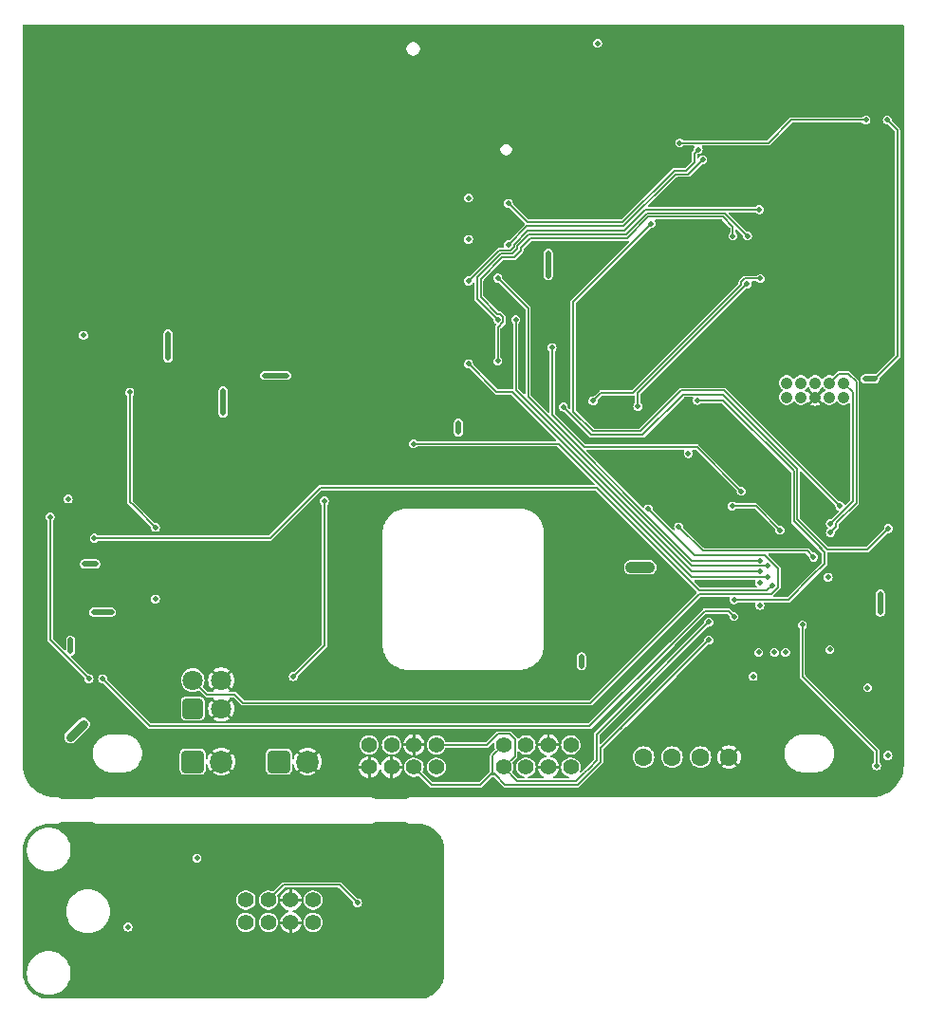
<source format=gbr>
%TF.GenerationSoftware,KiCad,Pcbnew,8.0.2*%
%TF.CreationDate,2024-05-31T14:04:31+07:00*%
%TF.ProjectId,WeatherStation,57656174-6865-4725-9374-6174696f6e2e,rev?*%
%TF.SameCoordinates,Original*%
%TF.FileFunction,Copper,L3,Inr*%
%TF.FilePolarity,Positive*%
%FSLAX46Y46*%
G04 Gerber Fmt 4.6, Leading zero omitted, Abs format (unit mm)*
G04 Created by KiCad (PCBNEW 8.0.2) date 2024-05-31 14:04:31*
%MOMM*%
%LPD*%
G01*
G04 APERTURE LIST*
G04 Aperture macros list*
%AMRoundRect*
0 Rectangle with rounded corners*
0 $1 Rounding radius*
0 $2 $3 $4 $5 $6 $7 $8 $9 X,Y pos of 4 corners*
0 Add a 4 corners polygon primitive as box body*
4,1,4,$2,$3,$4,$5,$6,$7,$8,$9,$2,$3,0*
0 Add four circle primitives for the rounded corners*
1,1,$1+$1,$2,$3*
1,1,$1+$1,$4,$5*
1,1,$1+$1,$6,$7*
1,1,$1+$1,$8,$9*
0 Add four rect primitives between the rounded corners*
20,1,$1+$1,$2,$3,$4,$5,0*
20,1,$1+$1,$4,$5,$6,$7,0*
20,1,$1+$1,$6,$7,$8,$9,0*
20,1,$1+$1,$8,$9,$2,$3,0*%
G04 Aperture macros list end*
%TA.AperFunction,ComponentPad*%
%ADD10C,1.600000*%
%TD*%
%TA.AperFunction,ComponentPad*%
%ADD11C,1.400000*%
%TD*%
%TA.AperFunction,ComponentPad*%
%ADD12RoundRect,0.250000X0.650000X-0.650000X0.650000X0.650000X-0.650000X0.650000X-0.650000X-0.650000X0*%
%TD*%
%TA.AperFunction,ComponentPad*%
%ADD13C,1.800000*%
%TD*%
%TA.AperFunction,ComponentPad*%
%ADD14C,1.050000*%
%TD*%
%TA.AperFunction,ComponentPad*%
%ADD15RoundRect,0.328084X-0.671916X-0.671916X0.671916X-0.671916X0.671916X0.671916X-0.671916X0.671916X0*%
%TD*%
%TA.AperFunction,ComponentPad*%
%ADD16C,2.000000*%
%TD*%
%TA.AperFunction,ViaPad*%
%ADD17C,0.480000*%
%TD*%
%TA.AperFunction,Conductor*%
%ADD18C,0.500000*%
%TD*%
%TA.AperFunction,Conductor*%
%ADD19C,0.160000*%
%TD*%
%TA.AperFunction,Conductor*%
%ADD20C,1.000000*%
%TD*%
%TA.AperFunction,Conductor*%
%ADD21C,0.800000*%
%TD*%
G04 APERTURE END LIST*
D10*
%TO.N,GND*%
%TO.C,J1*%
X254575000Y-100350000D03*
%TO.N,/MCU/USB_P*%
X252035001Y-100350000D03*
%TO.N,/MCU/USB_N*%
X249494999Y-100350000D03*
%TO.N,Net-(F1-Pad1)*%
X246955000Y-100350000D03*
%TD*%
D11*
%TO.N,+3.3V*%
%TO.C,J8*%
X228465000Y-101250000D03*
%TO.N,/MCU/SCL*%
X228465000Y-99250000D03*
%TO.N,/MCU/SDA*%
X226465000Y-101250000D03*
%TO.N,GND*%
X226465000Y-99250000D03*
X224465000Y-101250000D03*
%TO.N,/MCU/~{WSP_PULSE}*%
X224465000Y-99250000D03*
%TO.N,GND*%
X222465000Y-101250000D03*
%TO.N,/MCU/~{RNF_PULSE}*%
X222465000Y-99250000D03*
%TD*%
D12*
%TO.N,VBAT*%
%TO.C,J3*%
X206724999Y-96020000D03*
D13*
%TO.N,Net-(C21-Pad1)*%
X206724999Y-93480000D03*
%TO.N,GND*%
X209264999Y-96020000D03*
X209264999Y-93480000D03*
%TD*%
D14*
%TO.N,/MCU/DBG_TXD*%
%TO.C,J4*%
X264814901Y-66965000D03*
%TO.N,/MCU/~{MCLR}*%
X264814901Y-68235000D03*
%TO.N,/MCU/DBG_RXD*%
X263544901Y-66965000D03*
%TO.N,+3.3V*%
X263544901Y-68235000D03*
%TO.N,/MCU/NB_USB_P*%
X262274901Y-66965000D03*
%TO.N,GND*%
X262274901Y-68235000D03*
%TO.N,/MCU/NB_USB_N*%
X261004901Y-66965000D03*
%TO.N,/MCU/PGD*%
X261004901Y-68235000D03*
%TO.N,/MCU/NB_VBUS*%
X259734901Y-66965000D03*
%TO.N,/MCU/PGC*%
X259734901Y-68235000D03*
%TD*%
D15*
%TO.N,Net-(U1-IN)*%
%TO.C,J2*%
X214424998Y-100750000D03*
D16*
%TO.N,GND*%
X216965000Y-100750000D03*
%TD*%
D11*
%TO.N,+3.3V*%
%TO.C,J7*%
X240465000Y-101250000D03*
%TO.N,Net-(C68-Pad1)*%
X240465000Y-99250000D03*
%TO.N,GND*%
X238465000Y-101250000D03*
X238465000Y-99250000D03*
%TO.N,/MCU/~{DUST_IREN}*%
X236465000Y-101250000D03*
%TO.N,/MCU/DUST_SEN*%
X236465000Y-99250000D03*
%TO.N,/MCU/SCL*%
X234465000Y-101250000D03*
%TO.N,/MCU/SDA*%
X234465000Y-99250000D03*
%TD*%
D15*
%TO.N,VBAT*%
%TO.C,BAT1*%
X206724998Y-100750000D03*
D16*
%TO.N,GND*%
X209265000Y-100750000D03*
%TD*%
D11*
%TO.N,VSEN1*%
%TO.C,J6*%
X217475001Y-113100001D03*
%TO.N,VDD1*%
X217475001Y-115100001D03*
%TO.N,GND1*%
X215475001Y-113100001D03*
X215475001Y-115100001D03*
%TO.N,/SENSORS/~{LED_EN}*%
X213475001Y-113100001D03*
%TO.N,/SENSORS/VOUT*%
X213475001Y-115100001D03*
%TO.N,/SENSORS/SCL1*%
X211475001Y-113100001D03*
%TO.N,/SENSORS/SDA1*%
X211475001Y-115100001D03*
%TD*%
D17*
%TO.N,GND*%
X198174901Y-60350000D03*
X252574901Y-39750000D03*
X269099900Y-52950000D03*
X265919901Y-103400000D03*
X193174901Y-40350000D03*
X228174901Y-45350000D03*
X253419901Y-103400000D03*
X198174901Y-40350000D03*
X218174901Y-60350000D03*
X240919996Y-42210000D03*
X228174901Y-50350000D03*
X193174901Y-35350000D03*
X267374901Y-45550000D03*
X223375000Y-89850000D03*
X230875000Y-77850000D03*
X192724901Y-69324999D03*
X213174901Y-35350000D03*
X237674901Y-35350000D03*
X199674901Y-91400000D03*
X201899902Y-72550000D03*
X223174901Y-60350000D03*
X244374901Y-45350000D03*
X265074901Y-37750000D03*
X259774901Y-47350000D03*
X266919901Y-96900000D03*
X223375000Y-83850000D03*
X264374901Y-47950000D03*
X259174901Y-46750000D03*
X196924901Y-94100000D03*
X232674901Y-35350000D03*
X194324901Y-69324999D03*
X223344997Y-45310000D03*
X194574901Y-85950000D03*
X268374901Y-45550000D03*
X245174901Y-35350000D03*
X215674901Y-35350000D03*
X242674901Y-35350000D03*
X199299902Y-66050000D03*
X208174901Y-55350000D03*
X203174901Y-60350000D03*
X246874901Y-60350000D03*
X213174901Y-45350000D03*
X254169901Y-91650000D03*
X226825000Y-74089997D03*
X255074901Y-35350000D03*
X256774901Y-50350000D03*
X269124901Y-46300000D03*
X263419901Y-103400000D03*
X262574901Y-40250000D03*
X243419901Y-103400000D03*
X217419999Y-96350000D03*
X250174901Y-37750000D03*
X250174901Y-38750000D03*
X238244997Y-51210000D03*
X261374901Y-45550000D03*
X204624901Y-69650000D03*
X269669901Y-96900000D03*
X252574901Y-36750000D03*
X250174901Y-35350000D03*
X252574901Y-35350000D03*
X264374901Y-60350000D03*
X250174901Y-40750000D03*
X267749902Y-48999999D03*
X228875000Y-77850000D03*
X265374901Y-47950000D03*
X266374901Y-45550000D03*
X223375000Y-81850000D03*
X223174901Y-55350000D03*
X255919901Y-103400000D03*
X223375000Y-78850000D03*
X199674901Y-89400000D03*
X269099900Y-54950000D03*
X265374901Y-45550000D03*
X224325000Y-74089997D03*
X235174901Y-35350000D03*
X204624901Y-68650000D03*
X201099902Y-66075001D03*
X238375000Y-85850000D03*
X208174901Y-40350000D03*
X219325000Y-74089997D03*
X241144996Y-45110000D03*
X232875000Y-92850000D03*
X257574901Y-40250000D03*
X214275000Y-83039997D03*
X246955000Y-87250000D03*
X203174901Y-45350000D03*
X258419901Y-103400000D03*
X264374901Y-55350000D03*
X203174901Y-35350000D03*
X264374901Y-57850000D03*
X264374901Y-52850000D03*
X228174901Y-35350000D03*
X261274901Y-77950000D03*
X193174901Y-60350000D03*
X260024901Y-86800000D03*
X193174901Y-55350000D03*
X238375000Y-90850000D03*
X250174901Y-36750000D03*
X213174901Y-55350000D03*
X238375000Y-82850000D03*
X223375000Y-87850000D03*
X223375000Y-86850000D03*
X250174901Y-42750000D03*
X238375000Y-83850000D03*
X223375000Y-90850000D03*
X238375000Y-87850000D03*
X233114949Y-45290048D03*
X255074901Y-42750000D03*
X247624901Y-53950000D03*
X214275000Y-87039997D03*
X194574901Y-83950000D03*
X268049900Y-62750000D03*
X251374901Y-44950000D03*
X261874901Y-55350000D03*
X266599900Y-53950000D03*
X245919901Y-98400000D03*
X201899902Y-70550000D03*
X244844997Y-70560000D03*
X269799901Y-70800000D03*
X204624901Y-67650000D03*
X269799901Y-83300000D03*
X244374901Y-57850000D03*
X244374901Y-40350000D03*
X252574901Y-40750000D03*
X247674901Y-42750000D03*
X252574901Y-42750000D03*
X203174901Y-40350000D03*
X231825000Y-74089997D03*
X252574901Y-37750000D03*
X202624901Y-66650000D03*
X269099900Y-58600000D03*
X262874901Y-77950000D03*
X231875000Y-77850000D03*
X267749902Y-49950000D03*
X238375000Y-89850000D03*
X198674901Y-90400000D03*
X203399902Y-70550000D03*
X265074901Y-42750000D03*
X238375000Y-81850000D03*
X264374901Y-62850000D03*
X261874901Y-52850000D03*
X261874901Y-57850000D03*
X192574901Y-82950000D03*
X205074901Y-89900000D03*
X216275000Y-83039997D03*
X230875000Y-92850000D03*
X229325000Y-74089997D03*
X248419901Y-103400000D03*
X269799901Y-65800000D03*
X238375000Y-84850000D03*
X223375000Y-84850000D03*
X256874901Y-60350000D03*
X225674901Y-35350000D03*
X195774901Y-94010001D03*
X238375000Y-91850000D03*
X269099900Y-51950000D03*
X263374901Y-45550000D03*
X264374901Y-45550000D03*
X240919901Y-103400000D03*
X244374901Y-50350000D03*
X261874901Y-60350000D03*
X260074901Y-37750000D03*
X228875000Y-92850000D03*
X257574901Y-35350000D03*
X218174901Y-40350000D03*
X250174901Y-41750000D03*
X210674901Y-35350000D03*
X260024901Y-84300000D03*
X218174901Y-45350000D03*
X223174901Y-35350000D03*
X218174901Y-55350000D03*
X247674901Y-37750000D03*
X259774901Y-46150000D03*
X223375000Y-79850000D03*
X241794997Y-47310000D03*
X203174901Y-50350000D03*
X266599900Y-58600000D03*
X259374901Y-57850000D03*
X263274901Y-86800000D03*
X193174901Y-45350000D03*
X254374901Y-50350000D03*
X257574901Y-42750000D03*
X229875000Y-77850000D03*
X250774901Y-44350000D03*
X216275000Y-87039997D03*
X254374901Y-47850000D03*
X223375000Y-82850000D03*
X213275000Y-86039997D03*
X249374901Y-57850000D03*
X213174901Y-50350000D03*
X231875000Y-92850000D03*
X197674901Y-89400000D03*
X263374901Y-47950000D03*
X253419901Y-98400000D03*
X240919997Y-40610000D03*
X269799901Y-80800000D03*
X223375000Y-91850000D03*
X259374901Y-64100000D03*
X221825000Y-74089997D03*
X223344997Y-40350000D03*
X238244997Y-50210000D03*
X251919901Y-91650000D03*
X252774901Y-84950000D03*
X266599900Y-54950000D03*
X252774901Y-86700000D03*
X238244997Y-49210000D03*
X260919901Y-103400000D03*
X240919997Y-37410000D03*
X208174901Y-35350000D03*
X203174901Y-55350000D03*
X218174901Y-35350000D03*
X223375000Y-85850000D03*
X197674901Y-91400000D03*
X205674901Y-35350000D03*
X269799901Y-68300000D03*
X247674901Y-35350000D03*
X228174901Y-60350000D03*
X264669901Y-92900000D03*
X232875000Y-77850000D03*
X198174901Y-35350000D03*
X223375000Y-80850000D03*
X261524901Y-83800000D03*
X262374901Y-45550000D03*
X228174901Y-55350000D03*
X267799901Y-47950000D03*
X193174901Y-50350000D03*
X269799901Y-88300000D03*
X223174901Y-50350000D03*
X255074901Y-37750000D03*
X246955000Y-85000000D03*
X252574901Y-41750000D03*
X213275000Y-84039997D03*
X237144997Y-63435001D03*
X246874901Y-55350000D03*
X192574901Y-86950000D03*
X220674901Y-35350000D03*
X259374901Y-60350000D03*
X208275000Y-83039997D03*
X192124901Y-80774999D03*
X252574901Y-38750000D03*
X250919901Y-103400000D03*
X260074901Y-42750000D03*
X255024901Y-89050000D03*
X251974901Y-44350000D03*
X243244997Y-70560000D03*
X208174901Y-50350000D03*
X262374901Y-47950000D03*
X269799901Y-75800000D03*
X240919997Y-39010000D03*
X261374901Y-47950000D03*
X269099900Y-53950000D03*
X250174901Y-39750000D03*
X229875000Y-92850000D03*
X269799901Y-85800000D03*
X223375000Y-88850000D03*
X245919901Y-103400000D03*
X269799901Y-90800000D03*
X198174901Y-55350000D03*
X262457401Y-42867500D03*
X238375000Y-79850000D03*
X238375000Y-88850000D03*
X213174901Y-40350000D03*
X237875000Y-78850000D03*
X269799901Y-78300000D03*
X238375000Y-86850000D03*
X255919901Y-98400000D03*
X211775000Y-79539997D03*
X203624901Y-66650000D03*
X238375000Y-80850000D03*
X251874901Y-60350000D03*
X213174901Y-60350000D03*
X208174901Y-45350000D03*
X264374901Y-50350000D03*
X198174901Y-50350000D03*
X248419901Y-98400000D03*
X218174901Y-50350000D03*
X198174901Y-45350000D03*
X261749902Y-50350000D03*
%TO.N,VDD*%
X230425000Y-70539997D03*
X198074901Y-83100000D03*
X230425000Y-71339997D03*
X197074901Y-83100000D03*
%TO.N,VNB*%
X238444997Y-56400000D03*
X204524901Y-63650000D03*
X204524901Y-64750000D03*
X201099902Y-67800000D03*
X266724901Y-66600000D03*
X238444997Y-57400000D03*
X267574901Y-66600000D03*
X203399902Y-79850000D03*
X268699902Y-43510000D03*
X204524901Y-62600000D03*
X238444997Y-55400000D03*
%TO.N,+5V*%
X209424901Y-68650000D03*
X245855000Y-83400000D03*
X198674901Y-87400000D03*
X209424901Y-67650000D03*
X247455000Y-83400000D03*
X195824901Y-90900000D03*
X246655000Y-83400000D03*
X195824901Y-89900000D03*
X209424901Y-69650000D03*
X199474901Y-87400000D03*
X195599902Y-77310000D03*
X197874901Y-87400000D03*
%TO.N,/MCU/VNB_SEN*%
X257324901Y-84799999D03*
X203399902Y-86250000D03*
%TO.N,/MCU/V5V_SEN*%
X254874901Y-77950000D03*
X259124901Y-80100000D03*
%TO.N,Net-(C21-Pad1)*%
X247374901Y-78200000D03*
%TO.N,/MCU/VBAT_SEN*%
X262124900Y-82500000D03*
X250074901Y-79800000D03*
%TO.N,+3.3V*%
X196424901Y-97950000D03*
X268754902Y-100200000D03*
X266946303Y-94153823D03*
X197024901Y-97400000D03*
X195824901Y-98600000D03*
X268074901Y-85800000D03*
X268074901Y-87400000D03*
%TO.N,GND1*%
X207375000Y-116850000D03*
X216675002Y-109900000D03*
X213875002Y-109900000D03*
X228125002Y-118300000D03*
X197375000Y-111350000D03*
X212750000Y-120575002D03*
X220375000Y-117350000D03*
X216675002Y-108900000D03*
X207375000Y-107850000D03*
X207750000Y-120575002D03*
X217750000Y-120575002D03*
X204375000Y-113850000D03*
X213875002Y-108900000D03*
X209875000Y-107850000D03*
X205250000Y-120575002D03*
X199875000Y-111350000D03*
X207375000Y-113850000D03*
X215250000Y-120575002D03*
X228125002Y-113300000D03*
X228125002Y-110800000D03*
X220250000Y-120575002D03*
X222375000Y-107850000D03*
X204375000Y-116850000D03*
X197375000Y-116850000D03*
X216675002Y-107900000D03*
X225250000Y-120575002D03*
X210375000Y-110350000D03*
X210250000Y-120575002D03*
X193875000Y-116850000D03*
X212375000Y-107850000D03*
X228125002Y-115800000D03*
X222750000Y-120575002D03*
X224875000Y-107850000D03*
X193875000Y-113850000D03*
X197375000Y-108850000D03*
X210875000Y-116850000D03*
X207375000Y-111350000D03*
X202750000Y-120575002D03*
X193875000Y-111350000D03*
X202375000Y-111350000D03*
X213875002Y-107900000D03*
%TO.N,VSEN1*%
X207100004Y-109350000D03*
X200950003Y-115500001D03*
%TO.N,Net-(C68-Pad1)*%
X214125000Y-66289997D03*
X213125000Y-66289997D03*
X241424901Y-91400000D03*
X215125000Y-66289997D03*
X241424901Y-92200000D03*
%TO.N,/MCU/~{WSP_PULSE}*%
X258624902Y-91000000D03*
%TO.N,/MCU/~{RNF_PULSE}*%
X257224901Y-91000000D03*
%TO.N,/MCU/DBG_RXD*%
X263624901Y-80300000D03*
%TO.N,/MCU/DBG_TXD*%
X263624901Y-79500000D03*
%TO.N,/NB MODULE/PWRMON*%
X242844997Y-36660000D03*
X196974901Y-62700000D03*
X264474901Y-77950000D03*
X247624901Y-52750000D03*
%TO.N,/NB MODULE/TXD0*%
X246444997Y-69060000D03*
X256179949Y-58144952D03*
%TO.N,/NB MODULE/RXD0*%
X242444997Y-68560000D03*
X257374901Y-57650000D03*
%TO.N,Net-(MD1-~{ONOFF}{slash}~{WAKE})*%
X231344997Y-57859999D03*
X257274901Y-51500000D03*
%TO.N,/NB MODULE/SDA_1V8*%
X252224901Y-47050000D03*
X234894997Y-54634999D03*
%TO.N,/NB MODULE/SCL_1V8*%
X234894997Y-50934999D03*
X251824901Y-46150000D03*
%TO.N,/NB MODULE/DTR*%
X233944997Y-65010000D03*
X254924901Y-53850000D03*
%TO.N,Net-(MD1-SLED)*%
X250174901Y-45550000D03*
X266799902Y-43510000D03*
%TO.N,/MCU/NB_ONOFF*%
X233944997Y-57610000D03*
X257324901Y-82800000D03*
%TO.N,Net-(U1-EN)*%
X218474900Y-77500000D03*
X215694999Y-93150000D03*
X256724901Y-93150000D03*
%TO.N,/MCU/~{VBAT_LOW}*%
X198674901Y-93350000D03*
X255024901Y-87800000D03*
%TO.N,Net-(U4-STAT2)*%
X197474901Y-93350000D03*
X193999902Y-78910000D03*
%TO.N,/MCU/SDA*%
X231344997Y-54159999D03*
X252774901Y-89900000D03*
%TO.N,/MCU/SCL*%
X231344997Y-50459999D03*
X252774901Y-88300000D03*
%TO.N,/MCU/VNB_EN*%
X263424901Y-84300000D03*
X197949902Y-80810000D03*
X258424901Y-84999999D03*
%TO.N,/MCU/NB_RXD*%
X251744997Y-68510000D03*
X255024901Y-86300001D03*
%TO.N,Net-(U9-B)*%
X239794997Y-69110000D03*
X268799900Y-79950000D03*
%TO.N,/MCU/DUST_EN*%
X226425000Y-72389997D03*
X258024901Y-84300000D03*
%TO.N,/SENSORS/~{LED_EN}*%
X221425002Y-113350000D03*
%TO.N,/MCU/DUST_SEN*%
X263574901Y-90750000D03*
%TO.N,/MCU/~{DUST_IREN}*%
X259624900Y-91000000D03*
%TO.N,/NB MODULE/RING*%
X256224901Y-53850000D03*
X233944997Y-61310000D03*
%TO.N,/MCU/NB_DTR*%
X231344997Y-65259999D03*
X257324901Y-83800001D03*
%TO.N,/MCU/NB_RING*%
X258024901Y-83300000D03*
X235544997Y-61310000D03*
%TO.N,/MCU/VIO_EN*%
X250944997Y-73260000D03*
X257324901Y-86800000D03*
%TO.N,Net-(U15-B)*%
X238794997Y-63810000D03*
X255674901Y-76625001D03*
%TO.N,/MCU/LED_SYS*%
X267749902Y-101110000D03*
X261124902Y-88550000D03*
%TD*%
D18*
%TO.N,VDD*%
X230425000Y-71339997D02*
X230425000Y-70539997D01*
X198074901Y-83100000D02*
X197074901Y-83100000D01*
D19*
%TO.N,VNB*%
X269624901Y-44434999D02*
X269624901Y-54950000D01*
X203399902Y-79850000D02*
X201424902Y-77875000D01*
D18*
X204524901Y-62600000D02*
X204524901Y-64750000D01*
D19*
X269624901Y-54950000D02*
X269624901Y-64550000D01*
X268699902Y-65474999D02*
X267574901Y-66600000D01*
D18*
X267574901Y-66600000D02*
X266724901Y-66600000D01*
D19*
X201099902Y-67800000D02*
X201099902Y-77550000D01*
X201099902Y-77550000D02*
X201424902Y-77875000D01*
X268699902Y-43510000D02*
X269624901Y-44434999D01*
X269624901Y-64550000D02*
X268699902Y-65474999D01*
D18*
X238444997Y-55400000D02*
X238444997Y-57400000D01*
%TO.N,+5V*%
X209424901Y-67650000D02*
X209424901Y-69650000D01*
X199474901Y-87400000D02*
X197874901Y-87400000D01*
D20*
X247455000Y-83400000D02*
X245855000Y-83400000D01*
D18*
X195824901Y-90900000D02*
X195824901Y-89900000D01*
D19*
%TO.N,/MCU/V5V_SEN*%
X256974901Y-77950000D02*
X254874901Y-77950000D01*
X259124901Y-80100000D02*
X256974901Y-77950000D01*
%TO.N,Net-(C21-Pad1)*%
X210474901Y-94750000D02*
X207994999Y-94750000D01*
X207994999Y-94750000D02*
X206724999Y-93480000D01*
X211224901Y-95500000D02*
X210474901Y-94750000D01*
X251924901Y-85800000D02*
X242224901Y-95500000D01*
X258924901Y-85200000D02*
X258324901Y-85800000D01*
X258924901Y-83500000D02*
X258924901Y-85200000D01*
X251474901Y-82300000D02*
X257724901Y-82300000D01*
X247374901Y-78200000D02*
X251474901Y-82300000D01*
X257724901Y-82300000D02*
X258924901Y-83500000D01*
X258324901Y-85800000D02*
X251924901Y-85800000D01*
X242224901Y-95500000D02*
X211224901Y-95500000D01*
%TO.N,/MCU/VBAT_SEN*%
X252224901Y-81950000D02*
X250074901Y-79800000D01*
X261574900Y-81950000D02*
X252224901Y-81950000D01*
X262124900Y-82500000D02*
X261574900Y-81950000D01*
%TO.N,+3.3V*%
X197024901Y-97400000D02*
X196974901Y-97400000D01*
D21*
X196799901Y-97575000D02*
X195824901Y-98550000D01*
D18*
X268074901Y-85800000D02*
X268074901Y-87400000D01*
D19*
X195824901Y-98550000D02*
X195824901Y-98600000D01*
X196799901Y-97575000D02*
X196424901Y-97950000D01*
D21*
X196974901Y-97400000D02*
X196799901Y-97575000D01*
D18*
%TO.N,Net-(C68-Pad1)*%
X241424901Y-92200000D02*
X241424901Y-91400000D01*
X215125000Y-66289997D02*
X213125000Y-66289997D01*
D19*
%TO.N,/MCU/DBG_RXD*%
X264149901Y-79475000D02*
X264149901Y-79775000D01*
X265244901Y-66165000D02*
X265944901Y-66865000D01*
X263624901Y-80300000D02*
X264149901Y-79775000D01*
X265944901Y-77250000D02*
X265944901Y-76250000D01*
X265944901Y-66865000D02*
X265944901Y-76250000D01*
X265944901Y-77680000D02*
X264149901Y-79475000D01*
X265944901Y-77250000D02*
X265944901Y-77680000D01*
X263544901Y-66965000D02*
X264344901Y-66165000D01*
X264344901Y-66165000D02*
X265244901Y-66165000D01*
%TO.N,/MCU/DBG_TXD*%
X265624901Y-75950000D02*
X265624901Y-77050000D01*
X265624901Y-67775000D02*
X264814901Y-66965000D01*
X263624901Y-79500000D02*
X265624901Y-77500000D01*
X265624901Y-77500000D02*
X265624901Y-77050000D01*
X265624901Y-75950000D02*
X265624901Y-67775000D01*
%TO.N,/NB MODULE/PWRMON*%
X250339900Y-67635001D02*
X246694901Y-71280000D01*
X242417545Y-71280000D02*
X240674901Y-69537356D01*
X240674901Y-59700000D02*
X247624901Y-52750000D01*
X254159902Y-67635001D02*
X250339900Y-67635001D01*
X246694901Y-71280000D02*
X242417545Y-71280000D01*
X240674901Y-69537356D02*
X240674901Y-59700000D01*
X264474901Y-77950000D02*
X254159902Y-67635001D01*
%TO.N,/NB MODULE/TXD0*%
X256179949Y-58144952D02*
X246444997Y-67879904D01*
X246444997Y-67879904D02*
X246444997Y-69060000D01*
%TO.N,/NB MODULE/RXD0*%
X256994997Y-57650000D02*
X255954997Y-57650000D01*
X246012353Y-67860000D02*
X243144997Y-67860000D01*
X243144997Y-67860000D02*
X242869997Y-68135000D01*
X255644997Y-58227356D02*
X246012353Y-67860000D01*
X256994997Y-57650000D02*
X257374901Y-57650000D01*
X255644997Y-57960000D02*
X255644997Y-58227356D01*
X242444997Y-68560000D02*
X242869997Y-68135000D01*
X255954997Y-57650000D02*
X255644997Y-57960000D01*
%TO.N,Net-(MD1-~{ONOFF}{slash}~{WAKE})*%
X247127449Y-51500000D02*
X245277449Y-53350000D01*
X234089997Y-55114999D02*
X231344997Y-57859999D01*
X257274901Y-51500000D02*
X247127449Y-51500000D01*
X235109902Y-55114999D02*
X234089997Y-55114999D01*
X235374901Y-54607643D02*
X235374901Y-54850000D01*
X235374901Y-54850000D02*
X235109902Y-55114999D01*
X245277449Y-53350000D02*
X236632544Y-53350000D01*
X236632544Y-53350000D02*
X235374901Y-54607643D01*
%TO.N,/NB MODULE/SDA_1V8*%
X236544997Y-52984999D02*
X234894997Y-54634999D01*
X250924901Y-48350000D02*
X249824902Y-48350000D01*
X249824902Y-48350000D02*
X245189903Y-52984999D01*
X252224901Y-47050000D02*
X250924901Y-48350000D01*
X245189903Y-52984999D02*
X236544997Y-52984999D01*
%TO.N,/NB MODULE/SCL_1V8*%
X251474901Y-47300000D02*
X250774901Y-48000000D01*
X250774901Y-48000000D02*
X249722354Y-48000000D01*
X249722354Y-48000000D02*
X245087355Y-52634999D01*
X245087355Y-52634999D02*
X236594997Y-52634999D01*
X251474901Y-46500000D02*
X251474901Y-47300000D01*
X236594997Y-52634999D02*
X234894997Y-50934999D01*
X251824901Y-46150000D02*
X251474901Y-46500000D01*
%TO.N,/NB MODULE/DTR*%
X232414997Y-57695095D02*
X234355093Y-55754999D01*
X254924901Y-53002548D02*
X254924901Y-53850000D01*
X254062353Y-52140000D02*
X254924901Y-53002548D01*
X234355093Y-55754999D02*
X235399998Y-55754999D01*
X233944997Y-61988823D02*
X234424997Y-61508823D01*
X236014997Y-55140000D02*
X236014997Y-54872643D01*
X236857640Y-54030000D02*
X245502545Y-54030000D01*
X232414997Y-59327452D02*
X232414997Y-57695095D01*
X247392545Y-52140000D02*
X254062353Y-52140000D01*
X234424997Y-61508823D02*
X234424997Y-61111177D01*
X235399998Y-55754999D02*
X236014997Y-55140000D01*
X233917545Y-60830000D02*
X232414997Y-59327452D01*
X245502545Y-54030000D02*
X247392545Y-52140000D01*
X233944997Y-65010000D02*
X233944997Y-61988823D01*
X234143820Y-60830000D02*
X233917545Y-60830000D01*
X236014997Y-54872643D02*
X236857640Y-54030000D01*
X234424997Y-61111177D02*
X234143820Y-60830000D01*
%TO.N,Net-(MD1-SLED)*%
X266799902Y-43510000D02*
X260107401Y-43510000D01*
X260107401Y-43510000D02*
X258067401Y-45550000D01*
X258067401Y-45550000D02*
X250174901Y-45550000D01*
%TO.N,/MCU/NB_ONOFF*%
X251274901Y-82800000D02*
X236644997Y-68170096D01*
X236644997Y-60310000D02*
X233944997Y-57610000D01*
X257324901Y-82800000D02*
X251274901Y-82800000D01*
X236644997Y-68170096D02*
X236644997Y-60310000D01*
%TO.N,Net-(U1-EN)*%
X218474900Y-90370099D02*
X215694999Y-93150000D01*
X218474900Y-77500000D02*
X218474900Y-90370099D01*
%TO.N,/MCU/~{VBAT_LOW}*%
X249394997Y-90335001D02*
X242129998Y-97600000D01*
X252744997Y-87335001D02*
X252444997Y-87335001D01*
X249394997Y-90335001D02*
X252394997Y-87335001D01*
X249529998Y-90200000D02*
X249394997Y-90335001D01*
X242129998Y-97600000D02*
X202924901Y-97600000D01*
X202924901Y-97600000D02*
X198674901Y-93350000D01*
X252394997Y-87335001D02*
X252744997Y-87335001D01*
X254559902Y-87335001D02*
X252744997Y-87335001D01*
X255024901Y-87800000D02*
X254559902Y-87335001D01*
%TO.N,Net-(U4-STAT2)*%
X197474901Y-93350000D02*
X193999902Y-89875001D01*
X193999902Y-89875001D02*
X193999902Y-89800000D01*
X193999902Y-89800000D02*
X193999902Y-78910000D01*
%TO.N,/MCU/SDA*%
X243115000Y-99559902D02*
X243115000Y-100750000D01*
X252774901Y-89900000D02*
X245169951Y-97504951D01*
X234609996Y-102800000D02*
X233769997Y-101960001D01*
X233394997Y-101785001D02*
X233594997Y-101785001D01*
X233494997Y-100229997D02*
X233490000Y-100225000D01*
X233694997Y-101885001D02*
X233769997Y-101960001D01*
X245169951Y-97504951D02*
X243115000Y-99559902D01*
X233394997Y-101785001D02*
X233294997Y-101885001D01*
X241065000Y-102800000D02*
X235565000Y-102800000D01*
X231894997Y-102800000D02*
X228015000Y-102800000D01*
X233490000Y-100225000D02*
X234465000Y-99250000D01*
X245169951Y-97504951D02*
X244874901Y-97800000D01*
X232379998Y-102800000D02*
X231894997Y-102800000D01*
X233769997Y-101960001D02*
X233494997Y-101685001D01*
X227415000Y-102200000D02*
X227515000Y-102300000D01*
X233294997Y-101885001D02*
X233694997Y-101885001D01*
X233594997Y-101785001D02*
X233694997Y-101885001D01*
X243115000Y-100750000D02*
X241065000Y-102800000D01*
X228015000Y-102800000D02*
X227415000Y-102200000D01*
X235565000Y-102800000D02*
X234609996Y-102800000D01*
X226465000Y-101250000D02*
X227415000Y-102200000D01*
X233494997Y-101685001D02*
X233494997Y-100229997D01*
X233294997Y-101885001D02*
X232379998Y-102800000D01*
X233494997Y-101685001D02*
X233394997Y-101785001D01*
%TO.N,/MCU/SCL*%
X235465000Y-100250000D02*
X234465000Y-101250000D01*
X241713726Y-101698726D02*
X241232452Y-102180000D01*
X228465000Y-99250000D02*
X232979998Y-99250000D01*
X241713726Y-101698726D02*
X240932452Y-102480000D01*
X242765000Y-98309902D02*
X242765000Y-99950000D01*
X243869951Y-97204951D02*
X242765000Y-98309902D01*
X233944997Y-98285001D02*
X234994997Y-98285001D01*
X242765000Y-99950000D02*
X242765000Y-100647452D01*
X242765000Y-100647452D02*
X242063726Y-101348726D01*
X232979998Y-99250000D02*
X233944997Y-98285001D01*
X240932452Y-102480000D02*
X235695000Y-102480000D01*
X235465000Y-98755004D02*
X235465000Y-100250000D01*
X235695000Y-102480000D02*
X234465000Y-101250000D01*
X252774901Y-88300000D02*
X243869951Y-97204951D01*
X242063726Y-101348726D02*
X241713726Y-101698726D01*
X234994997Y-98285001D02*
X235465000Y-98755004D01*
%TO.N,/MCU/VNB_EN*%
X242774901Y-76300000D02*
X218124901Y-76300000D01*
X251924901Y-85450000D02*
X242774901Y-76300000D01*
X258424901Y-84999999D02*
X257974900Y-85450000D01*
X218124901Y-76300000D02*
X213614901Y-80810000D01*
X213614901Y-80810000D02*
X205275000Y-80810000D01*
X257974900Y-85450000D02*
X251924901Y-85450000D01*
X205275000Y-80810000D02*
X197949902Y-80810000D01*
%TO.N,/MCU/NB_RXD*%
X261952450Y-84227548D02*
X263124901Y-83055097D01*
X261952449Y-84227548D02*
X261952450Y-84227548D01*
X259879997Y-86300001D02*
X261952449Y-84227549D01*
X262049901Y-80975000D02*
X260354901Y-79280000D01*
X262049901Y-80975000D02*
X262824901Y-81750000D01*
X254034901Y-68510000D02*
X251744997Y-68510000D01*
X263124901Y-83055097D02*
X263124901Y-82050000D01*
X255024901Y-86300001D02*
X259879997Y-86300001D01*
X260354901Y-79280000D02*
X260354901Y-74830000D01*
X261952449Y-84227549D02*
X261952449Y-84227548D01*
X263124901Y-82050000D02*
X262049901Y-80975000D01*
X260354901Y-74830000D02*
X254034901Y-68510000D01*
%TO.N,Net-(U9-B)*%
X260674901Y-79125001D02*
X260674901Y-74650000D01*
X254009902Y-67985001D02*
X250464899Y-67985001D01*
X263349900Y-81800000D02*
X260674901Y-79125001D01*
X246849900Y-71600000D02*
X242284997Y-71600000D01*
X266949900Y-81800000D02*
X263349900Y-81800000D01*
X260674901Y-74650000D02*
X254009902Y-67985001D01*
X250464899Y-67985001D02*
X246849900Y-71600000D01*
X268799900Y-79950000D02*
X266949900Y-81800000D01*
X242284997Y-71600000D02*
X239794997Y-69110000D01*
%TO.N,/MCU/DUST_EN*%
X251274901Y-84300000D02*
X239364898Y-72389997D01*
X258024901Y-84300000D02*
X251274901Y-84300000D01*
X239364898Y-72389997D02*
X226425000Y-72389997D01*
%TO.N,/SENSORS/~{LED_EN}*%
X214825002Y-111750000D02*
X213475001Y-113100001D01*
X221425002Y-113350000D02*
X219825002Y-111750000D01*
X219825002Y-111750000D02*
X214825002Y-111750000D01*
%TO.N,/NB MODULE/RING*%
X235694997Y-54982452D02*
X235694997Y-54740095D01*
X232094997Y-59460000D02*
X232094997Y-57562547D01*
X245369997Y-53710000D02*
X247259997Y-51820000D01*
X232094997Y-57562547D02*
X234222545Y-55434999D01*
X254194901Y-51820000D02*
X256224901Y-53850000D01*
X235694997Y-54740095D02*
X236725092Y-53710000D01*
X236725092Y-53710000D02*
X245369997Y-53710000D01*
X247259997Y-51820000D02*
X254194901Y-51820000D01*
X234222545Y-55434999D02*
X235242450Y-55434999D01*
X235242450Y-55434999D02*
X235694997Y-54982452D01*
X233944997Y-61310000D02*
X232094997Y-59460000D01*
%TO.N,/MCU/NB_DTR*%
X257324901Y-83800001D02*
X251274902Y-83800001D01*
X251274902Y-83800001D02*
X235224901Y-67750000D01*
X235224901Y-67750000D02*
X233834998Y-67750000D01*
X233834998Y-67750000D02*
X231344997Y-65259999D01*
%TO.N,/MCU/NB_RING*%
X258024901Y-83300000D02*
X251274901Y-83300000D01*
X251274901Y-83300000D02*
X237724901Y-69750000D01*
X237724901Y-69750000D02*
X237189949Y-69215048D01*
X237724901Y-69750000D02*
X235544997Y-67570096D01*
X235544997Y-67570096D02*
X235544997Y-67050000D01*
X235544997Y-61310000D02*
X235544997Y-67050000D01*
%TO.N,Net-(U15-B)*%
X255674901Y-76625001D02*
X251724901Y-72675001D01*
X251724901Y-72675001D02*
X241649902Y-72675001D01*
X238794997Y-69820096D02*
X238794997Y-69450000D01*
X238794997Y-63810000D02*
X238794997Y-69450000D01*
X241649902Y-72675001D02*
X239449901Y-70475000D01*
X239449901Y-70475000D02*
X238794997Y-69820096D01*
%TO.N,/MCU/LED_SYS*%
X267749902Y-101110000D02*
X267749902Y-99775000D01*
X267749902Y-99775000D02*
X261124902Y-93150000D01*
X261124902Y-93150000D02*
X261124902Y-88550000D01*
%TD*%
%TA.AperFunction,Conductor*%
%TO.N,GND*%
G36*
X256929494Y-84558982D02*
G01*
X256956514Y-84605782D01*
X256949104Y-84655364D01*
X256939254Y-84674695D01*
X256939254Y-84674696D01*
X256919409Y-84799996D01*
X256919409Y-84800001D01*
X256939254Y-84925301D01*
X256939255Y-84925305D01*
X256996849Y-85038339D01*
X256996851Y-85038342D01*
X257033148Y-85074639D01*
X257055986Y-85123615D01*
X257042000Y-85175813D01*
X256997734Y-85206808D01*
X256977287Y-85209500D01*
X252057242Y-85209500D01*
X252006462Y-85191018D01*
X252001381Y-85186361D01*
X251490381Y-84675361D01*
X251467543Y-84626385D01*
X251481529Y-84574187D01*
X251525795Y-84543192D01*
X251546242Y-84540500D01*
X256878714Y-84540500D01*
X256929494Y-84558982D01*
G37*
%TD.AperFunction*%
%TA.AperFunction,Conductor*%
G36*
X261672806Y-67319019D02*
G01*
X261704914Y-67345960D01*
X261740796Y-67397944D01*
X261758028Y-67422909D01*
X261825423Y-67482616D01*
X261851176Y-67530124D01*
X261840367Y-67583071D01*
X261821667Y-67601968D01*
X261821361Y-67604684D01*
X262169370Y-67952693D01*
X262159105Y-67955444D01*
X262090696Y-67994940D01*
X262034841Y-68050795D01*
X261995345Y-68119204D01*
X261992594Y-68129469D01*
X261644585Y-67781460D01*
X261636365Y-67782386D01*
X261608625Y-67803948D01*
X261554624Y-67801927D01*
X261526476Y-67779309D01*
X261524943Y-67780668D01*
X261521774Y-67777091D01*
X261397175Y-67666705D01*
X261397172Y-67666703D01*
X261397170Y-67666701D01*
X261397166Y-67666699D01*
X261394734Y-67665021D01*
X261393817Y-67663730D01*
X261393593Y-67663532D01*
X261393639Y-67663479D01*
X261363437Y-67620967D01*
X261367780Y-67567102D01*
X261394734Y-67534979D01*
X261397160Y-67533303D01*
X261397170Y-67533299D01*
X261521774Y-67422909D01*
X261574886Y-67345961D01*
X261618942Y-67314671D01*
X261672806Y-67319019D01*
G37*
%TD.AperFunction*%
%TA.AperFunction,Conductor*%
G36*
X262942806Y-67319019D02*
G01*
X262974914Y-67345960D01*
X263028028Y-67422909D01*
X263105508Y-67491551D01*
X263152631Y-67533298D01*
X263155072Y-67534983D01*
X263155987Y-67536271D01*
X263156209Y-67536468D01*
X263156163Y-67536519D01*
X263186365Y-67579039D01*
X263182019Y-67632903D01*
X263155072Y-67665017D01*
X263152631Y-67666701D01*
X263028031Y-67777086D01*
X263024863Y-67780664D01*
X263022957Y-67778975D01*
X262986193Y-67804968D01*
X262932338Y-67800504D01*
X262911462Y-67782164D01*
X262905215Y-67781460D01*
X262557207Y-68129468D01*
X262554457Y-68119204D01*
X262514961Y-68050795D01*
X262459106Y-67994940D01*
X262390697Y-67955444D01*
X262380431Y-67952693D01*
X262728439Y-67604684D01*
X262727893Y-67599838D01*
X262701570Y-67565972D01*
X262703592Y-67511970D01*
X262724377Y-67482617D01*
X262791774Y-67422909D01*
X262844886Y-67345961D01*
X262888942Y-67314671D01*
X262942806Y-67319019D01*
G37*
%TD.AperFunction*%
%TA.AperFunction,Conductor*%
G36*
X270146280Y-35018482D02*
G01*
X270173300Y-35065282D01*
X270174500Y-35079000D01*
X270174500Y-101097777D01*
X270174376Y-101102207D01*
X270157145Y-101409016D01*
X270156153Y-101417819D01*
X270105053Y-101718578D01*
X270103081Y-101727215D01*
X270018631Y-102020344D01*
X270015706Y-102028706D01*
X269898959Y-102310559D01*
X269895115Y-102318541D01*
X269747547Y-102585546D01*
X269742833Y-102593047D01*
X269566305Y-102841840D01*
X269560782Y-102848767D01*
X269357501Y-103076237D01*
X269351237Y-103082501D01*
X269123767Y-103285782D01*
X269116840Y-103291305D01*
X268868047Y-103467833D01*
X268860546Y-103472547D01*
X268593541Y-103620115D01*
X268585559Y-103623959D01*
X268303706Y-103740706D01*
X268295344Y-103743631D01*
X268002215Y-103828081D01*
X267993578Y-103830053D01*
X267692819Y-103881153D01*
X267684016Y-103882145D01*
X267377208Y-103899376D01*
X267372778Y-103899500D01*
X226269868Y-103899500D01*
X226063000Y-103935976D01*
X225865606Y-104007821D01*
X225865605Y-104007821D01*
X225724281Y-104089416D01*
X225684781Y-104100000D01*
X223065018Y-104100000D01*
X223025518Y-104089416D01*
X222884195Y-104007822D01*
X222762813Y-103963643D01*
X222686801Y-103935977D01*
X222686798Y-103935976D01*
X222686797Y-103935976D01*
X222479936Y-103899500D01*
X222479932Y-103899500D01*
X222414784Y-103899500D01*
X198414882Y-103899500D01*
X198375000Y-103899500D01*
X198269970Y-103899500D01*
X198269966Y-103899500D01*
X198063104Y-103935975D01*
X198063101Y-103935975D01*
X198063101Y-103935976D01*
X198047777Y-103941553D01*
X197865706Y-104007821D01*
X197724382Y-104089416D01*
X197684882Y-104100000D01*
X195065118Y-104100000D01*
X195025618Y-104089416D01*
X194884293Y-104007821D01*
X194740760Y-103955580D01*
X194686899Y-103935976D01*
X194686896Y-103935975D01*
X194686895Y-103935975D01*
X194480033Y-103899500D01*
X194480030Y-103899500D01*
X194377222Y-103899500D01*
X194372792Y-103899376D01*
X194065983Y-103882145D01*
X194057180Y-103881153D01*
X193756421Y-103830053D01*
X193747784Y-103828081D01*
X193454655Y-103743631D01*
X193446293Y-103740706D01*
X193164440Y-103623959D01*
X193156458Y-103620115D01*
X192889453Y-103472547D01*
X192881956Y-103467835D01*
X192633156Y-103291303D01*
X192626244Y-103285792D01*
X192398755Y-103082494D01*
X192392505Y-103076244D01*
X192189206Y-102848753D01*
X192183694Y-102841840D01*
X192007160Y-102593038D01*
X192002457Y-102585555D01*
X191854883Y-102318540D01*
X191851040Y-102310559D01*
X191821606Y-102239500D01*
X191734292Y-102028704D01*
X191731368Y-102020344D01*
X191646915Y-101727204D01*
X191644948Y-101718589D01*
X191593845Y-101417816D01*
X191592854Y-101409016D01*
X191591494Y-101384807D01*
X191575624Y-101102207D01*
X191575500Y-101097777D01*
X191575500Y-99953501D01*
X197799475Y-99953501D01*
X197799500Y-100000001D01*
X197799500Y-100047185D01*
X197799522Y-100047425D01*
X197799561Y-100122485D01*
X197799561Y-100122486D01*
X197834282Y-100363150D01*
X197834283Y-100363158D01*
X197902893Y-100596441D01*
X197902894Y-100596445D01*
X198003986Y-100817580D01*
X198003989Y-100817584D01*
X198003991Y-100817589D01*
X198072333Y-100923852D01*
X198135053Y-101021374D01*
X198135524Y-101022105D01*
X198294815Y-101205828D01*
X198478623Y-101365021D01*
X198478625Y-101365022D01*
X198478626Y-101365023D01*
X198478627Y-101365024D01*
X198683202Y-101496440D01*
X198683204Y-101496441D01*
X198683209Y-101496444D01*
X198904412Y-101597425D01*
X198904420Y-101597427D01*
X198904422Y-101597428D01*
X198919716Y-101601917D01*
X199137730Y-101665909D01*
X199137737Y-101665910D01*
X199137741Y-101665911D01*
X199291575Y-101688021D01*
X199378419Y-101700503D01*
X199500000Y-101700500D01*
X199539882Y-101700500D01*
X200453129Y-101700500D01*
X200453392Y-101700525D01*
X200461022Y-101700521D01*
X200461025Y-101700522D01*
X200498687Y-101700502D01*
X200502990Y-101700500D01*
X200547544Y-101700500D01*
X200547783Y-101700476D01*
X200622488Y-101700438D01*
X200863158Y-101665716D01*
X201096440Y-101597108D01*
X201317588Y-101496009D01*
X201522105Y-101364476D01*
X201705828Y-101205186D01*
X201865020Y-101021378D01*
X201996444Y-100816792D01*
X202097425Y-100595589D01*
X202100344Y-100585646D01*
X202125283Y-100500678D01*
X202165909Y-100362270D01*
X202167673Y-100350001D01*
X202191208Y-100186252D01*
X202200503Y-100121582D01*
X202200500Y-100047237D01*
X202200524Y-100047002D01*
X202200519Y-100038978D01*
X202200521Y-100038976D01*
X202200517Y-100031344D01*
X205564498Y-100031344D01*
X205564498Y-101468655D01*
X205570753Y-101526838D01*
X205570754Y-101526840D01*
X205619853Y-101658477D01*
X205619854Y-101658479D01*
X205704047Y-101770950D01*
X205816518Y-101855143D01*
X205816521Y-101855145D01*
X205948158Y-101904244D01*
X205955432Y-101905026D01*
X206006343Y-101910500D01*
X206006350Y-101910500D01*
X207443653Y-101910500D01*
X207488906Y-101905634D01*
X207501838Y-101904244D01*
X207633475Y-101855145D01*
X207745948Y-101770950D01*
X207830143Y-101658477D01*
X207879242Y-101526840D01*
X207882596Y-101495645D01*
X207885498Y-101468655D01*
X207885498Y-101031322D01*
X207903980Y-100980542D01*
X207950780Y-100953522D01*
X208003998Y-100962906D01*
X208038734Y-101004302D01*
X208040806Y-101010875D01*
X208085898Y-101179161D01*
X208085898Y-101179162D01*
X208178329Y-101377381D01*
X208294678Y-101543545D01*
X208834270Y-101003953D01*
X208864901Y-101057007D01*
X208957993Y-101150099D01*
X209011045Y-101180728D01*
X208471453Y-101720320D01*
X208637618Y-101836670D01*
X208835838Y-101929101D01*
X209047107Y-101985711D01*
X209047119Y-101985713D01*
X209264996Y-102004775D01*
X209265004Y-102004775D01*
X209482880Y-101985713D01*
X209482892Y-101985711D01*
X209694161Y-101929101D01*
X209694162Y-101929101D01*
X209892381Y-101836670D01*
X210058545Y-101720320D01*
X209518954Y-101180729D01*
X209572007Y-101150099D01*
X209665099Y-101057007D01*
X209695729Y-101003954D01*
X210235320Y-101543545D01*
X210351670Y-101377381D01*
X210444101Y-101179162D01*
X210444101Y-101179161D01*
X210500711Y-100967892D01*
X210500713Y-100967880D01*
X210519775Y-100750004D01*
X210519775Y-100749995D01*
X210500713Y-100532119D01*
X210500711Y-100532107D01*
X210444101Y-100320838D01*
X210444101Y-100320837D01*
X210351670Y-100122619D01*
X210287759Y-100031344D01*
X213264498Y-100031344D01*
X213264498Y-101468655D01*
X213270753Y-101526838D01*
X213270754Y-101526840D01*
X213319853Y-101658477D01*
X213319854Y-101658479D01*
X213404047Y-101770950D01*
X213516518Y-101855143D01*
X213516521Y-101855145D01*
X213648158Y-101904244D01*
X213655432Y-101905026D01*
X213706343Y-101910500D01*
X213706350Y-101910500D01*
X215143653Y-101910500D01*
X215188906Y-101905634D01*
X215201838Y-101904244D01*
X215333475Y-101855145D01*
X215445948Y-101770950D01*
X215530143Y-101658477D01*
X215579242Y-101526840D01*
X215582596Y-101495645D01*
X215585498Y-101468655D01*
X215585498Y-101031322D01*
X215603980Y-100980542D01*
X215650780Y-100953522D01*
X215703998Y-100962906D01*
X215738734Y-101004302D01*
X215740806Y-101010875D01*
X215785898Y-101179161D01*
X215785898Y-101179162D01*
X215878329Y-101377381D01*
X215994678Y-101543545D01*
X216534270Y-101003953D01*
X216564901Y-101057007D01*
X216657993Y-101150099D01*
X216711045Y-101180728D01*
X216171453Y-101720320D01*
X216337618Y-101836670D01*
X216535838Y-101929101D01*
X216747107Y-101985711D01*
X216747119Y-101985713D01*
X216964996Y-102004775D01*
X216965004Y-102004775D01*
X217182880Y-101985713D01*
X217182892Y-101985711D01*
X217394161Y-101929101D01*
X217394162Y-101929101D01*
X217592381Y-101836670D01*
X217758545Y-101720320D01*
X217218954Y-101180729D01*
X217272007Y-101150099D01*
X217365099Y-101057007D01*
X217395729Y-101003954D01*
X217935320Y-101543545D01*
X218051670Y-101377381D01*
X218144101Y-101179162D01*
X218144101Y-101179161D01*
X218158614Y-101125000D01*
X221522715Y-101125000D01*
X222136147Y-101125000D01*
X222115000Y-101203922D01*
X222115000Y-101296078D01*
X222136147Y-101375000D01*
X221522715Y-101375000D01*
X221528745Y-101436236D01*
X221528746Y-101436239D01*
X221583064Y-101615302D01*
X221583066Y-101615305D01*
X221671284Y-101780348D01*
X221789997Y-101925002D01*
X221934651Y-102043715D01*
X222099694Y-102131933D01*
X222099700Y-102131936D01*
X222278758Y-102186252D01*
X222278765Y-102186254D01*
X222339999Y-102192284D01*
X222340000Y-102192284D01*
X222340000Y-101578852D01*
X222418922Y-101600000D01*
X222511078Y-101600000D01*
X222590000Y-101578852D01*
X222590000Y-102192284D01*
X222651234Y-102186254D01*
X222651241Y-102186252D01*
X222830299Y-102131936D01*
X222830305Y-102131933D01*
X222995348Y-102043715D01*
X223140002Y-101925002D01*
X223258715Y-101780348D01*
X223346933Y-101615305D01*
X223346935Y-101615302D01*
X223389402Y-101475308D01*
X223421829Y-101432080D01*
X223474457Y-101419809D01*
X223522659Y-101444237D01*
X223540598Y-101475308D01*
X223583064Y-101615302D01*
X223583066Y-101615305D01*
X223671284Y-101780348D01*
X223789997Y-101925002D01*
X223934651Y-102043715D01*
X224099694Y-102131933D01*
X224099700Y-102131936D01*
X224278758Y-102186252D01*
X224278765Y-102186254D01*
X224339999Y-102192284D01*
X224340000Y-102192284D01*
X224340000Y-101578852D01*
X224418922Y-101600000D01*
X224511078Y-101600000D01*
X224590000Y-101578852D01*
X224590000Y-102192284D01*
X224651234Y-102186254D01*
X224651241Y-102186252D01*
X224830299Y-102131936D01*
X224830305Y-102131933D01*
X224995348Y-102043715D01*
X225140002Y-101925002D01*
X225258715Y-101780348D01*
X225346933Y-101615305D01*
X225346935Y-101615302D01*
X225401253Y-101436239D01*
X225401254Y-101436236D01*
X225407285Y-101375000D01*
X224793853Y-101375000D01*
X224815000Y-101296078D01*
X224815000Y-101249998D01*
X225599760Y-101249998D01*
X225599760Y-101250001D01*
X225618668Y-101429894D01*
X225618670Y-101429903D01*
X225674379Y-101601356D01*
X225674564Y-101601925D01*
X225720284Y-101681115D01*
X225735325Y-101707167D01*
X225765006Y-101758575D01*
X225886041Y-101892999D01*
X225886042Y-101893000D01*
X225886044Y-101893002D01*
X226013651Y-101985713D01*
X226032380Y-101999320D01*
X226197626Y-102072892D01*
X226374558Y-102110500D01*
X226374562Y-102110500D01*
X226555438Y-102110500D01*
X226555442Y-102110500D01*
X226732374Y-102072892D01*
X226831816Y-102028616D01*
X226885720Y-102024847D01*
X226919807Y-102044926D01*
X227878764Y-103003883D01*
X227878765Y-103003885D01*
X227878766Y-103003885D01*
X227878767Y-103003886D01*
X227967161Y-103040500D01*
X227967162Y-103040500D01*
X227967163Y-103040500D01*
X232427835Y-103040500D01*
X232427837Y-103040500D01*
X232516231Y-103003886D01*
X233371477Y-102148640D01*
X233420453Y-102125802D01*
X233427338Y-102125501D01*
X233562656Y-102125501D01*
X233613436Y-102143983D01*
X233618517Y-102148640D01*
X234473759Y-103003883D01*
X234473761Y-103003885D01*
X234473762Y-103003885D01*
X234473763Y-103003886D01*
X234562157Y-103040500D01*
X234562158Y-103040500D01*
X234562159Y-103040500D01*
X241112837Y-103040500D01*
X241112839Y-103040500D01*
X241201233Y-103003886D01*
X243318886Y-100886232D01*
X243355500Y-100797838D01*
X243355500Y-100702161D01*
X243355500Y-100350000D01*
X245989853Y-100350000D01*
X246008398Y-100538295D01*
X246063316Y-100719337D01*
X246063319Y-100719343D01*
X246063320Y-100719346D01*
X246152510Y-100886207D01*
X246152533Y-100886235D01*
X246272537Y-101032462D01*
X246357523Y-101102207D01*
X246418793Y-101152490D01*
X246585654Y-101241680D01*
X246585659Y-101241681D01*
X246585662Y-101241683D01*
X246766704Y-101296601D01*
X246766706Y-101296601D01*
X246766709Y-101296602D01*
X246955000Y-101315147D01*
X247143291Y-101296602D01*
X247143293Y-101296601D01*
X247143295Y-101296601D01*
X247324337Y-101241683D01*
X247324338Y-101241682D01*
X247324346Y-101241680D01*
X247491207Y-101152490D01*
X247637462Y-101032462D01*
X247757490Y-100886207D01*
X247846680Y-100719346D01*
X247872148Y-100635391D01*
X247901601Y-100538295D01*
X247901601Y-100538293D01*
X247901602Y-100538291D01*
X247920147Y-100350000D01*
X248529852Y-100350000D01*
X248548397Y-100538295D01*
X248603315Y-100719337D01*
X248603318Y-100719343D01*
X248603319Y-100719346D01*
X248692509Y-100886207D01*
X248692532Y-100886235D01*
X248812536Y-101032462D01*
X248897522Y-101102207D01*
X248958792Y-101152490D01*
X249125653Y-101241680D01*
X249125658Y-101241681D01*
X249125661Y-101241683D01*
X249306703Y-101296601D01*
X249306705Y-101296601D01*
X249306708Y-101296602D01*
X249494999Y-101315147D01*
X249683290Y-101296602D01*
X249683292Y-101296601D01*
X249683294Y-101296601D01*
X249864336Y-101241683D01*
X249864337Y-101241682D01*
X249864345Y-101241680D01*
X250031206Y-101152490D01*
X250177461Y-101032462D01*
X250297489Y-100886207D01*
X250386679Y-100719346D01*
X250412147Y-100635391D01*
X250441600Y-100538295D01*
X250441600Y-100538293D01*
X250441601Y-100538291D01*
X250460146Y-100350000D01*
X251069854Y-100350000D01*
X251088399Y-100538295D01*
X251143317Y-100719337D01*
X251143320Y-100719343D01*
X251143321Y-100719346D01*
X251232511Y-100886207D01*
X251232534Y-100886235D01*
X251352538Y-101032462D01*
X251437524Y-101102207D01*
X251498794Y-101152490D01*
X251665655Y-101241680D01*
X251665660Y-101241681D01*
X251665663Y-101241683D01*
X251846705Y-101296601D01*
X251846707Y-101296601D01*
X251846710Y-101296602D01*
X252035001Y-101315147D01*
X252223292Y-101296602D01*
X252223294Y-101296601D01*
X252223296Y-101296601D01*
X252404338Y-101241683D01*
X252404339Y-101241682D01*
X252404347Y-101241680D01*
X252571208Y-101152490D01*
X252717463Y-101032462D01*
X252837491Y-100886207D01*
X252926681Y-100719346D01*
X252952149Y-100635391D01*
X252981602Y-100538295D01*
X252981602Y-100538293D01*
X252981603Y-100538291D01*
X253000148Y-100350000D01*
X253519919Y-100350000D01*
X253540192Y-100555838D01*
X253540194Y-100555845D01*
X253600228Y-100753753D01*
X253600233Y-100753763D01*
X253697733Y-100936173D01*
X253749260Y-100998960D01*
X253749262Y-100998960D01*
X254180872Y-100567350D01*
X254214910Y-100626306D01*
X254298694Y-100710090D01*
X254357648Y-100744127D01*
X253926037Y-101175737D01*
X253926037Y-101175738D01*
X253988826Y-101227266D01*
X254171236Y-101324766D01*
X254171246Y-101324771D01*
X254369154Y-101384805D01*
X254369161Y-101384807D01*
X254575000Y-101405080D01*
X254780838Y-101384807D01*
X254780845Y-101384805D01*
X254978753Y-101324771D01*
X254978763Y-101324766D01*
X255161173Y-101227267D01*
X255223961Y-101175737D01*
X254792351Y-100744127D01*
X254851306Y-100710090D01*
X254935090Y-100626306D01*
X254969127Y-100567351D01*
X255400737Y-100998961D01*
X255452267Y-100936173D01*
X255549766Y-100753763D01*
X255549771Y-100753753D01*
X255609805Y-100555845D01*
X255609807Y-100555838D01*
X255630080Y-100350000D01*
X255609807Y-100144161D01*
X255609805Y-100144154D01*
X255551972Y-99953501D01*
X259549475Y-99953501D01*
X259549500Y-100000001D01*
X259549500Y-100047185D01*
X259549522Y-100047425D01*
X259549561Y-100122485D01*
X259549561Y-100122486D01*
X259584282Y-100363150D01*
X259584283Y-100363158D01*
X259652893Y-100596441D01*
X259652894Y-100596445D01*
X259753986Y-100817580D01*
X259753989Y-100817584D01*
X259753991Y-100817589D01*
X259822333Y-100923852D01*
X259885053Y-101021374D01*
X259885524Y-101022105D01*
X260044815Y-101205828D01*
X260228623Y-101365021D01*
X260228625Y-101365022D01*
X260228626Y-101365023D01*
X260228627Y-101365024D01*
X260433202Y-101496440D01*
X260433204Y-101496441D01*
X260433209Y-101496444D01*
X260654412Y-101597425D01*
X260654420Y-101597427D01*
X260654422Y-101597428D01*
X260669716Y-101601917D01*
X260887730Y-101665909D01*
X260887737Y-101665910D01*
X260887741Y-101665911D01*
X261041575Y-101688021D01*
X261128419Y-101700503D01*
X261250000Y-101700500D01*
X261289882Y-101700500D01*
X262203129Y-101700500D01*
X262203392Y-101700525D01*
X262211022Y-101700521D01*
X262211025Y-101700522D01*
X262248687Y-101700502D01*
X262252990Y-101700500D01*
X262297544Y-101700500D01*
X262297783Y-101700476D01*
X262372488Y-101700438D01*
X262613158Y-101665716D01*
X262846440Y-101597108D01*
X263067588Y-101496009D01*
X263272105Y-101364476D01*
X263455828Y-101205186D01*
X263615020Y-101021378D01*
X263746444Y-100816792D01*
X263847425Y-100595589D01*
X263850344Y-100585646D01*
X263875283Y-100500678D01*
X263915909Y-100362270D01*
X263917673Y-100350001D01*
X263941208Y-100186252D01*
X263950503Y-100121582D01*
X263950500Y-100047237D01*
X263950524Y-100047002D01*
X263950519Y-100038978D01*
X263950521Y-100038976D01*
X263950500Y-99999094D01*
X263950500Y-99960119D01*
X263950500Y-99952604D01*
X263950476Y-99952359D01*
X263950438Y-99877514D01*
X263941244Y-99813790D01*
X263915716Y-99636843D01*
X263905446Y-99601924D01*
X263882605Y-99524260D01*
X263847108Y-99403561D01*
X263746009Y-99182412D01*
X263717807Y-99138561D01*
X263614483Y-98977906D01*
X263614479Y-98977902D01*
X263614476Y-98977896D01*
X263588260Y-98947659D01*
X263455187Y-98794172D01*
X263342968Y-98696982D01*
X263271378Y-98634979D01*
X263246148Y-98618772D01*
X263066794Y-98503558D01*
X263066791Y-98503556D01*
X262845589Y-98402575D01*
X262845587Y-98402574D01*
X262845578Y-98402571D01*
X262612274Y-98334092D01*
X262612258Y-98334088D01*
X262371586Y-98299497D01*
X262371585Y-98299497D01*
X262371581Y-98299497D01*
X262250000Y-98299500D01*
X261296810Y-98299500D01*
X261296554Y-98299475D01*
X261249092Y-98299500D01*
X261203567Y-98299500D01*
X261203330Y-98299522D01*
X261127514Y-98299561D01*
X261127513Y-98299561D01*
X260886849Y-98334282D01*
X260886841Y-98334283D01*
X260653558Y-98402893D01*
X260653554Y-98402894D01*
X260432419Y-98503986D01*
X260227901Y-98635519D01*
X260227894Y-98635524D01*
X260105751Y-98741425D01*
X260079398Y-98764274D01*
X260044169Y-98794818D01*
X259884976Y-98978626D01*
X259884975Y-98978627D01*
X259753559Y-99183202D01*
X259652576Y-99404408D01*
X259652571Y-99404422D01*
X259584092Y-99637725D01*
X259584088Y-99637741D01*
X259549497Y-99878413D01*
X259549497Y-99878414D01*
X259549498Y-99953256D01*
X259549475Y-99953501D01*
X255551972Y-99953501D01*
X255549771Y-99946246D01*
X255549766Y-99946236D01*
X255452266Y-99763826D01*
X255400737Y-99701037D01*
X254969126Y-100132647D01*
X254935090Y-100073694D01*
X254851306Y-99989910D01*
X254792350Y-99955872D01*
X255223960Y-99524262D01*
X255223960Y-99524260D01*
X255161173Y-99472733D01*
X254978763Y-99375233D01*
X254978753Y-99375228D01*
X254780845Y-99315194D01*
X254780838Y-99315192D01*
X254575000Y-99294919D01*
X254369161Y-99315192D01*
X254369154Y-99315194D01*
X254171246Y-99375228D01*
X254171236Y-99375233D01*
X253988830Y-99472731D01*
X253988829Y-99472731D01*
X253926038Y-99524261D01*
X253926038Y-99524262D01*
X254357648Y-99955872D01*
X254298694Y-99989910D01*
X254214910Y-100073694D01*
X254180872Y-100132648D01*
X253749262Y-99701038D01*
X253749261Y-99701038D01*
X253697731Y-99763829D01*
X253697731Y-99763830D01*
X253600233Y-99946236D01*
X253600228Y-99946246D01*
X253540194Y-100144154D01*
X253540192Y-100144161D01*
X253519919Y-100350000D01*
X253000148Y-100350000D01*
X252981603Y-100161709D01*
X252981602Y-100161706D01*
X252981602Y-100161704D01*
X252926684Y-99980662D01*
X252926682Y-99980659D01*
X252926681Y-99980654D01*
X252837491Y-99813793D01*
X252789962Y-99755879D01*
X252717463Y-99667537D01*
X252571210Y-99547512D01*
X252571211Y-99547512D01*
X252571208Y-99547510D01*
X252404347Y-99458320D01*
X252404344Y-99458319D01*
X252404338Y-99458316D01*
X252223296Y-99403398D01*
X252035001Y-99384853D01*
X251846705Y-99403398D01*
X251665663Y-99458316D01*
X251665657Y-99458319D01*
X251665655Y-99458319D01*
X251665655Y-99458320D01*
X251498794Y-99547510D01*
X251498792Y-99547511D01*
X251498791Y-99547512D01*
X251352538Y-99667537D01*
X251232513Y-99813790D01*
X251232511Y-99813793D01*
X251154297Y-99960119D01*
X251143320Y-99980656D01*
X251143317Y-99980662D01*
X251088399Y-100161704D01*
X251069854Y-100350000D01*
X250460146Y-100350000D01*
X250441601Y-100161709D01*
X250441600Y-100161706D01*
X250441600Y-100161704D01*
X250386682Y-99980662D01*
X250386680Y-99980659D01*
X250386679Y-99980654D01*
X250297489Y-99813793D01*
X250249960Y-99755879D01*
X250177461Y-99667537D01*
X250031208Y-99547512D01*
X250031209Y-99547512D01*
X250031206Y-99547510D01*
X249864345Y-99458320D01*
X249864342Y-99458319D01*
X249864336Y-99458316D01*
X249683294Y-99403398D01*
X249494999Y-99384853D01*
X249306703Y-99403398D01*
X249125661Y-99458316D01*
X249125655Y-99458319D01*
X249125653Y-99458319D01*
X249125653Y-99458320D01*
X248958792Y-99547510D01*
X248958790Y-99547511D01*
X248958789Y-99547512D01*
X248812536Y-99667537D01*
X248692511Y-99813790D01*
X248692509Y-99813793D01*
X248614295Y-99960119D01*
X248603318Y-99980656D01*
X248603315Y-99980662D01*
X248548397Y-100161704D01*
X248529852Y-100350000D01*
X247920147Y-100350000D01*
X247901602Y-100161709D01*
X247901601Y-100161706D01*
X247901601Y-100161704D01*
X247846683Y-99980662D01*
X247846681Y-99980659D01*
X247846680Y-99980654D01*
X247757490Y-99813793D01*
X247709961Y-99755879D01*
X247637462Y-99667537D01*
X247491209Y-99547512D01*
X247491210Y-99547512D01*
X247491207Y-99547510D01*
X247324346Y-99458320D01*
X247324343Y-99458319D01*
X247324337Y-99458316D01*
X247143295Y-99403398D01*
X246955000Y-99384853D01*
X246766704Y-99403398D01*
X246585662Y-99458316D01*
X246585656Y-99458319D01*
X246585654Y-99458319D01*
X246585654Y-99458320D01*
X246418793Y-99547510D01*
X246418791Y-99547511D01*
X246418790Y-99547512D01*
X246272537Y-99667537D01*
X246152512Y-99813790D01*
X246152510Y-99813793D01*
X246074296Y-99960119D01*
X246063319Y-99980656D01*
X246063316Y-99980662D01*
X246008398Y-100161704D01*
X245989853Y-100350000D01*
X243355500Y-100350000D01*
X243355500Y-99692242D01*
X243373982Y-99641462D01*
X243378639Y-99636381D01*
X244318038Y-98696982D01*
X245278788Y-97736232D01*
X245373837Y-97641184D01*
X245373837Y-97641183D01*
X249865022Y-93149997D01*
X256319409Y-93149997D01*
X256319409Y-93150002D01*
X256339254Y-93275302D01*
X256339255Y-93275306D01*
X256396849Y-93388340D01*
X256396851Y-93388343D01*
X256486557Y-93478049D01*
X256486560Y-93478051D01*
X256599594Y-93535645D01*
X256599596Y-93535645D01*
X256599597Y-93535646D01*
X256641365Y-93542261D01*
X256724899Y-93555492D01*
X256724901Y-93555492D01*
X256724903Y-93555492D01*
X256787553Y-93545569D01*
X256850205Y-93535646D01*
X256963243Y-93478050D01*
X257052951Y-93388342D01*
X257090791Y-93314077D01*
X257110546Y-93275306D01*
X257110546Y-93275305D01*
X257110547Y-93275304D01*
X257122816Y-93197839D01*
X257130393Y-93150002D01*
X257130393Y-93149997D01*
X257110547Y-93024697D01*
X257110546Y-93024693D01*
X257052952Y-92911659D01*
X257052950Y-92911656D01*
X256963244Y-92821950D01*
X256963241Y-92821948D01*
X256850207Y-92764354D01*
X256850203Y-92764353D01*
X256724903Y-92744508D01*
X256724899Y-92744508D01*
X256599598Y-92764353D01*
X256599594Y-92764354D01*
X256486560Y-92821948D01*
X256486557Y-92821950D01*
X256396851Y-92911656D01*
X256396849Y-92911659D01*
X256339255Y-93024693D01*
X256339254Y-93024697D01*
X256319409Y-93149997D01*
X249865022Y-93149997D01*
X252015021Y-90999997D01*
X256819409Y-90999997D01*
X256819409Y-91000002D01*
X256839254Y-91125302D01*
X256839255Y-91125306D01*
X256896849Y-91238340D01*
X256896851Y-91238343D01*
X256986557Y-91328049D01*
X256986560Y-91328051D01*
X257099594Y-91385645D01*
X257099596Y-91385645D01*
X257099597Y-91385646D01*
X257141365Y-91392261D01*
X257224899Y-91405492D01*
X257224901Y-91405492D01*
X257224903Y-91405492D01*
X257287553Y-91395569D01*
X257350205Y-91385646D01*
X257463243Y-91328050D01*
X257552951Y-91238342D01*
X257610547Y-91125304D01*
X257627625Y-91017475D01*
X257630393Y-91000002D01*
X257630393Y-90999997D01*
X258219410Y-90999997D01*
X258219410Y-91000002D01*
X258239255Y-91125302D01*
X258239256Y-91125306D01*
X258296850Y-91238340D01*
X258296852Y-91238343D01*
X258386558Y-91328049D01*
X258386561Y-91328051D01*
X258499595Y-91385645D01*
X258499597Y-91385645D01*
X258499598Y-91385646D01*
X258541366Y-91392261D01*
X258624900Y-91405492D01*
X258624902Y-91405492D01*
X258624904Y-91405492D01*
X258687554Y-91395569D01*
X258750206Y-91385646D01*
X258863244Y-91328050D01*
X258952952Y-91238342D01*
X259010548Y-91125304D01*
X259027626Y-91017475D01*
X259030394Y-91000002D01*
X259030394Y-90999997D01*
X259219408Y-90999997D01*
X259219408Y-91000002D01*
X259239253Y-91125302D01*
X259239254Y-91125306D01*
X259296848Y-91238340D01*
X259296850Y-91238343D01*
X259386556Y-91328049D01*
X259386559Y-91328051D01*
X259499593Y-91385645D01*
X259499595Y-91385645D01*
X259499596Y-91385646D01*
X259541364Y-91392261D01*
X259624898Y-91405492D01*
X259624900Y-91405492D01*
X259624902Y-91405492D01*
X259687552Y-91395569D01*
X259750204Y-91385646D01*
X259863242Y-91328050D01*
X259952950Y-91238342D01*
X260010546Y-91125304D01*
X260027624Y-91017475D01*
X260030392Y-91000002D01*
X260030392Y-90999997D01*
X260015507Y-90906022D01*
X260010546Y-90874696D01*
X260010545Y-90874695D01*
X260010545Y-90874693D01*
X259952951Y-90761659D01*
X259952949Y-90761656D01*
X259863243Y-90671950D01*
X259863240Y-90671948D01*
X259750206Y-90614354D01*
X259750202Y-90614353D01*
X259624902Y-90594508D01*
X259624898Y-90594508D01*
X259499597Y-90614353D01*
X259499593Y-90614354D01*
X259386559Y-90671948D01*
X259386556Y-90671950D01*
X259296850Y-90761656D01*
X259296848Y-90761659D01*
X259239254Y-90874693D01*
X259239253Y-90874697D01*
X259219408Y-90999997D01*
X259030394Y-90999997D01*
X259015509Y-90906022D01*
X259010548Y-90874696D01*
X259010547Y-90874695D01*
X259010547Y-90874693D01*
X258952953Y-90761659D01*
X258952951Y-90761656D01*
X258863245Y-90671950D01*
X258863242Y-90671948D01*
X258750208Y-90614354D01*
X258750204Y-90614353D01*
X258624904Y-90594508D01*
X258624900Y-90594508D01*
X258499599Y-90614353D01*
X258499595Y-90614354D01*
X258386561Y-90671948D01*
X258386558Y-90671950D01*
X258296852Y-90761656D01*
X258296850Y-90761659D01*
X258239256Y-90874693D01*
X258239255Y-90874697D01*
X258219410Y-90999997D01*
X257630393Y-90999997D01*
X257615508Y-90906022D01*
X257610547Y-90874696D01*
X257610546Y-90874695D01*
X257610546Y-90874693D01*
X257552952Y-90761659D01*
X257552950Y-90761656D01*
X257463244Y-90671950D01*
X257463241Y-90671948D01*
X257350207Y-90614354D01*
X257350203Y-90614353D01*
X257224903Y-90594508D01*
X257224899Y-90594508D01*
X257099598Y-90614353D01*
X257099594Y-90614354D01*
X256986560Y-90671948D01*
X256986557Y-90671950D01*
X256896851Y-90761656D01*
X256896849Y-90761659D01*
X256839255Y-90874693D01*
X256839254Y-90874697D01*
X256819409Y-90999997D01*
X252015021Y-90999997D01*
X252690003Y-90325015D01*
X252738978Y-90302178D01*
X252758220Y-90302849D01*
X252774901Y-90305492D01*
X252774901Y-90305491D01*
X252774902Y-90305492D01*
X252774903Y-90305492D01*
X252837553Y-90295569D01*
X252900205Y-90285646D01*
X253013243Y-90228050D01*
X253102951Y-90138342D01*
X253160547Y-90025304D01*
X253180393Y-89900000D01*
X253171833Y-89845956D01*
X253164320Y-89798521D01*
X253160547Y-89774696D01*
X253160546Y-89774695D01*
X253160546Y-89774693D01*
X253102952Y-89661659D01*
X253102950Y-89661656D01*
X253013244Y-89571950D01*
X253013241Y-89571948D01*
X252900207Y-89514354D01*
X252900203Y-89514353D01*
X252774903Y-89494508D01*
X252774899Y-89494508D01*
X252649598Y-89514353D01*
X252649594Y-89514354D01*
X252536560Y-89571948D01*
X252536557Y-89571950D01*
X252446851Y-89661656D01*
X252446849Y-89661659D01*
X252389255Y-89774693D01*
X252389254Y-89774697D01*
X252369409Y-89899997D01*
X252369409Y-89900002D01*
X252372050Y-89916677D01*
X252361739Y-89969723D01*
X252349884Y-89984896D01*
X244966065Y-97368718D01*
X244966063Y-97368718D01*
X244966064Y-97368719D01*
X244668256Y-97666526D01*
X244668246Y-97666536D01*
X243140361Y-99194422D01*
X243091385Y-99217260D01*
X243039187Y-99203274D01*
X243008192Y-99159008D01*
X243005500Y-99138561D01*
X243005500Y-98442241D01*
X243023982Y-98391461D01*
X243028628Y-98386391D01*
X243995070Y-97419948D01*
X243995077Y-97419944D01*
X244006184Y-97408837D01*
X252690002Y-88725015D01*
X252738977Y-88702178D01*
X252758220Y-88702849D01*
X252774901Y-88705492D01*
X252774903Y-88705492D01*
X252837553Y-88695569D01*
X252900205Y-88685646D01*
X253013243Y-88628050D01*
X253091296Y-88549997D01*
X260719410Y-88549997D01*
X260719410Y-88550002D01*
X260739255Y-88675302D01*
X260739256Y-88675306D01*
X260796850Y-88788340D01*
X260796851Y-88788341D01*
X260796852Y-88788342D01*
X260861263Y-88852753D01*
X260884101Y-88901728D01*
X260884402Y-88908614D01*
X260884402Y-93102161D01*
X260884402Y-93197839D01*
X260895527Y-93224696D01*
X260921016Y-93286234D01*
X260921018Y-93286236D01*
X267486263Y-99851480D01*
X267509101Y-99900456D01*
X267509402Y-99907341D01*
X267509402Y-100751385D01*
X267490920Y-100802165D01*
X267486263Y-100807246D01*
X267421852Y-100871656D01*
X267421850Y-100871659D01*
X267364256Y-100984693D01*
X267364255Y-100984697D01*
X267344410Y-101109997D01*
X267344410Y-101110002D01*
X267364255Y-101235302D01*
X267364256Y-101235306D01*
X267421850Y-101348340D01*
X267421852Y-101348343D01*
X267511558Y-101438049D01*
X267511561Y-101438051D01*
X267624595Y-101495645D01*
X267624597Y-101495645D01*
X267624598Y-101495646D01*
X267666366Y-101502261D01*
X267749900Y-101515492D01*
X267749902Y-101515492D01*
X267749904Y-101515492D01*
X267812554Y-101505569D01*
X267875206Y-101495646D01*
X267988244Y-101438050D01*
X268077952Y-101348342D01*
X268135548Y-101235304D01*
X268145471Y-101172652D01*
X268155394Y-101110002D01*
X268155394Y-101109997D01*
X268135548Y-100984697D01*
X268135547Y-100984693D01*
X268077953Y-100871659D01*
X268077951Y-100871656D01*
X268013541Y-100807246D01*
X267990703Y-100758270D01*
X267990402Y-100751385D01*
X267990402Y-100199997D01*
X268349410Y-100199997D01*
X268349410Y-100200002D01*
X268369255Y-100325302D01*
X268369256Y-100325306D01*
X268426850Y-100438340D01*
X268426852Y-100438343D01*
X268516558Y-100528049D01*
X268516561Y-100528051D01*
X268629595Y-100585645D01*
X268629597Y-100585645D01*
X268629598Y-100585646D01*
X268655674Y-100589776D01*
X268754900Y-100605492D01*
X268754902Y-100605492D01*
X268754904Y-100605492D01*
X268817554Y-100595569D01*
X268880206Y-100585646D01*
X268993244Y-100528050D01*
X269082952Y-100438342D01*
X269140548Y-100325304D01*
X269153973Y-100240543D01*
X269160394Y-100200002D01*
X269160394Y-100199997D01*
X269140548Y-100074697D01*
X269140547Y-100074693D01*
X269082953Y-99961659D01*
X269082951Y-99961656D01*
X268993245Y-99871950D01*
X268993242Y-99871948D01*
X268880208Y-99814354D01*
X268880204Y-99814353D01*
X268754904Y-99794508D01*
X268754900Y-99794508D01*
X268629599Y-99814353D01*
X268629595Y-99814354D01*
X268516561Y-99871948D01*
X268516558Y-99871950D01*
X268426852Y-99961656D01*
X268426850Y-99961659D01*
X268369256Y-100074693D01*
X268369255Y-100074697D01*
X268349410Y-100199997D01*
X267990402Y-100199997D01*
X267990402Y-99727161D01*
X267965704Y-99667537D01*
X267961962Y-99658502D01*
X267953788Y-99638767D01*
X267953787Y-99638766D01*
X267953785Y-99638763D01*
X262468842Y-94153820D01*
X266540811Y-94153820D01*
X266540811Y-94153825D01*
X266560656Y-94279125D01*
X266560657Y-94279129D01*
X266618251Y-94392163D01*
X266618253Y-94392166D01*
X266707959Y-94481872D01*
X266707962Y-94481874D01*
X266820996Y-94539468D01*
X266820998Y-94539468D01*
X266820999Y-94539469D01*
X266859898Y-94545630D01*
X266946301Y-94559315D01*
X266946303Y-94559315D01*
X266946305Y-94559315D01*
X267008955Y-94549392D01*
X267071607Y-94539469D01*
X267184645Y-94481873D01*
X267274353Y-94392165D01*
X267331949Y-94279127D01*
X267351795Y-94153823D01*
X267331949Y-94028519D01*
X267331948Y-94028518D01*
X267331948Y-94028516D01*
X267274354Y-93915482D01*
X267274352Y-93915479D01*
X267184646Y-93825773D01*
X267184643Y-93825771D01*
X267071609Y-93768177D01*
X267071605Y-93768176D01*
X266946305Y-93748331D01*
X266946301Y-93748331D01*
X266821000Y-93768176D01*
X266820996Y-93768177D01*
X266707962Y-93825771D01*
X266707959Y-93825773D01*
X266618253Y-93915479D01*
X266618251Y-93915482D01*
X266560657Y-94028516D01*
X266560656Y-94028520D01*
X266540811Y-94153820D01*
X262468842Y-94153820D01*
X261388541Y-93073519D01*
X261365703Y-93024543D01*
X261365402Y-93017658D01*
X261365402Y-90749997D01*
X263169409Y-90749997D01*
X263169409Y-90750002D01*
X263189254Y-90875302D01*
X263189255Y-90875306D01*
X263246849Y-90988340D01*
X263246851Y-90988343D01*
X263336557Y-91078049D01*
X263336560Y-91078051D01*
X263449594Y-91135645D01*
X263449596Y-91135645D01*
X263449597Y-91135646D01*
X263491365Y-91142261D01*
X263574899Y-91155492D01*
X263574901Y-91155492D01*
X263574903Y-91155492D01*
X263637553Y-91145569D01*
X263700205Y-91135646D01*
X263813243Y-91078050D01*
X263902951Y-90988342D01*
X263960547Y-90875304D01*
X263970979Y-90809439D01*
X263980393Y-90750002D01*
X263980393Y-90749997D01*
X263960547Y-90624697D01*
X263960546Y-90624693D01*
X263902952Y-90511659D01*
X263902950Y-90511656D01*
X263813244Y-90421950D01*
X263813241Y-90421948D01*
X263700207Y-90364354D01*
X263700203Y-90364353D01*
X263574903Y-90344508D01*
X263574899Y-90344508D01*
X263449598Y-90364353D01*
X263449594Y-90364354D01*
X263336560Y-90421948D01*
X263336557Y-90421950D01*
X263246851Y-90511656D01*
X263246849Y-90511659D01*
X263189255Y-90624693D01*
X263189254Y-90624697D01*
X263169409Y-90749997D01*
X261365402Y-90749997D01*
X261365402Y-88908614D01*
X261383884Y-88857834D01*
X261388530Y-88852763D01*
X261452952Y-88788342D01*
X261510548Y-88675304D01*
X261530394Y-88550000D01*
X261528547Y-88538340D01*
X261515509Y-88456022D01*
X261510548Y-88424696D01*
X261510547Y-88424695D01*
X261510547Y-88424693D01*
X261452953Y-88311659D01*
X261452951Y-88311656D01*
X261363245Y-88221950D01*
X261363242Y-88221948D01*
X261250208Y-88164354D01*
X261250204Y-88164353D01*
X261124904Y-88144508D01*
X261124900Y-88144508D01*
X260999599Y-88164353D01*
X260999595Y-88164354D01*
X260886561Y-88221948D01*
X260886558Y-88221950D01*
X260796852Y-88311656D01*
X260796850Y-88311659D01*
X260739256Y-88424693D01*
X260739255Y-88424697D01*
X260719410Y-88549997D01*
X253091296Y-88549997D01*
X253102951Y-88538342D01*
X253160547Y-88425304D01*
X253171455Y-88356435D01*
X253180393Y-88300002D01*
X253180393Y-88299997D01*
X253160547Y-88174697D01*
X253160546Y-88174693D01*
X253102952Y-88061659D01*
X253102950Y-88061656D01*
X253013244Y-87971950D01*
X253013241Y-87971948D01*
X252900207Y-87914354D01*
X252900203Y-87914353D01*
X252774903Y-87894508D01*
X252774899Y-87894508D01*
X252649598Y-87914353D01*
X252649594Y-87914354D01*
X252536560Y-87971948D01*
X252536557Y-87971950D01*
X252446851Y-88061656D01*
X252446849Y-88061659D01*
X252389255Y-88174693D01*
X252389254Y-88174697D01*
X252369409Y-88299997D01*
X252369409Y-88300002D01*
X252372050Y-88316678D01*
X252361739Y-88369725D01*
X252349884Y-88384897D01*
X243666065Y-97068718D01*
X242561116Y-98173666D01*
X242561111Y-98173673D01*
X242525150Y-98260493D01*
X242525148Y-98260500D01*
X242524500Y-98262063D01*
X242524500Y-100515111D01*
X242506018Y-100565891D01*
X242501361Y-100570972D01*
X241859840Y-101212493D01*
X241859838Y-101212493D01*
X241859839Y-101212494D01*
X241566381Y-101505951D01*
X241384311Y-101688021D01*
X241335335Y-101710859D01*
X241283137Y-101696873D01*
X241252142Y-101652607D01*
X241255786Y-101606392D01*
X241254157Y-101605863D01*
X241311329Y-101429903D01*
X241311328Y-101429903D01*
X241311332Y-101429894D01*
X241330240Y-101250000D01*
X241311332Y-101070106D01*
X241310621Y-101067919D01*
X241255438Y-100898082D01*
X241255436Y-100898075D01*
X241164994Y-100741425D01*
X241043959Y-100607001D01*
X241043956Y-100606999D01*
X241043955Y-100606997D01*
X240897625Y-100500683D01*
X240897622Y-100500681D01*
X240897620Y-100500680D01*
X240795185Y-100455073D01*
X240732377Y-100427109D01*
X240732372Y-100427107D01*
X240648330Y-100409244D01*
X240555442Y-100389500D01*
X240374558Y-100389500D01*
X240295391Y-100406327D01*
X240197627Y-100427107D01*
X240197622Y-100427109D01*
X240032384Y-100500678D01*
X240032374Y-100500683D01*
X239886044Y-100606997D01*
X239886041Y-100607001D01*
X239765005Y-100741425D01*
X239674564Y-100898075D01*
X239674561Y-100898082D01*
X239618670Y-101070096D01*
X239618668Y-101070105D01*
X239599760Y-101249998D01*
X239599760Y-101250001D01*
X239618668Y-101429894D01*
X239618670Y-101429903D01*
X239674379Y-101601356D01*
X239674564Y-101601925D01*
X239720284Y-101681115D01*
X239735325Y-101707167D01*
X239765006Y-101758575D01*
X239886041Y-101892999D01*
X239886042Y-101893000D01*
X239886044Y-101893002D01*
X240013651Y-101985713D01*
X240032380Y-101999320D01*
X240197626Y-102072892D01*
X240246245Y-102083226D01*
X240292073Y-102111863D01*
X240308772Y-102163257D01*
X240288529Y-102213361D01*
X240240815Y-102238731D01*
X240229820Y-102239500D01*
X238944449Y-102239500D01*
X238893669Y-102221018D01*
X238866649Y-102174218D01*
X238876033Y-102121000D01*
X238907209Y-102090828D01*
X238995347Y-102043717D01*
X239140002Y-101925002D01*
X239258715Y-101780348D01*
X239346933Y-101615305D01*
X239346935Y-101615302D01*
X239401253Y-101436239D01*
X239401254Y-101436236D01*
X239407285Y-101375000D01*
X238793853Y-101375000D01*
X238815000Y-101296078D01*
X238815000Y-101203922D01*
X238793853Y-101125000D01*
X239407285Y-101125000D01*
X239401254Y-101063763D01*
X239401253Y-101063760D01*
X239346935Y-100884697D01*
X239346933Y-100884694D01*
X239258715Y-100719651D01*
X239140002Y-100574997D01*
X238995348Y-100456284D01*
X238830305Y-100368066D01*
X238830302Y-100368064D01*
X238690308Y-100325598D01*
X238647080Y-100293171D01*
X238634809Y-100240543D01*
X238659237Y-100192341D01*
X238690308Y-100174402D01*
X238830302Y-100131935D01*
X238830305Y-100131933D01*
X238995348Y-100043715D01*
X239140002Y-99925002D01*
X239258715Y-99780348D01*
X239346933Y-99615305D01*
X239346935Y-99615302D01*
X239401253Y-99436239D01*
X239401254Y-99436236D01*
X239407285Y-99375000D01*
X238793853Y-99375000D01*
X238815000Y-99296078D01*
X238815000Y-99249998D01*
X239599760Y-99249998D01*
X239599760Y-99250001D01*
X239618668Y-99429894D01*
X239618670Y-99429903D01*
X239674561Y-99601917D01*
X239674564Y-99601925D01*
X239707817Y-99659520D01*
X239747959Y-99729050D01*
X239765006Y-99758575D01*
X239886041Y-99892999D01*
X239886042Y-99893000D01*
X239886044Y-99893002D01*
X240032363Y-99999308D01*
X240032380Y-99999320D01*
X240197626Y-100072892D01*
X240374558Y-100110500D01*
X240374562Y-100110500D01*
X240555438Y-100110500D01*
X240555442Y-100110500D01*
X240732374Y-100072892D01*
X240897620Y-99999320D01*
X241043959Y-99892999D01*
X241164994Y-99758575D01*
X241255436Y-99601925D01*
X241311332Y-99429894D01*
X241330240Y-99250000D01*
X241328751Y-99235837D01*
X241323136Y-99182412D01*
X241311332Y-99070106D01*
X241288069Y-98998511D01*
X241281608Y-98978626D01*
X241255436Y-98898075D01*
X241164994Y-98741425D01*
X241043959Y-98607001D01*
X241043956Y-98606999D01*
X241043955Y-98606997D01*
X240897625Y-98500683D01*
X240897622Y-98500681D01*
X240897620Y-98500680D01*
X240797905Y-98456284D01*
X240732377Y-98427109D01*
X240732372Y-98427107D01*
X240660997Y-98411936D01*
X240555442Y-98389500D01*
X240374558Y-98389500D01*
X240295391Y-98406327D01*
X240197627Y-98427107D01*
X240197622Y-98427109D01*
X240032384Y-98500678D01*
X240032374Y-98500683D01*
X239886044Y-98606997D01*
X239886041Y-98607001D01*
X239765005Y-98741425D01*
X239674564Y-98898075D01*
X239674561Y-98898082D01*
X239618670Y-99070096D01*
X239618668Y-99070105D01*
X239599760Y-99249998D01*
X238815000Y-99249998D01*
X238815000Y-99203922D01*
X238793853Y-99125000D01*
X239407285Y-99125000D01*
X239401254Y-99063763D01*
X239401253Y-99063760D01*
X239346935Y-98884697D01*
X239346933Y-98884694D01*
X239258715Y-98719651D01*
X239140002Y-98574997D01*
X238995348Y-98456284D01*
X238830305Y-98368066D01*
X238830302Y-98368064D01*
X238651239Y-98313746D01*
X238651236Y-98313745D01*
X238590000Y-98307714D01*
X238590000Y-98921147D01*
X238511078Y-98900000D01*
X238418922Y-98900000D01*
X238340000Y-98921147D01*
X238340000Y-98307714D01*
X238278763Y-98313745D01*
X238278760Y-98313746D01*
X238099697Y-98368064D01*
X238099694Y-98368066D01*
X237934651Y-98456284D01*
X237789997Y-98574997D01*
X237671284Y-98719651D01*
X237583066Y-98884694D01*
X237583064Y-98884697D01*
X237528746Y-99063760D01*
X237528745Y-99063763D01*
X237522715Y-99125000D01*
X238136147Y-99125000D01*
X238115000Y-99203922D01*
X238115000Y-99296078D01*
X238136147Y-99375000D01*
X237522715Y-99375000D01*
X237528745Y-99436236D01*
X237528746Y-99436239D01*
X237583064Y-99615302D01*
X237583066Y-99615305D01*
X237671284Y-99780348D01*
X237789997Y-99925002D01*
X237934651Y-100043715D01*
X238099694Y-100131933D01*
X238099698Y-100131935D01*
X238239691Y-100174402D01*
X238282919Y-100206829D01*
X238295190Y-100259457D01*
X238270762Y-100307659D01*
X238239691Y-100325598D01*
X238099698Y-100368064D01*
X238099694Y-100368066D01*
X237934651Y-100456284D01*
X237789997Y-100574997D01*
X237671284Y-100719651D01*
X237583066Y-100884694D01*
X237583064Y-100884697D01*
X237528746Y-101063760D01*
X237528745Y-101063763D01*
X237522715Y-101125000D01*
X238136147Y-101125000D01*
X238115000Y-101203922D01*
X238115000Y-101296078D01*
X238136147Y-101375000D01*
X237522715Y-101375000D01*
X237528745Y-101436236D01*
X237528746Y-101436239D01*
X237583064Y-101615302D01*
X237583066Y-101615305D01*
X237671284Y-101780348D01*
X237789997Y-101925002D01*
X237934652Y-102043717D01*
X238022791Y-102090828D01*
X238058863Y-102131066D01*
X238060631Y-102185076D01*
X238027268Y-102227587D01*
X237985551Y-102239500D01*
X236700180Y-102239500D01*
X236649400Y-102221018D01*
X236622380Y-102174218D01*
X236631764Y-102121000D01*
X236673160Y-102086264D01*
X236683751Y-102083227D01*
X236732374Y-102072892D01*
X236897620Y-101999320D01*
X237043959Y-101892999D01*
X237164994Y-101758575D01*
X237255436Y-101601925D01*
X237311332Y-101429894D01*
X237330240Y-101250000D01*
X237311332Y-101070106D01*
X237310621Y-101067919D01*
X237255438Y-100898082D01*
X237255436Y-100898075D01*
X237164994Y-100741425D01*
X237043959Y-100607001D01*
X237043956Y-100606999D01*
X237043955Y-100606997D01*
X236897625Y-100500683D01*
X236897622Y-100500681D01*
X236897620Y-100500680D01*
X236795185Y-100455073D01*
X236732377Y-100427109D01*
X236732372Y-100427107D01*
X236648330Y-100409244D01*
X236555442Y-100389500D01*
X236374558Y-100389500D01*
X236295391Y-100406327D01*
X236197627Y-100427107D01*
X236197622Y-100427109D01*
X236032384Y-100500678D01*
X236032374Y-100500683D01*
X235886044Y-100606997D01*
X235886041Y-100607001D01*
X235765005Y-100741425D01*
X235674564Y-100898075D01*
X235674561Y-100898082D01*
X235618670Y-101070096D01*
X235618668Y-101070105D01*
X235599760Y-101249998D01*
X235599760Y-101250001D01*
X235618668Y-101429894D01*
X235618670Y-101429903D01*
X235674379Y-101601356D01*
X235674564Y-101601925D01*
X235720284Y-101681115D01*
X235735325Y-101707167D01*
X235765006Y-101758575D01*
X235886041Y-101892999D01*
X235886042Y-101893000D01*
X235886044Y-101893002D01*
X236013651Y-101985713D01*
X236032380Y-101999320D01*
X236197626Y-102072892D01*
X236246245Y-102083226D01*
X236292073Y-102111863D01*
X236308772Y-102163257D01*
X236288529Y-102213361D01*
X236240815Y-102238731D01*
X236229820Y-102239500D01*
X235827340Y-102239500D01*
X235776560Y-102221018D01*
X235771479Y-102216361D01*
X235262285Y-101707167D01*
X235239447Y-101658191D01*
X235249732Y-101611803D01*
X235255436Y-101601925D01*
X235311332Y-101429894D01*
X235330240Y-101250000D01*
X235311332Y-101070106D01*
X235310621Y-101067919D01*
X235255438Y-100898082D01*
X235255436Y-100898075D01*
X235249731Y-100888193D01*
X235240346Y-100834975D01*
X235262282Y-100792834D01*
X235668886Y-100386232D01*
X235705500Y-100297838D01*
X235705500Y-100202161D01*
X235705500Y-99898289D01*
X235723982Y-99847509D01*
X235770782Y-99820489D01*
X235824000Y-99829873D01*
X235843206Y-99845425D01*
X235886041Y-99892999D01*
X235886042Y-99893000D01*
X235886044Y-99893002D01*
X236032363Y-99999308D01*
X236032380Y-99999320D01*
X236197626Y-100072892D01*
X236374558Y-100110500D01*
X236374562Y-100110500D01*
X236555438Y-100110500D01*
X236555442Y-100110500D01*
X236732374Y-100072892D01*
X236897620Y-99999320D01*
X237043959Y-99892999D01*
X237164994Y-99758575D01*
X237255436Y-99601925D01*
X237311332Y-99429894D01*
X237330240Y-99250000D01*
X237328751Y-99235837D01*
X237323136Y-99182412D01*
X237311332Y-99070106D01*
X237288069Y-98998511D01*
X237281608Y-98978626D01*
X237255436Y-98898075D01*
X237164994Y-98741425D01*
X237043959Y-98607001D01*
X237043956Y-98606999D01*
X237043955Y-98606997D01*
X236897625Y-98500683D01*
X236897622Y-98500681D01*
X236897620Y-98500680D01*
X236797905Y-98456284D01*
X236732377Y-98427109D01*
X236732372Y-98427107D01*
X236660997Y-98411936D01*
X236555442Y-98389500D01*
X236374558Y-98389500D01*
X236295391Y-98406327D01*
X236197627Y-98427107D01*
X236197622Y-98427109D01*
X236032384Y-98500678D01*
X236032374Y-98500683D01*
X235886044Y-98606997D01*
X235886035Y-98607006D01*
X235817748Y-98682847D01*
X235770034Y-98708217D01*
X235717176Y-98696982D01*
X235686053Y-98660218D01*
X235668886Y-98618772D01*
X235601232Y-98551118D01*
X235131230Y-98081115D01*
X235042836Y-98044501D01*
X235042835Y-98044501D01*
X233992836Y-98044501D01*
X233897159Y-98044501D01*
X233852962Y-98062808D01*
X233808763Y-98081115D01*
X233808761Y-98081117D01*
X232903518Y-98986361D01*
X232854542Y-99009199D01*
X232847657Y-99009500D01*
X229349037Y-99009500D01*
X229298257Y-98991018D01*
X229273904Y-98954912D01*
X229255438Y-98898082D01*
X229255436Y-98898075D01*
X229164994Y-98741425D01*
X229043959Y-98607001D01*
X229043956Y-98606999D01*
X229043955Y-98606997D01*
X228897625Y-98500683D01*
X228897622Y-98500681D01*
X228897620Y-98500680D01*
X228797905Y-98456284D01*
X228732377Y-98427109D01*
X228732372Y-98427107D01*
X228660997Y-98411936D01*
X228555442Y-98389500D01*
X228374558Y-98389500D01*
X228295391Y-98406327D01*
X228197627Y-98427107D01*
X228197622Y-98427109D01*
X228032384Y-98500678D01*
X228032374Y-98500683D01*
X227886044Y-98606997D01*
X227886041Y-98607001D01*
X227765005Y-98741425D01*
X227674564Y-98898075D01*
X227674561Y-98898082D01*
X227618670Y-99070096D01*
X227618668Y-99070105D01*
X227599760Y-99249998D01*
X227599760Y-99250001D01*
X227618668Y-99429894D01*
X227618670Y-99429903D01*
X227674561Y-99601917D01*
X227674564Y-99601925D01*
X227707817Y-99659520D01*
X227747959Y-99729050D01*
X227765006Y-99758575D01*
X227886041Y-99892999D01*
X227886042Y-99893000D01*
X227886044Y-99893002D01*
X228032363Y-99999308D01*
X228032380Y-99999320D01*
X228197626Y-100072892D01*
X228374558Y-100110500D01*
X228374562Y-100110500D01*
X228555438Y-100110500D01*
X228555442Y-100110500D01*
X228732374Y-100072892D01*
X228897620Y-99999320D01*
X229043959Y-99892999D01*
X229164994Y-99758575D01*
X229255436Y-99601925D01*
X229273116Y-99547512D01*
X229273904Y-99545088D01*
X229307173Y-99502504D01*
X229349037Y-99490500D01*
X233027835Y-99490500D01*
X233027837Y-99490500D01*
X233116231Y-99453886D01*
X233474858Y-99095257D01*
X233523831Y-99072421D01*
X233576029Y-99086407D01*
X233607025Y-99130673D01*
X233609284Y-99159377D01*
X233599760Y-99249997D01*
X233599760Y-99250001D01*
X233618668Y-99429894D01*
X233618670Y-99429903D01*
X233674561Y-99601917D01*
X233674564Y-99601925D01*
X233680268Y-99611805D01*
X233689652Y-99665022D01*
X233667714Y-99707165D01*
X233286114Y-100088766D01*
X233272147Y-100122486D01*
X233249855Y-100176306D01*
X233249500Y-100177162D01*
X233249500Y-100272841D01*
X233251018Y-100280473D01*
X233250509Y-100280574D01*
X233254497Y-100300617D01*
X233254497Y-101552660D01*
X233236015Y-101603440D01*
X233231358Y-101608521D01*
X232303518Y-102536361D01*
X232254542Y-102559199D01*
X232247657Y-102559500D01*
X228147341Y-102559500D01*
X228096561Y-102541018D01*
X228091480Y-102536361D01*
X227262285Y-101707166D01*
X227239447Y-101658190D01*
X227249731Y-101611804D01*
X227255436Y-101601925D01*
X227311332Y-101429894D01*
X227330240Y-101250000D01*
X227330240Y-101249998D01*
X227599760Y-101249998D01*
X227599760Y-101250001D01*
X227618668Y-101429894D01*
X227618670Y-101429903D01*
X227674379Y-101601356D01*
X227674564Y-101601925D01*
X227720284Y-101681115D01*
X227735325Y-101707167D01*
X227765006Y-101758575D01*
X227886041Y-101892999D01*
X227886042Y-101893000D01*
X227886044Y-101893002D01*
X228013651Y-101985713D01*
X228032380Y-101999320D01*
X228197626Y-102072892D01*
X228374558Y-102110500D01*
X228374562Y-102110500D01*
X228555438Y-102110500D01*
X228555442Y-102110500D01*
X228732374Y-102072892D01*
X228897620Y-101999320D01*
X229043959Y-101892999D01*
X229164994Y-101758575D01*
X229255436Y-101601925D01*
X229311332Y-101429894D01*
X229330240Y-101250000D01*
X229311332Y-101070106D01*
X229310621Y-101067919D01*
X229255438Y-100898082D01*
X229255436Y-100898075D01*
X229164994Y-100741425D01*
X229043959Y-100607001D01*
X229043956Y-100606999D01*
X229043955Y-100606997D01*
X228897625Y-100500683D01*
X228897622Y-100500681D01*
X228897620Y-100500680D01*
X228795185Y-100455073D01*
X228732377Y-100427109D01*
X228732372Y-100427107D01*
X228648330Y-100409244D01*
X228555442Y-100389500D01*
X228374558Y-100389500D01*
X228295391Y-100406327D01*
X228197627Y-100427107D01*
X228197622Y-100427109D01*
X228032384Y-100500678D01*
X228032374Y-100500683D01*
X227886044Y-100606997D01*
X227886041Y-100607001D01*
X227765005Y-100741425D01*
X227674564Y-100898075D01*
X227674561Y-100898082D01*
X227618670Y-101070096D01*
X227618668Y-101070105D01*
X227599760Y-101249998D01*
X227330240Y-101249998D01*
X227311332Y-101070106D01*
X227310621Y-101067919D01*
X227255438Y-100898082D01*
X227255436Y-100898075D01*
X227164994Y-100741425D01*
X227043959Y-100607001D01*
X227043956Y-100606999D01*
X227043955Y-100606997D01*
X226897625Y-100500683D01*
X226897622Y-100500681D01*
X226897620Y-100500680D01*
X226795185Y-100455073D01*
X226732377Y-100427109D01*
X226732372Y-100427107D01*
X226648330Y-100409244D01*
X226555442Y-100389500D01*
X226374558Y-100389500D01*
X226295391Y-100406327D01*
X226197627Y-100427107D01*
X226197622Y-100427109D01*
X226032384Y-100500678D01*
X226032374Y-100500683D01*
X225886044Y-100606997D01*
X225886041Y-100607001D01*
X225765005Y-100741425D01*
X225674564Y-100898075D01*
X225674561Y-100898082D01*
X225618670Y-101070096D01*
X225618668Y-101070105D01*
X225599760Y-101249998D01*
X224815000Y-101249998D01*
X224815000Y-101203922D01*
X224793853Y-101125000D01*
X225407285Y-101125000D01*
X225401254Y-101063763D01*
X225401253Y-101063760D01*
X225346935Y-100884697D01*
X225346933Y-100884694D01*
X225258715Y-100719651D01*
X225140002Y-100574997D01*
X224995348Y-100456284D01*
X224830305Y-100368066D01*
X224830302Y-100368064D01*
X224651239Y-100313746D01*
X224651236Y-100313745D01*
X224590000Y-100307714D01*
X224590000Y-100921147D01*
X224511078Y-100900000D01*
X224418922Y-100900000D01*
X224340000Y-100921147D01*
X224340000Y-100307714D01*
X224278763Y-100313745D01*
X224278760Y-100313746D01*
X224099697Y-100368064D01*
X224099694Y-100368066D01*
X223934651Y-100456284D01*
X223789997Y-100574997D01*
X223671284Y-100719651D01*
X223583066Y-100884694D01*
X223583064Y-100884698D01*
X223540598Y-101024691D01*
X223508171Y-101067919D01*
X223455543Y-101080190D01*
X223407341Y-101055762D01*
X223389402Y-101024691D01*
X223346935Y-100884698D01*
X223346933Y-100884694D01*
X223258715Y-100719651D01*
X223140002Y-100574997D01*
X222995348Y-100456284D01*
X222830305Y-100368066D01*
X222830302Y-100368064D01*
X222651239Y-100313746D01*
X222651236Y-100313745D01*
X222590000Y-100307714D01*
X222590000Y-100921147D01*
X222511078Y-100900000D01*
X222418922Y-100900000D01*
X222340000Y-100921147D01*
X222340000Y-100307714D01*
X222278763Y-100313745D01*
X222278760Y-100313746D01*
X222099697Y-100368064D01*
X222099694Y-100368066D01*
X221934651Y-100456284D01*
X221789997Y-100574997D01*
X221671284Y-100719651D01*
X221583066Y-100884694D01*
X221583064Y-100884697D01*
X221528746Y-101063760D01*
X221528745Y-101063763D01*
X221522715Y-101125000D01*
X218158614Y-101125000D01*
X218200711Y-100967892D01*
X218200713Y-100967880D01*
X218219775Y-100750004D01*
X218219775Y-100749995D01*
X218200713Y-100532119D01*
X218200711Y-100532107D01*
X218144101Y-100320838D01*
X218144101Y-100320837D01*
X218051670Y-100122619D01*
X217935320Y-99956453D01*
X217395728Y-100496045D01*
X217365099Y-100442993D01*
X217272007Y-100349901D01*
X217218953Y-100319270D01*
X217758545Y-99779678D01*
X217592381Y-99663329D01*
X217394161Y-99570898D01*
X217182892Y-99514288D01*
X217182880Y-99514286D01*
X216965004Y-99495225D01*
X216964996Y-99495225D01*
X216747119Y-99514286D01*
X216747107Y-99514288D01*
X216535838Y-99570898D01*
X216535837Y-99570898D01*
X216337616Y-99663330D01*
X216171453Y-99779677D01*
X216171453Y-99779678D01*
X216711046Y-100319270D01*
X216657993Y-100349901D01*
X216564901Y-100442993D01*
X216534270Y-100496045D01*
X215994678Y-99956453D01*
X215994677Y-99956453D01*
X215878330Y-100122616D01*
X215785898Y-100320837D01*
X215785898Y-100320838D01*
X215740806Y-100489124D01*
X215709810Y-100533390D01*
X215657613Y-100547376D01*
X215608636Y-100524538D01*
X215585799Y-100475562D01*
X215585498Y-100468677D01*
X215585498Y-100031344D01*
X215579242Y-99973161D01*
X215579242Y-99973160D01*
X215530143Y-99841523D01*
X215521422Y-99829873D01*
X215445948Y-99729049D01*
X215333477Y-99644856D01*
X215333475Y-99644855D01*
X215201838Y-99595756D01*
X215201836Y-99595755D01*
X215143653Y-99589500D01*
X215143646Y-99589500D01*
X213706350Y-99589500D01*
X213706343Y-99589500D01*
X213648159Y-99595755D01*
X213648157Y-99595756D01*
X213516520Y-99644855D01*
X213516518Y-99644856D01*
X213404047Y-99729049D01*
X213319854Y-99841520D01*
X213319853Y-99841522D01*
X213270754Y-99973159D01*
X213270753Y-99973161D01*
X213264498Y-100031344D01*
X210287759Y-100031344D01*
X210235320Y-99956453D01*
X209695728Y-100496045D01*
X209665099Y-100442993D01*
X209572007Y-100349901D01*
X209518953Y-100319270D01*
X210058545Y-99779678D01*
X209892381Y-99663329D01*
X209694161Y-99570898D01*
X209482892Y-99514288D01*
X209482880Y-99514286D01*
X209265004Y-99495225D01*
X209264996Y-99495225D01*
X209047119Y-99514286D01*
X209047107Y-99514288D01*
X208835838Y-99570898D01*
X208835837Y-99570898D01*
X208637616Y-99663330D01*
X208471453Y-99779677D01*
X208471453Y-99779678D01*
X209011046Y-100319270D01*
X208957993Y-100349901D01*
X208864901Y-100442993D01*
X208834270Y-100496045D01*
X208294678Y-99956453D01*
X208294677Y-99956453D01*
X208178330Y-100122616D01*
X208085898Y-100320837D01*
X208085898Y-100320838D01*
X208040806Y-100489124D01*
X208009810Y-100533390D01*
X207957613Y-100547376D01*
X207908636Y-100524538D01*
X207885799Y-100475562D01*
X207885498Y-100468677D01*
X207885498Y-100031344D01*
X207879242Y-99973161D01*
X207879242Y-99973160D01*
X207830143Y-99841523D01*
X207821422Y-99829873D01*
X207745948Y-99729049D01*
X207633477Y-99644856D01*
X207633475Y-99644855D01*
X207501838Y-99595756D01*
X207501836Y-99595755D01*
X207443653Y-99589500D01*
X207443646Y-99589500D01*
X206006350Y-99589500D01*
X206006343Y-99589500D01*
X205948159Y-99595755D01*
X205948157Y-99595756D01*
X205816520Y-99644855D01*
X205816518Y-99644856D01*
X205704047Y-99729049D01*
X205619854Y-99841520D01*
X205619853Y-99841522D01*
X205570754Y-99973159D01*
X205570753Y-99973161D01*
X205564498Y-100031344D01*
X202200517Y-100031344D01*
X202200500Y-99999094D01*
X202200500Y-99960119D01*
X202200500Y-99952604D01*
X202200476Y-99952359D01*
X202200438Y-99877514D01*
X202191244Y-99813790D01*
X202165716Y-99636843D01*
X202155446Y-99601924D01*
X202132605Y-99524260D01*
X202097108Y-99403561D01*
X202026906Y-99249998D01*
X221599760Y-99249998D01*
X221599760Y-99250001D01*
X221618668Y-99429894D01*
X221618670Y-99429903D01*
X221674561Y-99601917D01*
X221674564Y-99601925D01*
X221707817Y-99659520D01*
X221747959Y-99729050D01*
X221765006Y-99758575D01*
X221886041Y-99892999D01*
X221886042Y-99893000D01*
X221886044Y-99893002D01*
X222032363Y-99999308D01*
X222032380Y-99999320D01*
X222197626Y-100072892D01*
X222374558Y-100110500D01*
X222374562Y-100110500D01*
X222555438Y-100110500D01*
X222555442Y-100110500D01*
X222732374Y-100072892D01*
X222897620Y-99999320D01*
X223043959Y-99892999D01*
X223164994Y-99758575D01*
X223255436Y-99601925D01*
X223311332Y-99429894D01*
X223330240Y-99250000D01*
X223330240Y-99249998D01*
X223599760Y-99249998D01*
X223599760Y-99250001D01*
X223618668Y-99429894D01*
X223618670Y-99429903D01*
X223674561Y-99601917D01*
X223674564Y-99601925D01*
X223707817Y-99659520D01*
X223747959Y-99729050D01*
X223765006Y-99758575D01*
X223886041Y-99892999D01*
X223886042Y-99893000D01*
X223886044Y-99893002D01*
X224032363Y-99999308D01*
X224032380Y-99999320D01*
X224197626Y-100072892D01*
X224374558Y-100110500D01*
X224374562Y-100110500D01*
X224555438Y-100110500D01*
X224555442Y-100110500D01*
X224732374Y-100072892D01*
X224897620Y-99999320D01*
X225043959Y-99892999D01*
X225164994Y-99758575D01*
X225255436Y-99601925D01*
X225311332Y-99429894D01*
X225330240Y-99250000D01*
X225328751Y-99235837D01*
X225323136Y-99182412D01*
X225317102Y-99125000D01*
X225522715Y-99125000D01*
X226136147Y-99125000D01*
X226115000Y-99203922D01*
X226115000Y-99296078D01*
X226136147Y-99375000D01*
X225522715Y-99375000D01*
X225528745Y-99436236D01*
X225528746Y-99436239D01*
X225583064Y-99615302D01*
X225583066Y-99615305D01*
X225671284Y-99780348D01*
X225789997Y-99925002D01*
X225934651Y-100043715D01*
X226099694Y-100131933D01*
X226099700Y-100131936D01*
X226278758Y-100186252D01*
X226278765Y-100186254D01*
X226339999Y-100192284D01*
X226340000Y-100192284D01*
X226340000Y-99578852D01*
X226418922Y-99600000D01*
X226511078Y-99600000D01*
X226590000Y-99578852D01*
X226590000Y-100192284D01*
X226651234Y-100186254D01*
X226651241Y-100186252D01*
X226830299Y-100131936D01*
X226830305Y-100131933D01*
X226995348Y-100043715D01*
X227140002Y-99925002D01*
X227258715Y-99780348D01*
X227346933Y-99615305D01*
X227346935Y-99615302D01*
X227401253Y-99436239D01*
X227401254Y-99436236D01*
X227407285Y-99375000D01*
X226793853Y-99375000D01*
X226815000Y-99296078D01*
X226815000Y-99203922D01*
X226793853Y-99125000D01*
X227407285Y-99125000D01*
X227401254Y-99063763D01*
X227401253Y-99063760D01*
X227346935Y-98884697D01*
X227346933Y-98884694D01*
X227258715Y-98719651D01*
X227140002Y-98574997D01*
X226995348Y-98456284D01*
X226830305Y-98368066D01*
X226830302Y-98368064D01*
X226651239Y-98313746D01*
X226651236Y-98313745D01*
X226590000Y-98307714D01*
X226590000Y-98921147D01*
X226511078Y-98900000D01*
X226418922Y-98900000D01*
X226340000Y-98921147D01*
X226340000Y-98307714D01*
X226278763Y-98313745D01*
X226278760Y-98313746D01*
X226099697Y-98368064D01*
X226099694Y-98368066D01*
X225934651Y-98456284D01*
X225789997Y-98574997D01*
X225671284Y-98719651D01*
X225583066Y-98884694D01*
X225583064Y-98884697D01*
X225528746Y-99063760D01*
X225528745Y-99063763D01*
X225522715Y-99125000D01*
X225317102Y-99125000D01*
X225311332Y-99070106D01*
X225288069Y-98998511D01*
X225281608Y-98978626D01*
X225255436Y-98898075D01*
X225164994Y-98741425D01*
X225043959Y-98607001D01*
X225043956Y-98606999D01*
X225043955Y-98606997D01*
X224897625Y-98500683D01*
X224897622Y-98500681D01*
X224897620Y-98500680D01*
X224797905Y-98456284D01*
X224732377Y-98427109D01*
X224732372Y-98427107D01*
X224660997Y-98411936D01*
X224555442Y-98389500D01*
X224374558Y-98389500D01*
X224295391Y-98406327D01*
X224197627Y-98427107D01*
X224197622Y-98427109D01*
X224032384Y-98500678D01*
X224032374Y-98500683D01*
X223886044Y-98606997D01*
X223886041Y-98607001D01*
X223765005Y-98741425D01*
X223674564Y-98898075D01*
X223674561Y-98898082D01*
X223618670Y-99070096D01*
X223618668Y-99070105D01*
X223599760Y-99249998D01*
X223330240Y-99249998D01*
X223328751Y-99235837D01*
X223323136Y-99182412D01*
X223311332Y-99070106D01*
X223288069Y-98998511D01*
X223281608Y-98978626D01*
X223255436Y-98898075D01*
X223164994Y-98741425D01*
X223043959Y-98607001D01*
X223043956Y-98606999D01*
X223043955Y-98606997D01*
X222897625Y-98500683D01*
X222897622Y-98500681D01*
X222897620Y-98500680D01*
X222797905Y-98456284D01*
X222732377Y-98427109D01*
X222732372Y-98427107D01*
X222660997Y-98411936D01*
X222555442Y-98389500D01*
X222374558Y-98389500D01*
X222295391Y-98406327D01*
X222197627Y-98427107D01*
X222197622Y-98427109D01*
X222032384Y-98500678D01*
X222032374Y-98500683D01*
X221886044Y-98606997D01*
X221886041Y-98607001D01*
X221765005Y-98741425D01*
X221674564Y-98898075D01*
X221674561Y-98898082D01*
X221618670Y-99070096D01*
X221618668Y-99070105D01*
X221599760Y-99249998D01*
X202026906Y-99249998D01*
X201996009Y-99182412D01*
X201967807Y-99138561D01*
X201864483Y-98977906D01*
X201864479Y-98977902D01*
X201864476Y-98977896D01*
X201838260Y-98947659D01*
X201705187Y-98794172D01*
X201592968Y-98696982D01*
X201521378Y-98634979D01*
X201496148Y-98618772D01*
X201316794Y-98503558D01*
X201316791Y-98503556D01*
X201095589Y-98402575D01*
X201095587Y-98402574D01*
X201095578Y-98402571D01*
X200862274Y-98334092D01*
X200862258Y-98334088D01*
X200621586Y-98299497D01*
X200621585Y-98299497D01*
X200621581Y-98299497D01*
X200500000Y-98299500D01*
X199546810Y-98299500D01*
X199546554Y-98299475D01*
X199499092Y-98299500D01*
X199453567Y-98299500D01*
X199453330Y-98299522D01*
X199377514Y-98299561D01*
X199377513Y-98299561D01*
X199136849Y-98334282D01*
X199136841Y-98334283D01*
X198903558Y-98402893D01*
X198903554Y-98402894D01*
X198682419Y-98503986D01*
X198477901Y-98635519D01*
X198477894Y-98635524D01*
X198355751Y-98741425D01*
X198329398Y-98764274D01*
X198294169Y-98794818D01*
X198134976Y-98978626D01*
X198134975Y-98978627D01*
X198003559Y-99183202D01*
X197902576Y-99404408D01*
X197902571Y-99404422D01*
X197834092Y-99637725D01*
X197834088Y-99637741D01*
X197799497Y-99878413D01*
X197799497Y-99878414D01*
X197799498Y-99953256D01*
X197799475Y-99953501D01*
X191575500Y-99953501D01*
X191575500Y-98476207D01*
X195264401Y-98476207D01*
X195264401Y-98623792D01*
X195302597Y-98766344D01*
X195302598Y-98766346D01*
X195376391Y-98894157D01*
X195480743Y-98998509D01*
X195480745Y-98998510D01*
X195480746Y-98998511D01*
X195544111Y-99035095D01*
X195604750Y-99070106D01*
X195608556Y-99072303D01*
X195751109Y-99110500D01*
X195751111Y-99110500D01*
X195898691Y-99110500D01*
X195898693Y-99110500D01*
X196041246Y-99072303D01*
X196169056Y-98998511D01*
X197248412Y-97919155D01*
X197423412Y-97744155D01*
X197497204Y-97616345D01*
X197535401Y-97473792D01*
X197535401Y-97326209D01*
X197497204Y-97183655D01*
X197423412Y-97055845D01*
X197423411Y-97055844D01*
X197423410Y-97055842D01*
X197319058Y-96951490D01*
X197191247Y-96877697D01*
X197191243Y-96877696D01*
X197048694Y-96839500D01*
X197048692Y-96839500D01*
X196901109Y-96839500D01*
X196901108Y-96839500D01*
X196758556Y-96877696D01*
X196758554Y-96877697D01*
X196630745Y-96951489D01*
X196575996Y-97006239D01*
X196455746Y-97126489D01*
X195376391Y-98205842D01*
X195302598Y-98333653D01*
X195302597Y-98333655D01*
X195264401Y-98476207D01*
X191575500Y-98476207D01*
X191575500Y-78909997D01*
X193594410Y-78909997D01*
X193594410Y-78910002D01*
X193614255Y-79035302D01*
X193614256Y-79035306D01*
X193671850Y-79148340D01*
X193671851Y-79148341D01*
X193671852Y-79148342D01*
X193736263Y-79212753D01*
X193759101Y-79261728D01*
X193759402Y-79268614D01*
X193759402Y-89752162D01*
X193759402Y-89827162D01*
X193759402Y-89922840D01*
X193773317Y-89956434D01*
X193796016Y-90011235D01*
X193796018Y-90011237D01*
X197049884Y-93265101D01*
X197072722Y-93314077D01*
X197072051Y-93333317D01*
X197069410Y-93349997D01*
X197069409Y-93350002D01*
X197069409Y-93350003D01*
X197089254Y-93475302D01*
X197089255Y-93475306D01*
X197146849Y-93588340D01*
X197146851Y-93588343D01*
X197236557Y-93678049D01*
X197236560Y-93678051D01*
X197349594Y-93735645D01*
X197349596Y-93735645D01*
X197349597Y-93735646D01*
X197391365Y-93742261D01*
X197474899Y-93755492D01*
X197474901Y-93755492D01*
X197474903Y-93755492D01*
X197537553Y-93745569D01*
X197600205Y-93735646D01*
X197713243Y-93678050D01*
X197802951Y-93588342D01*
X197860547Y-93475304D01*
X197880393Y-93350000D01*
X197880393Y-93349997D01*
X198269409Y-93349997D01*
X198269409Y-93350002D01*
X198289254Y-93475302D01*
X198289255Y-93475306D01*
X198346849Y-93588340D01*
X198346851Y-93588343D01*
X198436557Y-93678049D01*
X198436560Y-93678051D01*
X198549594Y-93735645D01*
X198549596Y-93735645D01*
X198549597Y-93735646D01*
X198580923Y-93740607D01*
X198674898Y-93755492D01*
X198674899Y-93755491D01*
X198674901Y-93755492D01*
X198691577Y-93752850D01*
X198744622Y-93763159D01*
X198759798Y-93775016D01*
X202788667Y-97803885D01*
X202788668Y-97803885D01*
X202788669Y-97803886D01*
X202877063Y-97840500D01*
X202877065Y-97840500D01*
X242177835Y-97840500D01*
X242177837Y-97840500D01*
X242266231Y-97803886D01*
X249598883Y-90471234D01*
X249733884Y-90336233D01*
X249733884Y-90336232D01*
X252471476Y-87598640D01*
X252520452Y-87575802D01*
X252527337Y-87575501D01*
X252697159Y-87575501D01*
X254427561Y-87575501D01*
X254478341Y-87593983D01*
X254483422Y-87598640D01*
X254599884Y-87715102D01*
X254622722Y-87764078D01*
X254622051Y-87783317D01*
X254619410Y-87799997D01*
X254619409Y-87800002D01*
X254639254Y-87925302D01*
X254639255Y-87925306D01*
X254696849Y-88038340D01*
X254696851Y-88038343D01*
X254786557Y-88128049D01*
X254786560Y-88128051D01*
X254899594Y-88185645D01*
X254899596Y-88185645D01*
X254899597Y-88185646D01*
X254941365Y-88192261D01*
X255024899Y-88205492D01*
X255024901Y-88205492D01*
X255024903Y-88205492D01*
X255087553Y-88195569D01*
X255150205Y-88185646D01*
X255171696Y-88174696D01*
X255206724Y-88156848D01*
X255263243Y-88128050D01*
X255352951Y-88038342D01*
X255410547Y-87925304D01*
X255430393Y-87800000D01*
X255427751Y-87783320D01*
X255410547Y-87674697D01*
X255410546Y-87674693D01*
X255352952Y-87561659D01*
X255352950Y-87561656D01*
X255263244Y-87471950D01*
X255263241Y-87471948D01*
X255150207Y-87414354D01*
X255150203Y-87414353D01*
X255024903Y-87394508D01*
X255024901Y-87394508D01*
X255008220Y-87397149D01*
X254955175Y-87386838D01*
X254940006Y-87374986D01*
X254696135Y-87131115D01*
X254607741Y-87094501D01*
X254607740Y-87094501D01*
X252792835Y-87094501D01*
X252442836Y-87094501D01*
X252347159Y-87094501D01*
X252302962Y-87112808D01*
X252258763Y-87131115D01*
X252258761Y-87131117D01*
X249382661Y-90007215D01*
X249382652Y-90007227D01*
X249258764Y-90131115D01*
X242053518Y-97336361D01*
X242004542Y-97359199D01*
X241997657Y-97359500D01*
X203057241Y-97359500D01*
X203006461Y-97341018D01*
X203001380Y-97336361D01*
X201002717Y-95337697D01*
X205664499Y-95337697D01*
X205664499Y-96702303D01*
X205673994Y-96762253D01*
X205679724Y-96798433D01*
X205720111Y-96877697D01*
X205738759Y-96914296D01*
X205830702Y-97006239D01*
X205830704Y-97006240D01*
X205830705Y-97006241D01*
X205946566Y-97065275D01*
X206042692Y-97080500D01*
X207407305Y-97080499D01*
X207503432Y-97065275D01*
X207619293Y-97006241D01*
X207711240Y-96914294D01*
X207770274Y-96798433D01*
X207785499Y-96702307D01*
X207785498Y-95337694D01*
X207770274Y-95241567D01*
X207711240Y-95125706D01*
X207711239Y-95125705D01*
X207711238Y-95125703D01*
X207619295Y-95033760D01*
X207579805Y-95013639D01*
X207503432Y-94974725D01*
X207503428Y-94974724D01*
X207503425Y-94974723D01*
X207407317Y-94959501D01*
X207407309Y-94959500D01*
X207407306Y-94959500D01*
X207407301Y-94959500D01*
X206042695Y-94959500D01*
X205964655Y-94971860D01*
X205946566Y-94974725D01*
X205915606Y-94990500D01*
X205830702Y-95033760D01*
X205738759Y-95125703D01*
X205708699Y-95184698D01*
X205679724Y-95241567D01*
X205679724Y-95241568D01*
X205679722Y-95241573D01*
X205664500Y-95337681D01*
X205664499Y-95337697D01*
X201002717Y-95337697D01*
X199099917Y-93434897D01*
X199077079Y-93385921D01*
X199077750Y-93366681D01*
X199080393Y-93350000D01*
X199074703Y-93314077D01*
X199060547Y-93224697D01*
X199060546Y-93224693D01*
X199002952Y-93111659D01*
X199002950Y-93111656D01*
X198913244Y-93021950D01*
X198913241Y-93021948D01*
X198800207Y-92964354D01*
X198800203Y-92964353D01*
X198674903Y-92944508D01*
X198674899Y-92944508D01*
X198549598Y-92964353D01*
X198549594Y-92964354D01*
X198436560Y-93021948D01*
X198436557Y-93021950D01*
X198346851Y-93111656D01*
X198346849Y-93111659D01*
X198289255Y-93224693D01*
X198289254Y-93224697D01*
X198269409Y-93349997D01*
X197880393Y-93349997D01*
X197874703Y-93314077D01*
X197860547Y-93224697D01*
X197860546Y-93224693D01*
X197802952Y-93111659D01*
X197802950Y-93111656D01*
X197713244Y-93021950D01*
X197713241Y-93021948D01*
X197600207Y-92964354D01*
X197600203Y-92964353D01*
X197474904Y-92944508D01*
X197474903Y-92944508D01*
X197474901Y-92944508D01*
X197458219Y-92947149D01*
X197405174Y-92936837D01*
X197390002Y-92924983D01*
X195894130Y-91429110D01*
X195871292Y-91380134D01*
X195885278Y-91327936D01*
X195929542Y-91296942D01*
X195983348Y-91282525D01*
X196076954Y-91228482D01*
X196153383Y-91152053D01*
X196207426Y-91058447D01*
X196235401Y-90954043D01*
X196235401Y-89845957D01*
X196207426Y-89741553D01*
X196153383Y-89647947D01*
X196153382Y-89647946D01*
X196153381Y-89647944D01*
X196076956Y-89571519D01*
X195983349Y-89517475D01*
X195983347Y-89517474D01*
X195878944Y-89489500D01*
X195770858Y-89489500D01*
X195770857Y-89489500D01*
X195666454Y-89517474D01*
X195666452Y-89517475D01*
X195572845Y-89571519D01*
X195496420Y-89647944D01*
X195442376Y-89741551D01*
X195442375Y-89741553D01*
X195414401Y-89845956D01*
X195414401Y-90758659D01*
X195395919Y-90809439D01*
X195349119Y-90836459D01*
X195295901Y-90827075D01*
X195279540Y-90814520D01*
X194263541Y-89798521D01*
X194240703Y-89749545D01*
X194240402Y-89742660D01*
X194240402Y-87345956D01*
X197464401Y-87345956D01*
X197464401Y-87454043D01*
X197492375Y-87558446D01*
X197492376Y-87558448D01*
X197546420Y-87652055D01*
X197622845Y-87728480D01*
X197622847Y-87728481D01*
X197622848Y-87728482D01*
X197716454Y-87782525D01*
X197820858Y-87810500D01*
X197820860Y-87810500D01*
X199528942Y-87810500D01*
X199528944Y-87810500D01*
X199633348Y-87782525D01*
X199726954Y-87728482D01*
X199803383Y-87652053D01*
X199857426Y-87558447D01*
X199885401Y-87454043D01*
X199885401Y-87345957D01*
X199857426Y-87241553D01*
X199803383Y-87147947D01*
X199803382Y-87147946D01*
X199803381Y-87147944D01*
X199726956Y-87071519D01*
X199633349Y-87017475D01*
X199633347Y-87017474D01*
X199528944Y-86989500D01*
X197820858Y-86989500D01*
X197820857Y-86989500D01*
X197716454Y-87017474D01*
X197716452Y-87017475D01*
X197622845Y-87071519D01*
X197546420Y-87147944D01*
X197492376Y-87241551D01*
X197492375Y-87241553D01*
X197464401Y-87345956D01*
X194240402Y-87345956D01*
X194240402Y-86249997D01*
X202994410Y-86249997D01*
X202994410Y-86250002D01*
X203014255Y-86375302D01*
X203014256Y-86375306D01*
X203071850Y-86488340D01*
X203071852Y-86488343D01*
X203161558Y-86578049D01*
X203161561Y-86578051D01*
X203274595Y-86635645D01*
X203274597Y-86635645D01*
X203274598Y-86635646D01*
X203316366Y-86642261D01*
X203399900Y-86655492D01*
X203399902Y-86655492D01*
X203399904Y-86655492D01*
X203462554Y-86645569D01*
X203525206Y-86635646D01*
X203638244Y-86578050D01*
X203727952Y-86488342D01*
X203785548Y-86375304D01*
X203805394Y-86250000D01*
X203793467Y-86174698D01*
X203785548Y-86124697D01*
X203785547Y-86124693D01*
X203727953Y-86011659D01*
X203727951Y-86011656D01*
X203638245Y-85921950D01*
X203638242Y-85921948D01*
X203525208Y-85864354D01*
X203525204Y-85864353D01*
X203399904Y-85844508D01*
X203399900Y-85844508D01*
X203274599Y-85864353D01*
X203274595Y-85864354D01*
X203161561Y-85921948D01*
X203161558Y-85921950D01*
X203071852Y-86011656D01*
X203071850Y-86011659D01*
X203014256Y-86124693D01*
X203014255Y-86124697D01*
X202994410Y-86249997D01*
X194240402Y-86249997D01*
X194240402Y-83045956D01*
X196664401Y-83045956D01*
X196664401Y-83154043D01*
X196692375Y-83258446D01*
X196692376Y-83258448D01*
X196746420Y-83352055D01*
X196822845Y-83428480D01*
X196822847Y-83428481D01*
X196822848Y-83428482D01*
X196916454Y-83482525D01*
X197020858Y-83510500D01*
X197020860Y-83510500D01*
X198128942Y-83510500D01*
X198128944Y-83510500D01*
X198233348Y-83482525D01*
X198326954Y-83428482D01*
X198403383Y-83352053D01*
X198457426Y-83258447D01*
X198485401Y-83154043D01*
X198485401Y-83045957D01*
X198457426Y-82941553D01*
X198403383Y-82847947D01*
X198403382Y-82847946D01*
X198403381Y-82847944D01*
X198326956Y-82771519D01*
X198233349Y-82717475D01*
X198233347Y-82717474D01*
X198128944Y-82689500D01*
X197020858Y-82689500D01*
X197020857Y-82689500D01*
X196916454Y-82717474D01*
X196916452Y-82717475D01*
X196822845Y-82771519D01*
X196746420Y-82847944D01*
X196692376Y-82941551D01*
X196692375Y-82941553D01*
X196664401Y-83045956D01*
X194240402Y-83045956D01*
X194240402Y-80809997D01*
X197544410Y-80809997D01*
X197544410Y-80810002D01*
X197564255Y-80935302D01*
X197564256Y-80935306D01*
X197621850Y-81048340D01*
X197621852Y-81048343D01*
X197711558Y-81138049D01*
X197711561Y-81138051D01*
X197824595Y-81195645D01*
X197824597Y-81195645D01*
X197824598Y-81195646D01*
X197866366Y-81202261D01*
X197949900Y-81215492D01*
X197949902Y-81215492D01*
X197949904Y-81215492D01*
X198012554Y-81205569D01*
X198075206Y-81195646D01*
X198188244Y-81138050D01*
X198252655Y-81073638D01*
X198301630Y-81050801D01*
X198308516Y-81050500D01*
X213662738Y-81050500D01*
X213662740Y-81050500D01*
X213751134Y-81013886D01*
X218201381Y-76563639D01*
X218250357Y-76540801D01*
X218257242Y-76540500D01*
X242642560Y-76540500D01*
X242693340Y-76558982D01*
X242698421Y-76563639D01*
X251703921Y-85569139D01*
X251726759Y-85618115D01*
X251712773Y-85670313D01*
X251703921Y-85680861D01*
X242148421Y-95236361D01*
X242099445Y-95259199D01*
X242092560Y-95259500D01*
X211357242Y-95259500D01*
X211306462Y-95241018D01*
X211301381Y-95236361D01*
X210611136Y-94546116D01*
X210611135Y-94546114D01*
X210581669Y-94533909D01*
X210522740Y-94509500D01*
X210522739Y-94509500D01*
X210522738Y-94509500D01*
X210046615Y-94509500D01*
X209995835Y-94491018D01*
X209968815Y-94444218D01*
X209978199Y-94391000D01*
X209986511Y-94380669D01*
X209986565Y-94378342D01*
X209518952Y-93910729D01*
X209572006Y-93880099D01*
X209665098Y-93787007D01*
X209695728Y-93733953D01*
X210162103Y-94200328D01*
X210246936Y-94087992D01*
X210246941Y-94087984D01*
X210341936Y-93897206D01*
X210400260Y-93692219D01*
X210419925Y-93480000D01*
X210400260Y-93267780D01*
X210366748Y-93149997D01*
X215289507Y-93149997D01*
X215289507Y-93150002D01*
X215309352Y-93275302D01*
X215309353Y-93275306D01*
X215366947Y-93388340D01*
X215366949Y-93388343D01*
X215456655Y-93478049D01*
X215456658Y-93478051D01*
X215569692Y-93535645D01*
X215569694Y-93535645D01*
X215569695Y-93535646D01*
X215611463Y-93542261D01*
X215694997Y-93555492D01*
X215694999Y-93555492D01*
X215695001Y-93555492D01*
X215757651Y-93545569D01*
X215820303Y-93535646D01*
X215933341Y-93478050D01*
X216023049Y-93388342D01*
X216060889Y-93314077D01*
X216080644Y-93275306D01*
X216080644Y-93275305D01*
X216080645Y-93275304D01*
X216092914Y-93197839D01*
X216100491Y-93150002D01*
X216100491Y-93150000D01*
X216097849Y-93133323D01*
X216108159Y-93080276D01*
X216120011Y-93065105D01*
X218678786Y-90506331D01*
X218715400Y-90417937D01*
X218715400Y-90322260D01*
X218715400Y-80216892D01*
X223674499Y-80216892D01*
X223674499Y-90483107D01*
X223706587Y-90747375D01*
X223706590Y-90747391D01*
X223770292Y-91005839D01*
X223770300Y-91005866D01*
X223864689Y-91254748D01*
X223864693Y-91254758D01*
X223864696Y-91254764D01*
X223903160Y-91328051D01*
X223988407Y-91490477D01*
X223988408Y-91490478D01*
X224139633Y-91709568D01*
X224316166Y-91908833D01*
X224515431Y-92085366D01*
X224519514Y-92088184D01*
X224734517Y-92236589D01*
X224734521Y-92236591D01*
X224734522Y-92236592D01*
X224801318Y-92271649D01*
X224970236Y-92360304D01*
X224970247Y-92360308D01*
X224970251Y-92360310D01*
X225219133Y-92454699D01*
X225219141Y-92454701D01*
X225219148Y-92454704D01*
X225477624Y-92518413D01*
X225690255Y-92544231D01*
X225741892Y-92550501D01*
X225741894Y-92550501D01*
X236008108Y-92550501D01*
X236055148Y-92544789D01*
X236272376Y-92518413D01*
X236530852Y-92454704D01*
X236530862Y-92454700D01*
X236530866Y-92454699D01*
X236779748Y-92360310D01*
X236779747Y-92360310D01*
X236779764Y-92360304D01*
X237015483Y-92236589D01*
X237234571Y-92085364D01*
X237433833Y-91908833D01*
X237610364Y-91709571D01*
X237761589Y-91490483D01*
X237837443Y-91345956D01*
X241014401Y-91345956D01*
X241014401Y-92254043D01*
X241042375Y-92358446D01*
X241042376Y-92358448D01*
X241096420Y-92452055D01*
X241172845Y-92528480D01*
X241172847Y-92528481D01*
X241172848Y-92528482D01*
X241224571Y-92558344D01*
X241264950Y-92581657D01*
X241266454Y-92582525D01*
X241370858Y-92610500D01*
X241370860Y-92610500D01*
X241478942Y-92610500D01*
X241478944Y-92610500D01*
X241583348Y-92582525D01*
X241676954Y-92528482D01*
X241753383Y-92452053D01*
X241807426Y-92358447D01*
X241835401Y-92254043D01*
X241835401Y-91345957D01*
X241807426Y-91241553D01*
X241753383Y-91147947D01*
X241753382Y-91147946D01*
X241753381Y-91147944D01*
X241676956Y-91071519D01*
X241583349Y-91017475D01*
X241583347Y-91017474D01*
X241478944Y-90989500D01*
X241370858Y-90989500D01*
X241370857Y-90989500D01*
X241266454Y-91017474D01*
X241266452Y-91017475D01*
X241172845Y-91071519D01*
X241096420Y-91147944D01*
X241042376Y-91241551D01*
X241042375Y-91241553D01*
X241014401Y-91345956D01*
X237837443Y-91345956D01*
X237885304Y-91254764D01*
X237922953Y-91155492D01*
X237979699Y-91005866D01*
X237979700Y-91005862D01*
X237979704Y-91005852D01*
X238043413Y-90747376D01*
X238075501Y-90483106D01*
X238075501Y-90350000D01*
X238075501Y-90310118D01*
X238075501Y-90294407D01*
X238075500Y-90294401D01*
X238075500Y-83334946D01*
X245194500Y-83334946D01*
X245194500Y-83465053D01*
X245219882Y-83592661D01*
X245219883Y-83592663D01*
X245269670Y-83712860D01*
X245269673Y-83712865D01*
X245341954Y-83821042D01*
X245341960Y-83821049D01*
X245433950Y-83913039D01*
X245433957Y-83913045D01*
X245452306Y-83925305D01*
X245542136Y-83985328D01*
X245602237Y-84010222D01*
X245662336Y-84035116D01*
X245662338Y-84035117D01*
X245789946Y-84060500D01*
X247520054Y-84060500D01*
X247647661Y-84035117D01*
X247647663Y-84035116D01*
X247675316Y-84023662D01*
X247767864Y-83985328D01*
X247876044Y-83913044D01*
X247968044Y-83821044D01*
X248040328Y-83712864D01*
X248090117Y-83592661D01*
X248115500Y-83465054D01*
X248115500Y-83334946D01*
X248090117Y-83207339D01*
X248083486Y-83191331D01*
X248046872Y-83102936D01*
X248040328Y-83087136D01*
X247968044Y-82978956D01*
X247968039Y-82978950D01*
X247876049Y-82886960D01*
X247876042Y-82886954D01*
X247767865Y-82814673D01*
X247767864Y-82814672D01*
X247767861Y-82814671D01*
X247767860Y-82814670D01*
X247647663Y-82764883D01*
X247647661Y-82764882D01*
X247520054Y-82739500D01*
X245789946Y-82739500D01*
X245662338Y-82764882D01*
X245662336Y-82764883D01*
X245542139Y-82814670D01*
X245542134Y-82814673D01*
X245433957Y-82886954D01*
X245433950Y-82886960D01*
X245341960Y-82978950D01*
X245341954Y-82978957D01*
X245269673Y-83087134D01*
X245269670Y-83087139D01*
X245219883Y-83207336D01*
X245219882Y-83207338D01*
X245194500Y-83334946D01*
X238075500Y-83334946D01*
X238075500Y-80382725D01*
X238075501Y-80382722D01*
X238075501Y-80216892D01*
X238053821Y-80038342D01*
X238043413Y-79952624D01*
X237979704Y-79694148D01*
X237979701Y-79694141D01*
X237979699Y-79694133D01*
X237885310Y-79445251D01*
X237885308Y-79445247D01*
X237885304Y-79445236D01*
X237761590Y-79209517D01*
X237719364Y-79148342D01*
X237610366Y-78990431D01*
X237433833Y-78791166D01*
X237234568Y-78614633D01*
X237015482Y-78463409D01*
X236897623Y-78401553D01*
X236779764Y-78339696D01*
X236779758Y-78339693D01*
X236779748Y-78339689D01*
X236530866Y-78245300D01*
X236530839Y-78245292D01*
X236272391Y-78181590D01*
X236272373Y-78181586D01*
X236008108Y-78149499D01*
X236008105Y-78149499D01*
X235914881Y-78149499D01*
X225914882Y-78149499D01*
X225875000Y-78149499D01*
X225741894Y-78149499D01*
X225741892Y-78149499D01*
X225477624Y-78181587D01*
X225477608Y-78181590D01*
X225219160Y-78245292D01*
X225219133Y-78245300D01*
X224970251Y-78339689D01*
X224970234Y-78339697D01*
X224734522Y-78463407D01*
X224734521Y-78463408D01*
X224515431Y-78614633D01*
X224316166Y-78791166D01*
X224139633Y-78990431D01*
X223988408Y-79209521D01*
X223988407Y-79209522D01*
X223864697Y-79445234D01*
X223864689Y-79445251D01*
X223770300Y-79694133D01*
X223770292Y-79694160D01*
X223706590Y-79952608D01*
X223706587Y-79952624D01*
X223674499Y-80216892D01*
X218715400Y-80216892D01*
X218715400Y-77858614D01*
X218733882Y-77807834D01*
X218738528Y-77802763D01*
X218802950Y-77738342D01*
X218860546Y-77625304D01*
X218872735Y-77548343D01*
X218880392Y-77500002D01*
X218880392Y-77499997D01*
X218860546Y-77374697D01*
X218860545Y-77374693D01*
X218802951Y-77261659D01*
X218802949Y-77261656D01*
X218713243Y-77171950D01*
X218713240Y-77171948D01*
X218600206Y-77114354D01*
X218600202Y-77114353D01*
X218474902Y-77094508D01*
X218474898Y-77094508D01*
X218349597Y-77114353D01*
X218349593Y-77114354D01*
X218236559Y-77171948D01*
X218236556Y-77171950D01*
X218146850Y-77261656D01*
X218146848Y-77261659D01*
X218089254Y-77374693D01*
X218089253Y-77374697D01*
X218069408Y-77499997D01*
X218069408Y-77500002D01*
X218089253Y-77625302D01*
X218089254Y-77625306D01*
X218146848Y-77738340D01*
X218146849Y-77738341D01*
X218146850Y-77738342D01*
X218211261Y-77802753D01*
X218234099Y-77851728D01*
X218234400Y-77858614D01*
X218234400Y-90237757D01*
X218215918Y-90288537D01*
X218211261Y-90293618D01*
X215779895Y-92724983D01*
X215730919Y-92747821D01*
X215711676Y-92747149D01*
X215695001Y-92744508D01*
X215694997Y-92744508D01*
X215569696Y-92764353D01*
X215569692Y-92764354D01*
X215456658Y-92821948D01*
X215456655Y-92821950D01*
X215366949Y-92911656D01*
X215366947Y-92911659D01*
X215309353Y-93024693D01*
X215309352Y-93024697D01*
X215289507Y-93149997D01*
X210366748Y-93149997D01*
X210341936Y-93062793D01*
X210246941Y-92872015D01*
X210246932Y-92872001D01*
X210162103Y-92759670D01*
X209695727Y-93226045D01*
X209665098Y-93172993D01*
X209572006Y-93079901D01*
X209518951Y-93049269D01*
X209986565Y-92581655D01*
X209961003Y-92558352D01*
X209960994Y-92558345D01*
X209779795Y-92446152D01*
X209779791Y-92446150D01*
X209581062Y-92369162D01*
X209371562Y-92330000D01*
X209158436Y-92330000D01*
X208948935Y-92369162D01*
X208750206Y-92446150D01*
X208750202Y-92446152D01*
X208569004Y-92558344D01*
X208569001Y-92558347D01*
X208543432Y-92581656D01*
X208543432Y-92581657D01*
X209011045Y-93049270D01*
X208957992Y-93079901D01*
X208864900Y-93172993D01*
X208834269Y-93226046D01*
X208367893Y-92759670D01*
X208367892Y-92759670D01*
X208283060Y-92872007D01*
X208188061Y-93062793D01*
X208129737Y-93267780D01*
X208110072Y-93480000D01*
X208129737Y-93692219D01*
X208188061Y-93897206D01*
X208283056Y-94087984D01*
X208367893Y-94200327D01*
X208834268Y-93733952D01*
X208864900Y-93787007D01*
X208957992Y-93880099D01*
X209011045Y-93910729D01*
X208543431Y-94378342D01*
X208543596Y-94385466D01*
X208561679Y-94419987D01*
X208550119Y-94472776D01*
X208507331Y-94505782D01*
X208483382Y-94509500D01*
X208127340Y-94509500D01*
X208076560Y-94491018D01*
X208071479Y-94486361D01*
X207668530Y-94083412D01*
X207645692Y-94034436D01*
X207654719Y-93990312D01*
X207709514Y-93887799D01*
X207770154Y-93687894D01*
X207790630Y-93480000D01*
X207770154Y-93272106D01*
X207770153Y-93272103D01*
X207770153Y-93272101D01*
X207709517Y-93072209D01*
X207709515Y-93072206D01*
X207709514Y-93072201D01*
X207611039Y-92887967D01*
X207611038Y-92887965D01*
X207478514Y-92726484D01*
X207317033Y-92593960D01*
X207175691Y-92518412D01*
X207132798Y-92495485D01*
X207132795Y-92495484D01*
X207132789Y-92495481D01*
X206932897Y-92434845D01*
X206724999Y-92414369D01*
X206517100Y-92434845D01*
X206317208Y-92495481D01*
X206317198Y-92495486D01*
X206132964Y-92593960D01*
X205971483Y-92726484D01*
X205838959Y-92887965D01*
X205740485Y-93072199D01*
X205740480Y-93072209D01*
X205679844Y-93272101D01*
X205659368Y-93480000D01*
X205679844Y-93687898D01*
X205740480Y-93887790D01*
X205740483Y-93887796D01*
X205740484Y-93887799D01*
X205755281Y-93915482D01*
X205838959Y-94072034D01*
X205971483Y-94233515D01*
X206132964Y-94366039D01*
X206132966Y-94366040D01*
X206317200Y-94464515D01*
X206317205Y-94464516D01*
X206317208Y-94464518D01*
X206517100Y-94525154D01*
X206517102Y-94525154D01*
X206517105Y-94525155D01*
X206724999Y-94545631D01*
X206932893Y-94525155D01*
X206932895Y-94525154D01*
X206932897Y-94525154D01*
X207132789Y-94464518D01*
X207132791Y-94464517D01*
X207132798Y-94464515D01*
X207235310Y-94409720D01*
X207288806Y-94402083D01*
X207328411Y-94423531D01*
X207858763Y-94953883D01*
X207858764Y-94953885D01*
X207858765Y-94953885D01*
X207858766Y-94953886D01*
X207947160Y-94990500D01*
X207947161Y-94990500D01*
X208483381Y-94990500D01*
X208534161Y-95008982D01*
X208561181Y-95055782D01*
X208551797Y-95109000D01*
X208543485Y-95119328D01*
X208543432Y-95121657D01*
X209011045Y-95589270D01*
X208957992Y-95619901D01*
X208864900Y-95712993D01*
X208834269Y-95766046D01*
X208367893Y-95299670D01*
X208367892Y-95299670D01*
X208283060Y-95412007D01*
X208188061Y-95602793D01*
X208129737Y-95807780D01*
X208110072Y-96020000D01*
X208129737Y-96232219D01*
X208188061Y-96437206D01*
X208283056Y-96627984D01*
X208367893Y-96740327D01*
X208834268Y-96273952D01*
X208864900Y-96327007D01*
X208957992Y-96420099D01*
X209011045Y-96450729D01*
X208543431Y-96918342D01*
X208543431Y-96918343D01*
X208568994Y-96941647D01*
X208569003Y-96941654D01*
X208750202Y-97053847D01*
X208750206Y-97053849D01*
X208948935Y-97130837D01*
X209158436Y-97170000D01*
X209371561Y-97170000D01*
X209581062Y-97130837D01*
X209779791Y-97053849D01*
X209779795Y-97053847D01*
X209960996Y-96941652D01*
X209961000Y-96941649D01*
X209986564Y-96918343D01*
X209986565Y-96918342D01*
X209518952Y-96450729D01*
X209572006Y-96420099D01*
X209665098Y-96327007D01*
X209695728Y-96273953D01*
X210162103Y-96740328D01*
X210246936Y-96627992D01*
X210246941Y-96627984D01*
X210341936Y-96437206D01*
X210400260Y-96232219D01*
X210419925Y-96020000D01*
X210400260Y-95807780D01*
X210341936Y-95602793D01*
X210246941Y-95412015D01*
X210246932Y-95412001D01*
X210162103Y-95299670D01*
X209695727Y-95766045D01*
X209665098Y-95712993D01*
X209572006Y-95619901D01*
X209518951Y-95589269D01*
X209986565Y-95121655D01*
X209986400Y-95114531D01*
X209968319Y-95080013D01*
X209979879Y-95027225D01*
X210022667Y-94994218D01*
X210046616Y-94990500D01*
X210342560Y-94990500D01*
X210393340Y-95008982D01*
X210398421Y-95013639D01*
X211088665Y-95703883D01*
X211088666Y-95703885D01*
X211088667Y-95703885D01*
X211088668Y-95703886D01*
X211177062Y-95740500D01*
X211177063Y-95740500D01*
X211177064Y-95740500D01*
X242272738Y-95740500D01*
X242272740Y-95740500D01*
X242361134Y-95703886D01*
X252001380Y-86063638D01*
X252050356Y-86040801D01*
X252057241Y-86040500D01*
X254578715Y-86040500D01*
X254629495Y-86058982D01*
X254656515Y-86105782D01*
X254649105Y-86155364D01*
X254639254Y-86174696D01*
X254639254Y-86174698D01*
X254619409Y-86299998D01*
X254619409Y-86300003D01*
X254639254Y-86425303D01*
X254639255Y-86425307D01*
X254696849Y-86538341D01*
X254696851Y-86538344D01*
X254786557Y-86628050D01*
X254786560Y-86628052D01*
X254899594Y-86685646D01*
X254899596Y-86685646D01*
X254899597Y-86685647D01*
X254941365Y-86692262D01*
X255024899Y-86705493D01*
X255024901Y-86705493D01*
X255024903Y-86705493D01*
X255087553Y-86695570D01*
X255150205Y-86685647D01*
X255171696Y-86674697D01*
X255209387Y-86655492D01*
X255263243Y-86628051D01*
X255327654Y-86563639D01*
X255376629Y-86540802D01*
X255383515Y-86540501D01*
X256878714Y-86540501D01*
X256929494Y-86558983D01*
X256956514Y-86605783D01*
X256949104Y-86655365D01*
X256939254Y-86674696D01*
X256939254Y-86674697D01*
X256919409Y-86799997D01*
X256919409Y-86800002D01*
X256939254Y-86925302D01*
X256939255Y-86925306D01*
X256996849Y-87038340D01*
X256996851Y-87038343D01*
X257086557Y-87128049D01*
X257086560Y-87128051D01*
X257199594Y-87185645D01*
X257199596Y-87185645D01*
X257199597Y-87185646D01*
X257241365Y-87192261D01*
X257324899Y-87205492D01*
X257324901Y-87205492D01*
X257324903Y-87205492D01*
X257387553Y-87195569D01*
X257450205Y-87185646D01*
X257563243Y-87128050D01*
X257652951Y-87038342D01*
X257710547Y-86925304D01*
X257730393Y-86800000D01*
X257710547Y-86674696D01*
X257700698Y-86655365D01*
X257694113Y-86601729D01*
X257723545Y-86556408D01*
X257771088Y-86540501D01*
X259927834Y-86540501D01*
X259927836Y-86540501D01*
X260016230Y-86503887D01*
X260774160Y-85745956D01*
X267664401Y-85745956D01*
X267664401Y-87454043D01*
X267692375Y-87558446D01*
X267692376Y-87558448D01*
X267746420Y-87652055D01*
X267822845Y-87728480D01*
X267822847Y-87728481D01*
X267822848Y-87728482D01*
X267916454Y-87782525D01*
X268020858Y-87810500D01*
X268020860Y-87810500D01*
X268128942Y-87810500D01*
X268128944Y-87810500D01*
X268233348Y-87782525D01*
X268326954Y-87728482D01*
X268403383Y-87652053D01*
X268457426Y-87558447D01*
X268485401Y-87454043D01*
X268485401Y-85745957D01*
X268457426Y-85641553D01*
X268403383Y-85547947D01*
X268403382Y-85547946D01*
X268403381Y-85547944D01*
X268326956Y-85471519D01*
X268233349Y-85417475D01*
X268233347Y-85417474D01*
X268128944Y-85389500D01*
X268020858Y-85389500D01*
X268020857Y-85389500D01*
X267916454Y-85417474D01*
X267916452Y-85417475D01*
X267822845Y-85471519D01*
X267746420Y-85547944D01*
X267692376Y-85641551D01*
X267692375Y-85641553D01*
X267664401Y-85745956D01*
X260774160Y-85745956D01*
X262077569Y-84442545D01*
X262077576Y-84442541D01*
X262220120Y-84299997D01*
X263019409Y-84299997D01*
X263019409Y-84300002D01*
X263039254Y-84425302D01*
X263039255Y-84425306D01*
X263096849Y-84538340D01*
X263096851Y-84538343D01*
X263186557Y-84628049D01*
X263186560Y-84628051D01*
X263299594Y-84685645D01*
X263299596Y-84685645D01*
X263299597Y-84685646D01*
X263341365Y-84692261D01*
X263424899Y-84705492D01*
X263424901Y-84705492D01*
X263424903Y-84705492D01*
X263487553Y-84695569D01*
X263550205Y-84685646D01*
X263571696Y-84674696D01*
X263606724Y-84656848D01*
X263663243Y-84628050D01*
X263752951Y-84538342D01*
X263810547Y-84425304D01*
X263830393Y-84300000D01*
X263810547Y-84174696D01*
X263810546Y-84174695D01*
X263810546Y-84174693D01*
X263752952Y-84061659D01*
X263752950Y-84061656D01*
X263663244Y-83971950D01*
X263663241Y-83971948D01*
X263550207Y-83914354D01*
X263550203Y-83914353D01*
X263424903Y-83894508D01*
X263424899Y-83894508D01*
X263299598Y-83914353D01*
X263299594Y-83914354D01*
X263186560Y-83971948D01*
X263186557Y-83971950D01*
X263096851Y-84061656D01*
X263096849Y-84061659D01*
X263039255Y-84174693D01*
X263039254Y-84174697D01*
X263019409Y-84299997D01*
X262220120Y-84299997D01*
X263328786Y-83191331D01*
X263328787Y-83191330D01*
X263365401Y-83102936D01*
X263365401Y-83007258D01*
X263365401Y-82119500D01*
X263383883Y-82068720D01*
X263430683Y-82041700D01*
X263444401Y-82040500D01*
X266997737Y-82040500D01*
X266997739Y-82040500D01*
X267086133Y-82003886D01*
X268715002Y-80375015D01*
X268763977Y-80352178D01*
X268783219Y-80352849D01*
X268799900Y-80355492D01*
X268799900Y-80355491D01*
X268799901Y-80355492D01*
X268799902Y-80355492D01*
X268862552Y-80345569D01*
X268925204Y-80335646D01*
X269038242Y-80278050D01*
X269127950Y-80188342D01*
X269185546Y-80075304D01*
X269201385Y-79975302D01*
X269205392Y-79950002D01*
X269205392Y-79949997D01*
X269185546Y-79824697D01*
X269185545Y-79824693D01*
X269127951Y-79711659D01*
X269127949Y-79711656D01*
X269038243Y-79621950D01*
X269038240Y-79621948D01*
X268925206Y-79564354D01*
X268925202Y-79564353D01*
X268799902Y-79544508D01*
X268799898Y-79544508D01*
X268674597Y-79564353D01*
X268674593Y-79564354D01*
X268561559Y-79621948D01*
X268561556Y-79621950D01*
X268471850Y-79711656D01*
X268471848Y-79711659D01*
X268414254Y-79824693D01*
X268414253Y-79824697D01*
X268394408Y-79949997D01*
X268394408Y-79950002D01*
X268397049Y-79966677D01*
X268386738Y-80019723D01*
X268374883Y-80034896D01*
X266873420Y-81536361D01*
X266824444Y-81559199D01*
X266817559Y-81559500D01*
X263482241Y-81559500D01*
X263431461Y-81541018D01*
X263426380Y-81536361D01*
X260938540Y-79048521D01*
X260915702Y-78999545D01*
X260915401Y-78992660D01*
X260915401Y-74921340D01*
X260933883Y-74870560D01*
X260980683Y-74843540D01*
X261033901Y-74852924D01*
X261050262Y-74865479D01*
X264049884Y-77865101D01*
X264072722Y-77914077D01*
X264072051Y-77933317D01*
X264069410Y-77949997D01*
X264069409Y-77950002D01*
X264069409Y-77950003D01*
X264089254Y-78075302D01*
X264089255Y-78075306D01*
X264146849Y-78188340D01*
X264146851Y-78188343D01*
X264236556Y-78278048D01*
X264236558Y-78278049D01*
X264236559Y-78278050D01*
X264318655Y-78319880D01*
X264355509Y-78359401D01*
X264358337Y-78413366D01*
X264338650Y-78446130D01*
X263709797Y-79074983D01*
X263660821Y-79097821D01*
X263641578Y-79097149D01*
X263624903Y-79094508D01*
X263624899Y-79094508D01*
X263499598Y-79114353D01*
X263499594Y-79114354D01*
X263386560Y-79171948D01*
X263386557Y-79171950D01*
X263296851Y-79261656D01*
X263296849Y-79261659D01*
X263239255Y-79374693D01*
X263239254Y-79374697D01*
X263219409Y-79499997D01*
X263219409Y-79500002D01*
X263239254Y-79625302D01*
X263239255Y-79625306D01*
X263296849Y-79738340D01*
X263296851Y-79738343D01*
X263386557Y-79828049D01*
X263389622Y-79829611D01*
X263391544Y-79831672D01*
X263391589Y-79831705D01*
X263391582Y-79831713D01*
X263426476Y-79869133D01*
X263429304Y-79923098D01*
X263396782Y-79966255D01*
X263389622Y-79970389D01*
X263386558Y-79971950D01*
X263386557Y-79971950D01*
X263296851Y-80061656D01*
X263296849Y-80061659D01*
X263239255Y-80174693D01*
X263239254Y-80174697D01*
X263219409Y-80299997D01*
X263219409Y-80300002D01*
X263239254Y-80425302D01*
X263239255Y-80425306D01*
X263296849Y-80538340D01*
X263296851Y-80538343D01*
X263386557Y-80628049D01*
X263386560Y-80628051D01*
X263499594Y-80685645D01*
X263499596Y-80685645D01*
X263499597Y-80685646D01*
X263541365Y-80692261D01*
X263624899Y-80705492D01*
X263624901Y-80705492D01*
X263624903Y-80705492D01*
X263687553Y-80695569D01*
X263750205Y-80685646D01*
X263752070Y-80684696D01*
X263863241Y-80628051D01*
X263863244Y-80628049D01*
X263952950Y-80538343D01*
X263952952Y-80538340D01*
X264010546Y-80425306D01*
X264010546Y-80425305D01*
X264010547Y-80425304D01*
X264021604Y-80355492D01*
X264030393Y-80300002D01*
X264030393Y-80300001D01*
X264030393Y-80300000D01*
X264027751Y-80283322D01*
X264038060Y-80230277D01*
X264049913Y-80215105D01*
X264353787Y-79911233D01*
X264390401Y-79822839D01*
X264390401Y-79727161D01*
X264390401Y-79607341D01*
X264408883Y-79556561D01*
X264413540Y-79551480D01*
X266148786Y-77816234D01*
X266148787Y-77816233D01*
X266185401Y-77727839D01*
X266185401Y-77632162D01*
X266185401Y-77202162D01*
X266185401Y-76202162D01*
X266185401Y-66817162D01*
X266148787Y-66728768D01*
X266081133Y-66661114D01*
X265965975Y-66545956D01*
X266314401Y-66545956D01*
X266314401Y-66654043D01*
X266342375Y-66758446D01*
X266342376Y-66758448D01*
X266396420Y-66852055D01*
X266472845Y-66928480D01*
X266472847Y-66928481D01*
X266472848Y-66928482D01*
X266566454Y-66982525D01*
X266670858Y-67010500D01*
X266670860Y-67010500D01*
X267628942Y-67010500D01*
X267628944Y-67010500D01*
X267733348Y-66982525D01*
X267826954Y-66928482D01*
X267903383Y-66852053D01*
X267957426Y-66758447D01*
X267985401Y-66654043D01*
X267985401Y-66562339D01*
X268003883Y-66511559D01*
X268008529Y-66506489D01*
X268825021Y-65689996D01*
X268825028Y-65689992D01*
X269828786Y-64686234D01*
X269828787Y-64686233D01*
X269865401Y-64597839D01*
X269865401Y-64502161D01*
X269865401Y-54902162D01*
X269865401Y-44387161D01*
X269828787Y-44298767D01*
X269828787Y-44298766D01*
X269828785Y-44298764D01*
X269828785Y-44298763D01*
X269124918Y-43594897D01*
X269102080Y-43545921D01*
X269102751Y-43526681D01*
X269105394Y-43510000D01*
X269085548Y-43384696D01*
X269085547Y-43384695D01*
X269085547Y-43384693D01*
X269027953Y-43271659D01*
X269027951Y-43271656D01*
X268938245Y-43181950D01*
X268938242Y-43181948D01*
X268825208Y-43124354D01*
X268825204Y-43124353D01*
X268699904Y-43104508D01*
X268699900Y-43104508D01*
X268574599Y-43124353D01*
X268574595Y-43124354D01*
X268461561Y-43181948D01*
X268461558Y-43181950D01*
X268371852Y-43271656D01*
X268371850Y-43271659D01*
X268314256Y-43384693D01*
X268314255Y-43384697D01*
X268294410Y-43509997D01*
X268294410Y-43510002D01*
X268314255Y-43635302D01*
X268314256Y-43635306D01*
X268371850Y-43748340D01*
X268371852Y-43748343D01*
X268461558Y-43838049D01*
X268461561Y-43838051D01*
X268574595Y-43895645D01*
X268574597Y-43895645D01*
X268574598Y-43895646D01*
X268605924Y-43900607D01*
X268699899Y-43915492D01*
X268699900Y-43915491D01*
X268699902Y-43915492D01*
X268716578Y-43912850D01*
X268769623Y-43923159D01*
X268784799Y-43935016D01*
X269361262Y-44511479D01*
X269384100Y-44560455D01*
X269384401Y-44567340D01*
X269384401Y-64417659D01*
X269365919Y-64468439D01*
X269361262Y-64473520D01*
X268496015Y-65338767D01*
X267668420Y-66166361D01*
X267619444Y-66189199D01*
X267612559Y-66189500D01*
X266670857Y-66189500D01*
X266566454Y-66217474D01*
X266566452Y-66217475D01*
X266472845Y-66271519D01*
X266396420Y-66347944D01*
X266342376Y-66441551D01*
X266342375Y-66441553D01*
X266314401Y-66545956D01*
X265965975Y-66545956D01*
X265381134Y-65961114D01*
X265292740Y-65924500D01*
X265292739Y-65924500D01*
X264392740Y-65924500D01*
X264297063Y-65924500D01*
X264208668Y-65961114D01*
X263869875Y-66299905D01*
X263820899Y-66322742D01*
X263794739Y-66319133D01*
X263794407Y-66320482D01*
X263628139Y-66279500D01*
X263628136Y-66279500D01*
X263461666Y-66279500D01*
X263461662Y-66279500D01*
X263300035Y-66319338D01*
X263300034Y-66319338D01*
X263152632Y-66396701D01*
X263152629Y-66396703D01*
X263028028Y-66507090D01*
X262974917Y-66584036D01*
X262930860Y-66615328D01*
X262876996Y-66610980D01*
X262844885Y-66584036D01*
X262818600Y-66545956D01*
X262791774Y-66507091D01*
X262667170Y-66396701D01*
X262589807Y-66356098D01*
X262519767Y-66319338D01*
X262358139Y-66279500D01*
X262358136Y-66279500D01*
X262191666Y-66279500D01*
X262191662Y-66279500D01*
X262030035Y-66319338D01*
X262030034Y-66319338D01*
X261882632Y-66396701D01*
X261882629Y-66396703D01*
X261758028Y-66507090D01*
X261704917Y-66584036D01*
X261660860Y-66615328D01*
X261606996Y-66610980D01*
X261574885Y-66584036D01*
X261548600Y-66545956D01*
X261521774Y-66507091D01*
X261397170Y-66396701D01*
X261319807Y-66356098D01*
X261249767Y-66319338D01*
X261088139Y-66279500D01*
X261088136Y-66279500D01*
X260921666Y-66279500D01*
X260921662Y-66279500D01*
X260760035Y-66319338D01*
X260760034Y-66319338D01*
X260612632Y-66396701D01*
X260612629Y-66396703D01*
X260488028Y-66507090D01*
X260434917Y-66584036D01*
X260390860Y-66615328D01*
X260336996Y-66610980D01*
X260304885Y-66584036D01*
X260278600Y-66545956D01*
X260251774Y-66507091D01*
X260127170Y-66396701D01*
X260049807Y-66356098D01*
X259979767Y-66319338D01*
X259818139Y-66279500D01*
X259818136Y-66279500D01*
X259651666Y-66279500D01*
X259651662Y-66279500D01*
X259490035Y-66319338D01*
X259490034Y-66319338D01*
X259342632Y-66396701D01*
X259342629Y-66396703D01*
X259218028Y-66507090D01*
X259123461Y-66644095D01*
X259064432Y-66799741D01*
X259044366Y-66965000D01*
X259064432Y-67130258D01*
X259116472Y-67267475D01*
X259123463Y-67285908D01*
X259218028Y-67422909D01*
X259295508Y-67491551D01*
X259342631Y-67533298D01*
X259345072Y-67534983D01*
X259345987Y-67536271D01*
X259346209Y-67536468D01*
X259346163Y-67536519D01*
X259376365Y-67579039D01*
X259372019Y-67632903D01*
X259345072Y-67665017D01*
X259342631Y-67666701D01*
X259218028Y-67777090D01*
X259123461Y-67914095D01*
X259064432Y-68069741D01*
X259044366Y-68235000D01*
X259064432Y-68400258D01*
X259118689Y-68543321D01*
X259123463Y-68555908D01*
X259218028Y-68692909D01*
X259342632Y-68803299D01*
X259490034Y-68880661D01*
X259651666Y-68920500D01*
X259818136Y-68920500D01*
X259979768Y-68880661D01*
X260127170Y-68803299D01*
X260251774Y-68692909D01*
X260304886Y-68615961D01*
X260348942Y-68584671D01*
X260402806Y-68589019D01*
X260434914Y-68615960D01*
X260488028Y-68692909D01*
X260612632Y-68803299D01*
X260760034Y-68880661D01*
X260921666Y-68920500D01*
X261088136Y-68920500D01*
X261249768Y-68880661D01*
X261397170Y-68803299D01*
X261521774Y-68692909D01*
X261521778Y-68692902D01*
X261524939Y-68689335D01*
X261526896Y-68691069D01*
X261563314Y-68665110D01*
X261617185Y-68669368D01*
X261638281Y-68687828D01*
X261644585Y-68688538D01*
X261992594Y-68340529D01*
X261995345Y-68350796D01*
X262034841Y-68419205D01*
X262090696Y-68475060D01*
X262159105Y-68514556D01*
X262169370Y-68517306D01*
X261821361Y-68865314D01*
X261936510Y-68937667D01*
X261936509Y-68937667D01*
X262101361Y-68995351D01*
X262274898Y-69014904D01*
X262274904Y-69014904D01*
X262448440Y-68995351D01*
X262448441Y-68995351D01*
X262613292Y-68937667D01*
X262728439Y-68865314D01*
X262380431Y-68517306D01*
X262390697Y-68514556D01*
X262459106Y-68475060D01*
X262514961Y-68419205D01*
X262554457Y-68350796D01*
X262557207Y-68340530D01*
X262905215Y-68688538D01*
X262913432Y-68687612D01*
X262941171Y-68666051D01*
X262995172Y-68668069D01*
X263023337Y-68690680D01*
X263024859Y-68689332D01*
X263028027Y-68692908D01*
X263028028Y-68692909D01*
X263152632Y-68803299D01*
X263300034Y-68880661D01*
X263461666Y-68920500D01*
X263628136Y-68920500D01*
X263789768Y-68880661D01*
X263937170Y-68803299D01*
X264061774Y-68692909D01*
X264114886Y-68615961D01*
X264158942Y-68584671D01*
X264212806Y-68589019D01*
X264244914Y-68615960D01*
X264298028Y-68692909D01*
X264422632Y-68803299D01*
X264570034Y-68880661D01*
X264731666Y-68920500D01*
X264898136Y-68920500D01*
X265059768Y-68880661D01*
X265207170Y-68803299D01*
X265253015Y-68762683D01*
X265303279Y-68742844D01*
X265354538Y-68759957D01*
X265382804Y-68806013D01*
X265384401Y-68821816D01*
X265384401Y-77367658D01*
X265365919Y-77418438D01*
X265361262Y-77423520D01*
X264971031Y-77813750D01*
X264922055Y-77836587D01*
X264869857Y-77822601D01*
X264844781Y-77793754D01*
X264802951Y-77711658D01*
X264802950Y-77711657D01*
X264802949Y-77711655D01*
X264713244Y-77621950D01*
X264713241Y-77621948D01*
X264600207Y-77564354D01*
X264600203Y-77564353D01*
X264474904Y-77544508D01*
X264474903Y-77544508D01*
X264474901Y-77544508D01*
X264458219Y-77547149D01*
X264405174Y-77536837D01*
X264390002Y-77524983D01*
X254296138Y-67431117D01*
X254296136Y-67431115D01*
X254255668Y-67414353D01*
X254207741Y-67394501D01*
X254207740Y-67394501D01*
X250387739Y-67394501D01*
X250292061Y-67394501D01*
X250247864Y-67412808D01*
X250203665Y-67431115D01*
X250203663Y-67431117D01*
X246618421Y-71016361D01*
X246569445Y-71039199D01*
X246562560Y-71039500D01*
X242549885Y-71039500D01*
X242499105Y-71021018D01*
X242494024Y-71016361D01*
X240938540Y-69460876D01*
X240915702Y-69411900D01*
X240915401Y-69405015D01*
X240915401Y-68559997D01*
X242039505Y-68559997D01*
X242039505Y-68560002D01*
X242059350Y-68685302D01*
X242059351Y-68685306D01*
X242116945Y-68798340D01*
X242116947Y-68798343D01*
X242206653Y-68888049D01*
X242206656Y-68888051D01*
X242319690Y-68945645D01*
X242319692Y-68945645D01*
X242319693Y-68945646D01*
X242361461Y-68952261D01*
X242444995Y-68965492D01*
X242444997Y-68965492D01*
X242444999Y-68965492D01*
X242507649Y-68955569D01*
X242570301Y-68945646D01*
X242591792Y-68934696D01*
X242683337Y-68888051D01*
X242683340Y-68888049D01*
X242773046Y-68798343D01*
X242773048Y-68798340D01*
X242830642Y-68685306D01*
X242830642Y-68685305D01*
X242830643Y-68685304D01*
X242850489Y-68560000D01*
X242847847Y-68543320D01*
X242858157Y-68490274D01*
X242870009Y-68475104D01*
X242995116Y-68349997D01*
X242995120Y-68349995D01*
X243006229Y-68338886D01*
X243006230Y-68338886D01*
X243221476Y-68123638D01*
X243270453Y-68100801D01*
X243277338Y-68100500D01*
X246060191Y-68100500D01*
X246060192Y-68100500D01*
X246095265Y-68085971D01*
X246149252Y-68083614D01*
X246192124Y-68116511D01*
X246204497Y-68158958D01*
X246204497Y-68701385D01*
X246186015Y-68752165D01*
X246181358Y-68757246D01*
X246116947Y-68821656D01*
X246116945Y-68821659D01*
X246059351Y-68934693D01*
X246059350Y-68934697D01*
X246039505Y-69059997D01*
X246039505Y-69060002D01*
X246059350Y-69185302D01*
X246059351Y-69185306D01*
X246116945Y-69298340D01*
X246116947Y-69298343D01*
X246206653Y-69388049D01*
X246206656Y-69388051D01*
X246319690Y-69445645D01*
X246319692Y-69445645D01*
X246319693Y-69445646D01*
X246361461Y-69452261D01*
X246444995Y-69465492D01*
X246444997Y-69465492D01*
X246444999Y-69465492D01*
X246507649Y-69455569D01*
X246570301Y-69445646D01*
X246683339Y-69388050D01*
X246773047Y-69298342D01*
X246830643Y-69185304D01*
X246850489Y-69060000D01*
X246830643Y-68934696D01*
X246830642Y-68934695D01*
X246830642Y-68934693D01*
X246773048Y-68821659D01*
X246773046Y-68821656D01*
X246708636Y-68757246D01*
X246685798Y-68708270D01*
X246685497Y-68701385D01*
X246685497Y-68012244D01*
X246703979Y-67961464D01*
X246708625Y-67956394D01*
X256095051Y-58569967D01*
X256144026Y-58547130D01*
X256163268Y-58547801D01*
X256179949Y-58550444D01*
X256179949Y-58550443D01*
X256179950Y-58550444D01*
X256179951Y-58550444D01*
X256242601Y-58540521D01*
X256305253Y-58530598D01*
X256418291Y-58473002D01*
X256507999Y-58383294D01*
X256565595Y-58270256D01*
X256584503Y-58150876D01*
X256585441Y-58144954D01*
X256585441Y-58144949D01*
X256568029Y-58035016D01*
X256565595Y-58019648D01*
X256558318Y-58005366D01*
X256551732Y-57951729D01*
X256581163Y-57906408D01*
X256628707Y-57890500D01*
X256947159Y-57890500D01*
X257016287Y-57890500D01*
X257067067Y-57908982D01*
X257072137Y-57913628D01*
X257136559Y-57978050D01*
X257136561Y-57978051D01*
X257136560Y-57978051D01*
X257249594Y-58035645D01*
X257249596Y-58035645D01*
X257249597Y-58035646D01*
X257291365Y-58042261D01*
X257374899Y-58055492D01*
X257374901Y-58055492D01*
X257374903Y-58055492D01*
X257437553Y-58045569D01*
X257500205Y-58035646D01*
X257613243Y-57978050D01*
X257702951Y-57888342D01*
X257760547Y-57775304D01*
X257780393Y-57650000D01*
X257760547Y-57524696D01*
X257760546Y-57524695D01*
X257760546Y-57524693D01*
X257702952Y-57411659D01*
X257702950Y-57411656D01*
X257613244Y-57321950D01*
X257613241Y-57321948D01*
X257500207Y-57264354D01*
X257500203Y-57264353D01*
X257374903Y-57244508D01*
X257374899Y-57244508D01*
X257249598Y-57264353D01*
X257249594Y-57264354D01*
X257136560Y-57321948D01*
X257104354Y-57354154D01*
X257072147Y-57386361D01*
X257023173Y-57409199D01*
X257016287Y-57409500D01*
X256002835Y-57409500D01*
X255907158Y-57409500D01*
X255848228Y-57433909D01*
X255818763Y-57446114D01*
X255441111Y-57823767D01*
X255441110Y-57823768D01*
X255406799Y-57906606D01*
X255406797Y-57906609D01*
X255404497Y-57912160D01*
X255404497Y-58095015D01*
X255386015Y-58145795D01*
X255381358Y-58150876D01*
X245935873Y-67596361D01*
X245886897Y-67619199D01*
X245880012Y-67619500D01*
X243192836Y-67619500D01*
X243097159Y-67619500D01*
X243045380Y-67640947D01*
X243008766Y-67656113D01*
X243008765Y-67656114D01*
X242666111Y-67998767D01*
X242666110Y-67998767D01*
X242666110Y-67998768D01*
X242595137Y-68069741D01*
X242529894Y-68134984D01*
X242480918Y-68157821D01*
X242461675Y-68157149D01*
X242445000Y-68154508D01*
X242444995Y-68154508D01*
X242319694Y-68174353D01*
X242319690Y-68174354D01*
X242206656Y-68231948D01*
X242206653Y-68231950D01*
X242116947Y-68321656D01*
X242116945Y-68321659D01*
X242059351Y-68434693D01*
X242059350Y-68434697D01*
X242039505Y-68559997D01*
X240915401Y-68559997D01*
X240915401Y-59832340D01*
X240933883Y-59781560D01*
X240938529Y-59776490D01*
X247540003Y-53175015D01*
X247588978Y-53152178D01*
X247608220Y-53152849D01*
X247624901Y-53155492D01*
X247624901Y-53155491D01*
X247624902Y-53155492D01*
X247624903Y-53155492D01*
X247687553Y-53145569D01*
X247750205Y-53135646D01*
X247863243Y-53078050D01*
X247952951Y-52988342D01*
X248010547Y-52875304D01*
X248024850Y-52784999D01*
X248030393Y-52750002D01*
X248030393Y-52749997D01*
X248010547Y-52624697D01*
X248010546Y-52624693D01*
X247952952Y-52511659D01*
X247949297Y-52506628D01*
X247951751Y-52504844D01*
X247933817Y-52466385D01*
X247947803Y-52414187D01*
X247992069Y-52383192D01*
X248012516Y-52380500D01*
X253930012Y-52380500D01*
X253980792Y-52398982D01*
X253985873Y-52403639D01*
X254661262Y-53079028D01*
X254684100Y-53128004D01*
X254684401Y-53134889D01*
X254684401Y-53491385D01*
X254665919Y-53542165D01*
X254661262Y-53547246D01*
X254596851Y-53611656D01*
X254596849Y-53611659D01*
X254539255Y-53724693D01*
X254539254Y-53724697D01*
X254519409Y-53849997D01*
X254519409Y-53850002D01*
X254539254Y-53975302D01*
X254539255Y-53975306D01*
X254596849Y-54088340D01*
X254596851Y-54088343D01*
X254686557Y-54178049D01*
X254686560Y-54178051D01*
X254799594Y-54235645D01*
X254799596Y-54235645D01*
X254799597Y-54235646D01*
X254841365Y-54242261D01*
X254924899Y-54255492D01*
X254924901Y-54255492D01*
X254924903Y-54255492D01*
X254987553Y-54245569D01*
X255050205Y-54235646D01*
X255163243Y-54178050D01*
X255252951Y-54088342D01*
X255310547Y-53975304D01*
X255330393Y-53850000D01*
X255324703Y-53814077D01*
X255310547Y-53724697D01*
X255310546Y-53724693D01*
X255252952Y-53611659D01*
X255252950Y-53611656D01*
X255188540Y-53547246D01*
X255165702Y-53498270D01*
X255165401Y-53491385D01*
X255165401Y-53321340D01*
X255183883Y-53270560D01*
X255230683Y-53243540D01*
X255283901Y-53252924D01*
X255300262Y-53265479D01*
X255799884Y-53765101D01*
X255822722Y-53814077D01*
X255822051Y-53833317D01*
X255819410Y-53849997D01*
X255819409Y-53850002D01*
X255819409Y-53850003D01*
X255839254Y-53975302D01*
X255839255Y-53975306D01*
X255896849Y-54088340D01*
X255896851Y-54088343D01*
X255986557Y-54178049D01*
X255986560Y-54178051D01*
X256099594Y-54235645D01*
X256099596Y-54235645D01*
X256099597Y-54235646D01*
X256141365Y-54242261D01*
X256224899Y-54255492D01*
X256224901Y-54255492D01*
X256224903Y-54255492D01*
X256287553Y-54245569D01*
X256350205Y-54235646D01*
X256463243Y-54178050D01*
X256552951Y-54088342D01*
X256610547Y-53975304D01*
X256630393Y-53850000D01*
X256624703Y-53814077D01*
X256610547Y-53724697D01*
X256610546Y-53724693D01*
X256552952Y-53611659D01*
X256552950Y-53611656D01*
X256463244Y-53521950D01*
X256463241Y-53521948D01*
X256350207Y-53464354D01*
X256350203Y-53464353D01*
X256224904Y-53444508D01*
X256224903Y-53444508D01*
X256224901Y-53444508D01*
X256208219Y-53447149D01*
X256155174Y-53436837D01*
X256140002Y-53424983D01*
X254590381Y-51875361D01*
X254567543Y-51826385D01*
X254581529Y-51774187D01*
X254625795Y-51743192D01*
X254646242Y-51740500D01*
X256916287Y-51740500D01*
X256967067Y-51758982D01*
X256972137Y-51763628D01*
X257036559Y-51828050D01*
X257036561Y-51828051D01*
X257036560Y-51828051D01*
X257149594Y-51885645D01*
X257149596Y-51885645D01*
X257149597Y-51885646D01*
X257191365Y-51892261D01*
X257274899Y-51905492D01*
X257274901Y-51905492D01*
X257274903Y-51905492D01*
X257337553Y-51895569D01*
X257400205Y-51885646D01*
X257513243Y-51828050D01*
X257602951Y-51738342D01*
X257660547Y-51625304D01*
X257680393Y-51500000D01*
X257660547Y-51374696D01*
X257660546Y-51374695D01*
X257660546Y-51374693D01*
X257602952Y-51261659D01*
X257602950Y-51261656D01*
X257513244Y-51171950D01*
X257513241Y-51171948D01*
X257400207Y-51114354D01*
X257400203Y-51114353D01*
X257274903Y-51094508D01*
X257274899Y-51094508D01*
X257149598Y-51114353D01*
X257149594Y-51114354D01*
X257036560Y-51171948D01*
X257014291Y-51194218D01*
X256972147Y-51236361D01*
X256923173Y-51259199D01*
X256916287Y-51259500D01*
X247446243Y-51259500D01*
X247395463Y-51241018D01*
X247368443Y-51194218D01*
X247377827Y-51141000D01*
X247390382Y-51124639D01*
X249901381Y-48613639D01*
X249950357Y-48590801D01*
X249957242Y-48590500D01*
X250972738Y-48590500D01*
X250972740Y-48590500D01*
X251061134Y-48553886D01*
X252140003Y-47475014D01*
X252188977Y-47452178D01*
X252208220Y-47452849D01*
X252224901Y-47455492D01*
X252224903Y-47455492D01*
X252287553Y-47445569D01*
X252350205Y-47435646D01*
X252463243Y-47378050D01*
X252552951Y-47288342D01*
X252610547Y-47175304D01*
X252630393Y-47050000D01*
X252610547Y-46924696D01*
X252610546Y-46924695D01*
X252610546Y-46924693D01*
X252552952Y-46811659D01*
X252552950Y-46811656D01*
X252463244Y-46721950D01*
X252463241Y-46721948D01*
X252350207Y-46664354D01*
X252350203Y-46664353D01*
X252224903Y-46644508D01*
X252224899Y-46644508D01*
X252099598Y-46664353D01*
X252099594Y-46664354D01*
X251986560Y-46721948D01*
X251986557Y-46721950D01*
X251896851Y-46811656D01*
X251896851Y-46811657D01*
X251864790Y-46874580D01*
X251825268Y-46911434D01*
X251771303Y-46914262D01*
X251728146Y-46881740D01*
X251715401Y-46838714D01*
X251715401Y-46632340D01*
X251733883Y-46581560D01*
X251738513Y-46576504D01*
X251739984Y-46575033D01*
X251788951Y-46552180D01*
X251808219Y-46552849D01*
X251824901Y-46555492D01*
X251824901Y-46555491D01*
X251824902Y-46555492D01*
X251824903Y-46555492D01*
X251887553Y-46545569D01*
X251950205Y-46535646D01*
X252063243Y-46478050D01*
X252152951Y-46388342D01*
X252210547Y-46275304D01*
X252221455Y-46206435D01*
X252230393Y-46150002D01*
X252230393Y-46149997D01*
X252210547Y-46024697D01*
X252210546Y-46024693D01*
X252150129Y-45906118D01*
X252152845Y-45904733D01*
X252141164Y-45863983D01*
X252163147Y-45814618D01*
X252211719Y-45790932D01*
X252219971Y-45790500D01*
X258115238Y-45790500D01*
X258115240Y-45790500D01*
X258203634Y-45753886D01*
X260183880Y-43773638D01*
X260232856Y-43750801D01*
X260239741Y-43750500D01*
X266441288Y-43750500D01*
X266492068Y-43768982D01*
X266497138Y-43773628D01*
X266561560Y-43838050D01*
X266561562Y-43838051D01*
X266561561Y-43838051D01*
X266674595Y-43895645D01*
X266674597Y-43895645D01*
X266674598Y-43895646D01*
X266716366Y-43902261D01*
X266799900Y-43915492D01*
X266799902Y-43915492D01*
X266799904Y-43915492D01*
X266862554Y-43905569D01*
X266925206Y-43895646D01*
X267038244Y-43838050D01*
X267127952Y-43748342D01*
X267185548Y-43635304D01*
X267205394Y-43510000D01*
X267185548Y-43384696D01*
X267185547Y-43384695D01*
X267185547Y-43384693D01*
X267127953Y-43271659D01*
X267127951Y-43271656D01*
X267038245Y-43181950D01*
X267038242Y-43181948D01*
X266925208Y-43124354D01*
X266925204Y-43124353D01*
X266799904Y-43104508D01*
X266799900Y-43104508D01*
X266674599Y-43124353D01*
X266674595Y-43124354D01*
X266561561Y-43181948D01*
X266529355Y-43214154D01*
X266497148Y-43246361D01*
X266448174Y-43269199D01*
X266441288Y-43269500D01*
X260155240Y-43269500D01*
X260059563Y-43269500D01*
X260015366Y-43287807D01*
X259971167Y-43306114D01*
X259971165Y-43306116D01*
X257990921Y-45286361D01*
X257941945Y-45309199D01*
X257935060Y-45309500D01*
X250533515Y-45309500D01*
X250482735Y-45291018D01*
X250477664Y-45286371D01*
X250413243Y-45221950D01*
X250413240Y-45221948D01*
X250413241Y-45221948D01*
X250300207Y-45164354D01*
X250300203Y-45164353D01*
X250174903Y-45144508D01*
X250174899Y-45144508D01*
X250049598Y-45164353D01*
X250049594Y-45164354D01*
X249936560Y-45221948D01*
X249936557Y-45221950D01*
X249846851Y-45311656D01*
X249846849Y-45311659D01*
X249789255Y-45424693D01*
X249789254Y-45424697D01*
X249769409Y-45549997D01*
X249769409Y-45550002D01*
X249789254Y-45675302D01*
X249789255Y-45675306D01*
X249846849Y-45788340D01*
X249846851Y-45788343D01*
X249936557Y-45878049D01*
X249936560Y-45878051D01*
X250049594Y-45935645D01*
X250049596Y-45935645D01*
X250049597Y-45935646D01*
X250091365Y-45942261D01*
X250174899Y-45955492D01*
X250174901Y-45955492D01*
X250174903Y-45955492D01*
X250237553Y-45945569D01*
X250300205Y-45935646D01*
X250413243Y-45878050D01*
X250477654Y-45813638D01*
X250526629Y-45790801D01*
X250533515Y-45790500D01*
X251429831Y-45790500D01*
X251480611Y-45808982D01*
X251507631Y-45855782D01*
X251498830Y-45905688D01*
X251499673Y-45906118D01*
X251498269Y-45908872D01*
X251498247Y-45909000D01*
X251498049Y-45909303D01*
X251439255Y-46024693D01*
X251439254Y-46024697D01*
X251419409Y-46149997D01*
X251419409Y-46150002D01*
X251422050Y-46166678D01*
X251411739Y-46219725D01*
X251399884Y-46234897D01*
X251271016Y-46363764D01*
X251266054Y-46375743D01*
X251260836Y-46388343D01*
X251234401Y-46452163D01*
X251234401Y-47167659D01*
X251215919Y-47218439D01*
X251211262Y-47223520D01*
X250698421Y-47736361D01*
X250649445Y-47759199D01*
X250642560Y-47759500D01*
X249674516Y-47759500D01*
X249615586Y-47783909D01*
X249586121Y-47796114D01*
X249586121Y-47796115D01*
X245010875Y-52371360D01*
X244961899Y-52394198D01*
X244955014Y-52394499D01*
X236727338Y-52394499D01*
X236676558Y-52376017D01*
X236671477Y-52371360D01*
X235320013Y-51019896D01*
X235297175Y-50970920D01*
X235297846Y-50951680D01*
X235300489Y-50934999D01*
X235280643Y-50809695D01*
X235280642Y-50809694D01*
X235280642Y-50809692D01*
X235223048Y-50696658D01*
X235223046Y-50696655D01*
X235133340Y-50606949D01*
X235133337Y-50606947D01*
X235020303Y-50549353D01*
X235020299Y-50549352D01*
X234894999Y-50529507D01*
X234894995Y-50529507D01*
X234769694Y-50549352D01*
X234769690Y-50549353D01*
X234656656Y-50606947D01*
X234656653Y-50606949D01*
X234566947Y-50696655D01*
X234566945Y-50696658D01*
X234509351Y-50809692D01*
X234509350Y-50809696D01*
X234489505Y-50934996D01*
X234489505Y-50935001D01*
X234509350Y-51060301D01*
X234509351Y-51060305D01*
X234566945Y-51173339D01*
X234566947Y-51173342D01*
X234656653Y-51263048D01*
X234656656Y-51263050D01*
X234769690Y-51320644D01*
X234769692Y-51320644D01*
X234769693Y-51320645D01*
X234801019Y-51325606D01*
X234894994Y-51340491D01*
X234894995Y-51340490D01*
X234894997Y-51340491D01*
X234911673Y-51337849D01*
X234964718Y-51348158D01*
X234979894Y-51360015D01*
X236349016Y-52729137D01*
X236371854Y-52778113D01*
X236357868Y-52830311D01*
X236349016Y-52840859D01*
X234979893Y-54209982D01*
X234930917Y-54232820D01*
X234911674Y-54232148D01*
X234894999Y-54229507D01*
X234894995Y-54229507D01*
X234769694Y-54249352D01*
X234769690Y-54249353D01*
X234656656Y-54306947D01*
X234656653Y-54306949D01*
X234566947Y-54396655D01*
X234566945Y-54396658D01*
X234509351Y-54509692D01*
X234509350Y-54509696D01*
X234489505Y-54634996D01*
X234489505Y-54635001D01*
X234509350Y-54760301D01*
X234511272Y-54766216D01*
X234509874Y-54766669D01*
X234515594Y-54813275D01*
X234486159Y-54858594D01*
X234438620Y-54874499D01*
X234137835Y-54874499D01*
X234042158Y-54874499D01*
X233997961Y-54892806D01*
X233953762Y-54911113D01*
X231429893Y-57434982D01*
X231380917Y-57457820D01*
X231361674Y-57457148D01*
X231344999Y-57454507D01*
X231344995Y-57454507D01*
X231219694Y-57474352D01*
X231219690Y-57474353D01*
X231106656Y-57531947D01*
X231106653Y-57531949D01*
X231016947Y-57621655D01*
X231016945Y-57621658D01*
X230959351Y-57734692D01*
X230959350Y-57734696D01*
X230939505Y-57859996D01*
X230939505Y-57860001D01*
X230959350Y-57985301D01*
X230959351Y-57985305D01*
X231016945Y-58098339D01*
X231016947Y-58098342D01*
X231106653Y-58188048D01*
X231106656Y-58188050D01*
X231219690Y-58245644D01*
X231219692Y-58245644D01*
X231219693Y-58245645D01*
X231261461Y-58252260D01*
X231344995Y-58265491D01*
X231344997Y-58265491D01*
X231344999Y-58265491D01*
X231407649Y-58255568D01*
X231470301Y-58245645D01*
X231583339Y-58188049D01*
X231673047Y-58098341D01*
X231705107Y-58035418D01*
X231744629Y-57998564D01*
X231798594Y-57995736D01*
X231841752Y-58028257D01*
X231854497Y-58071284D01*
X231854497Y-59412161D01*
X231854497Y-59507839D01*
X231877663Y-59563766D01*
X231891111Y-59596234D01*
X231891113Y-59596236D01*
X233519980Y-61225102D01*
X233542818Y-61274078D01*
X233542147Y-61293317D01*
X233539506Y-61309997D01*
X233539505Y-61310002D01*
X233559350Y-61435302D01*
X233559351Y-61435306D01*
X233616945Y-61548340D01*
X233616947Y-61548343D01*
X233706652Y-61638048D01*
X233706654Y-61638049D01*
X233706655Y-61638050D01*
X233774721Y-61672731D01*
X233811576Y-61712253D01*
X233814404Y-61766218D01*
X233794718Y-61798982D01*
X233741111Y-61852588D01*
X233735704Y-61865644D01*
X233704497Y-61940985D01*
X233704497Y-61940986D01*
X233704497Y-64651385D01*
X233686015Y-64702165D01*
X233681358Y-64707246D01*
X233616947Y-64771656D01*
X233616945Y-64771659D01*
X233559351Y-64884693D01*
X233559350Y-64884697D01*
X233539505Y-65009997D01*
X233539505Y-65010002D01*
X233559350Y-65135302D01*
X233559351Y-65135306D01*
X233616945Y-65248340D01*
X233616947Y-65248343D01*
X233706653Y-65338049D01*
X233706656Y-65338051D01*
X233819690Y-65395645D01*
X233819692Y-65395645D01*
X233819693Y-65395646D01*
X233861461Y-65402261D01*
X233944995Y-65415492D01*
X233944997Y-65415492D01*
X233944999Y-65415492D01*
X234007649Y-65405569D01*
X234070301Y-65395646D01*
X234183339Y-65338050D01*
X234273047Y-65248342D01*
X234330643Y-65135304D01*
X234350489Y-65010000D01*
X234349230Y-65002053D01*
X234330643Y-64884697D01*
X234330642Y-64884693D01*
X234273048Y-64771659D01*
X234273046Y-64771656D01*
X234208636Y-64707246D01*
X234185798Y-64658270D01*
X234185497Y-64651385D01*
X234185497Y-62121163D01*
X234203979Y-62070383D01*
X234208625Y-62065312D01*
X234628883Y-61645055D01*
X234665497Y-61556661D01*
X234665497Y-61460984D01*
X234665497Y-61063339D01*
X234653298Y-61033886D01*
X234653297Y-61033883D01*
X234628885Y-60974947D01*
X234628880Y-60974940D01*
X234280054Y-60626114D01*
X234250588Y-60613909D01*
X234191659Y-60589500D01*
X234191658Y-60589500D01*
X234191657Y-60589500D01*
X234049885Y-60589500D01*
X233999105Y-60571018D01*
X233994024Y-60566361D01*
X232678636Y-59250972D01*
X232655798Y-59201996D01*
X232655497Y-59195111D01*
X232655497Y-57827436D01*
X232673979Y-57776656D01*
X232678636Y-57771575D01*
X234431573Y-56018638D01*
X234480549Y-55995800D01*
X234487434Y-55995499D01*
X235447835Y-55995499D01*
X235447837Y-55995499D01*
X235536231Y-55958885D01*
X236149160Y-55345956D01*
X238034497Y-55345956D01*
X238034497Y-57454043D01*
X238062471Y-57558446D01*
X238062472Y-57558448D01*
X238116516Y-57652055D01*
X238192941Y-57728480D01*
X238192943Y-57728481D01*
X238192944Y-57728482D01*
X238204764Y-57735306D01*
X238276384Y-57776656D01*
X238286550Y-57782525D01*
X238390954Y-57810500D01*
X238390956Y-57810500D01*
X238499038Y-57810500D01*
X238499040Y-57810500D01*
X238603444Y-57782525D01*
X238697050Y-57728482D01*
X238773479Y-57652053D01*
X238827522Y-57558447D01*
X238855497Y-57454043D01*
X238855497Y-55345957D01*
X238827522Y-55241553D01*
X238773479Y-55147947D01*
X238773478Y-55147946D01*
X238773477Y-55147944D01*
X238697052Y-55071519D01*
X238603445Y-55017475D01*
X238603443Y-55017474D01*
X238499040Y-54989500D01*
X238390954Y-54989500D01*
X238390953Y-54989500D01*
X238286550Y-55017474D01*
X238286548Y-55017475D01*
X238192941Y-55071519D01*
X238116516Y-55147944D01*
X238062472Y-55241551D01*
X238062471Y-55241553D01*
X238034497Y-55345956D01*
X236149160Y-55345956D01*
X236218883Y-55276233D01*
X236255497Y-55187839D01*
X236255497Y-55092161D01*
X236255497Y-55004984D01*
X236273979Y-54954204D01*
X236278636Y-54949123D01*
X236934120Y-54293639D01*
X236983096Y-54270801D01*
X236989981Y-54270500D01*
X245550383Y-54270500D01*
X245550384Y-54270500D01*
X245550384Y-54270499D01*
X245558014Y-54268982D01*
X245558378Y-54270812D01*
X245602580Y-54268876D01*
X245645457Y-54301767D01*
X245657161Y-54354523D01*
X245634696Y-54400084D01*
X240471017Y-59563763D01*
X240471015Y-59563766D01*
X240471015Y-59563767D01*
X240457568Y-59596233D01*
X240457568Y-59596234D01*
X240434401Y-59652161D01*
X240434401Y-69218563D01*
X240415919Y-69269343D01*
X240369119Y-69296363D01*
X240315901Y-69286979D01*
X240299540Y-69274424D01*
X240220013Y-69194897D01*
X240197175Y-69145921D01*
X240197846Y-69126681D01*
X240200489Y-69110000D01*
X240192569Y-69059997D01*
X240185427Y-69014904D01*
X240180643Y-68984696D01*
X240180642Y-68984695D01*
X240180642Y-68984693D01*
X240123048Y-68871659D01*
X240123046Y-68871656D01*
X240033340Y-68781950D01*
X240033337Y-68781948D01*
X239920303Y-68724354D01*
X239920299Y-68724353D01*
X239794999Y-68704508D01*
X239794995Y-68704508D01*
X239669694Y-68724353D01*
X239669690Y-68724354D01*
X239556656Y-68781948D01*
X239556653Y-68781950D01*
X239466947Y-68871656D01*
X239466945Y-68871659D01*
X239409351Y-68984693D01*
X239409350Y-68984697D01*
X239389505Y-69109997D01*
X239389505Y-69110002D01*
X239409350Y-69235302D01*
X239409351Y-69235306D01*
X239466945Y-69348340D01*
X239466947Y-69348343D01*
X239556653Y-69438049D01*
X239556656Y-69438051D01*
X239669690Y-69495645D01*
X239669692Y-69495645D01*
X239669693Y-69495646D01*
X239701019Y-69500607D01*
X239794994Y-69515492D01*
X239794995Y-69515491D01*
X239794997Y-69515492D01*
X239811673Y-69512850D01*
X239864718Y-69523159D01*
X239879894Y-69535016D01*
X242148763Y-71803885D01*
X242148764Y-71803885D01*
X242148765Y-71803886D01*
X242237159Y-71840500D01*
X242237161Y-71840500D01*
X246897737Y-71840500D01*
X246897739Y-71840500D01*
X246986133Y-71803886D01*
X250541378Y-68248639D01*
X250590354Y-68225802D01*
X250597239Y-68225501D01*
X251311549Y-68225501D01*
X251362329Y-68243983D01*
X251389349Y-68290783D01*
X251381938Y-68340367D01*
X251359350Y-68384696D01*
X251359350Y-68384697D01*
X251339505Y-68509997D01*
X251339505Y-68510002D01*
X251359350Y-68635302D01*
X251359351Y-68635306D01*
X251416945Y-68748340D01*
X251416947Y-68748343D01*
X251506653Y-68838049D01*
X251506656Y-68838051D01*
X251619690Y-68895645D01*
X251619692Y-68895645D01*
X251619693Y-68895646D01*
X251661461Y-68902261D01*
X251744995Y-68915492D01*
X251744997Y-68915492D01*
X251744999Y-68915492D01*
X251807649Y-68905569D01*
X251870301Y-68895646D01*
X251983339Y-68838050D01*
X252047750Y-68773638D01*
X252096725Y-68750801D01*
X252103611Y-68750500D01*
X253902560Y-68750500D01*
X253953340Y-68768982D01*
X253958421Y-68773639D01*
X260091262Y-74906479D01*
X260114100Y-74955455D01*
X260114401Y-74962340D01*
X260114401Y-79232161D01*
X260114401Y-79327839D01*
X260133809Y-79374693D01*
X260151015Y-79416234D01*
X260151017Y-79416236D01*
X261846015Y-81111233D01*
X262861262Y-82126479D01*
X262884100Y-82175455D01*
X262884401Y-82182340D01*
X262884401Y-82922756D01*
X262865919Y-82973536D01*
X262861262Y-82978617D01*
X259803517Y-86036362D01*
X259754541Y-86059200D01*
X259747656Y-86059501D01*
X258596242Y-86059501D01*
X258545462Y-86041019D01*
X258518442Y-85994219D01*
X258527826Y-85941001D01*
X258540381Y-85924640D01*
X259128784Y-85336236D01*
X259128786Y-85336234D01*
X259128787Y-85336233D01*
X259165401Y-85247839D01*
X259165401Y-85152161D01*
X259165401Y-83452162D01*
X259155593Y-83428482D01*
X259150656Y-83416562D01*
X259128789Y-83363770D01*
X259128784Y-83363763D01*
X258090381Y-82325361D01*
X258067543Y-82276385D01*
X258081529Y-82224187D01*
X258125795Y-82193192D01*
X258146242Y-82190500D01*
X261442558Y-82190500D01*
X261493338Y-82208982D01*
X261498419Y-82213638D01*
X261699882Y-82415100D01*
X261722720Y-82464077D01*
X261722049Y-82483315D01*
X261719408Y-82499996D01*
X261719408Y-82500003D01*
X261739253Y-82625302D01*
X261739254Y-82625306D01*
X261796848Y-82738340D01*
X261796850Y-82738343D01*
X261886556Y-82828049D01*
X261886559Y-82828051D01*
X261999593Y-82885645D01*
X261999595Y-82885645D01*
X261999596Y-82885646D01*
X262041364Y-82892261D01*
X262124898Y-82905492D01*
X262124900Y-82905492D01*
X262124902Y-82905492D01*
X262187552Y-82895569D01*
X262250204Y-82885646D01*
X262363242Y-82828050D01*
X262452950Y-82738342D01*
X262510546Y-82625304D01*
X262520968Y-82559500D01*
X262530392Y-82500002D01*
X262530392Y-82499997D01*
X262510546Y-82374697D01*
X262510545Y-82374693D01*
X262452951Y-82261659D01*
X262452949Y-82261656D01*
X262363243Y-82171950D01*
X262363240Y-82171948D01*
X262250206Y-82114354D01*
X262250202Y-82114353D01*
X262124903Y-82094508D01*
X262124897Y-82094508D01*
X262108215Y-82097149D01*
X262055170Y-82086835D01*
X262040000Y-82074982D01*
X261889657Y-81924639D01*
X261711133Y-81746114D01*
X261622739Y-81709500D01*
X261622738Y-81709500D01*
X261622737Y-81709500D01*
X252357242Y-81709500D01*
X252306462Y-81691018D01*
X252301381Y-81686361D01*
X250499917Y-79884897D01*
X250477079Y-79835921D01*
X250477750Y-79816681D01*
X250480393Y-79800000D01*
X250475950Y-79771950D01*
X250465508Y-79706022D01*
X250460547Y-79674696D01*
X250460546Y-79674695D01*
X250460546Y-79674693D01*
X250402952Y-79561659D01*
X250402950Y-79561656D01*
X250313244Y-79471950D01*
X250313241Y-79471948D01*
X250200207Y-79414354D01*
X250200203Y-79414353D01*
X250074903Y-79394508D01*
X250074899Y-79394508D01*
X249949598Y-79414353D01*
X249949594Y-79414354D01*
X249836560Y-79471948D01*
X249836557Y-79471950D01*
X249746851Y-79561656D01*
X249746849Y-79561659D01*
X249689255Y-79674693D01*
X249689254Y-79674697D01*
X249669409Y-79799997D01*
X249669409Y-79800002D01*
X249689254Y-79925301D01*
X249689254Y-79925302D01*
X249689255Y-79925304D01*
X249703167Y-79952608D01*
X249721412Y-79988416D01*
X249727997Y-80042053D01*
X249698565Y-80087373D01*
X249646887Y-80103173D01*
X249597144Y-80082058D01*
X249595176Y-80080156D01*
X247799917Y-78284897D01*
X247777079Y-78235921D01*
X247777750Y-78216681D01*
X247780393Y-78200000D01*
X247778888Y-78190500D01*
X247761931Y-78083437D01*
X247760547Y-78074696D01*
X247760546Y-78074695D01*
X247760546Y-78074693D01*
X247702952Y-77961659D01*
X247702950Y-77961656D01*
X247691291Y-77949997D01*
X254469409Y-77949997D01*
X254469409Y-77950002D01*
X254489254Y-78075302D01*
X254489255Y-78075306D01*
X254546849Y-78188340D01*
X254546851Y-78188343D01*
X254636557Y-78278049D01*
X254636560Y-78278051D01*
X254749594Y-78335645D01*
X254749596Y-78335645D01*
X254749597Y-78335646D01*
X254791365Y-78342261D01*
X254874899Y-78355492D01*
X254874901Y-78355492D01*
X254874903Y-78355492D01*
X254937553Y-78345569D01*
X255000205Y-78335646D01*
X255113243Y-78278050D01*
X255177654Y-78213638D01*
X255226629Y-78190801D01*
X255233515Y-78190500D01*
X256842560Y-78190500D01*
X256893340Y-78208982D01*
X256898421Y-78213639D01*
X258699884Y-80015102D01*
X258722722Y-80064078D01*
X258722051Y-80083317D01*
X258719410Y-80099997D01*
X258719409Y-80100002D01*
X258739254Y-80225302D01*
X258739255Y-80225306D01*
X258796849Y-80338340D01*
X258796851Y-80338343D01*
X258886557Y-80428049D01*
X258886560Y-80428051D01*
X258999594Y-80485645D01*
X258999596Y-80485645D01*
X258999597Y-80485646D01*
X259041365Y-80492261D01*
X259124899Y-80505492D01*
X259124901Y-80505492D01*
X259124903Y-80505492D01*
X259187553Y-80495569D01*
X259250205Y-80485646D01*
X259363243Y-80428050D01*
X259452951Y-80338342D01*
X259505278Y-80235645D01*
X259510546Y-80225306D01*
X259510546Y-80225305D01*
X259510547Y-80225304D01*
X259522859Y-80147570D01*
X259530393Y-80100002D01*
X259530393Y-80099997D01*
X259512720Y-79988416D01*
X259510547Y-79974696D01*
X259510546Y-79974695D01*
X259510546Y-79974693D01*
X259452952Y-79861659D01*
X259452950Y-79861656D01*
X259363244Y-79771950D01*
X259363241Y-79771948D01*
X259250207Y-79714354D01*
X259250203Y-79714353D01*
X259124903Y-79694508D01*
X259124901Y-79694508D01*
X259108220Y-79697149D01*
X259055175Y-79686838D01*
X259040003Y-79674983D01*
X257111137Y-77746116D01*
X257111135Y-77746114D01*
X257067009Y-77727837D01*
X257022740Y-77709500D01*
X257022739Y-77709500D01*
X257022738Y-77709500D01*
X255233515Y-77709500D01*
X255182735Y-77691018D01*
X255177664Y-77686371D01*
X255113243Y-77621950D01*
X255113240Y-77621948D01*
X255113241Y-77621948D01*
X255000207Y-77564354D01*
X255000203Y-77564353D01*
X254874903Y-77544508D01*
X254874899Y-77544508D01*
X254749598Y-77564353D01*
X254749594Y-77564354D01*
X254636560Y-77621948D01*
X254636557Y-77621950D01*
X254546851Y-77711656D01*
X254546849Y-77711659D01*
X254489255Y-77824693D01*
X254489254Y-77824697D01*
X254469409Y-77949997D01*
X247691291Y-77949997D01*
X247613244Y-77871950D01*
X247613241Y-77871948D01*
X247500207Y-77814354D01*
X247500203Y-77814353D01*
X247374903Y-77794508D01*
X247374899Y-77794508D01*
X247249598Y-77814353D01*
X247249594Y-77814354D01*
X247136560Y-77871948D01*
X247136557Y-77871950D01*
X247046851Y-77961656D01*
X247046849Y-77961659D01*
X247005020Y-78043754D01*
X246965499Y-78080609D01*
X246911533Y-78083437D01*
X246878770Y-78063750D01*
X241865382Y-73050362D01*
X241842544Y-73001386D01*
X241856530Y-72949188D01*
X241900796Y-72918193D01*
X241921243Y-72915501D01*
X250542120Y-72915501D01*
X250592900Y-72933983D01*
X250619920Y-72980783D01*
X250612510Y-73030366D01*
X250559349Y-73134698D01*
X250539505Y-73259997D01*
X250539505Y-73260002D01*
X250559350Y-73385302D01*
X250559351Y-73385306D01*
X250616945Y-73498340D01*
X250616947Y-73498343D01*
X250706653Y-73588049D01*
X250706656Y-73588051D01*
X250819690Y-73645645D01*
X250819692Y-73645645D01*
X250819693Y-73645646D01*
X250861461Y-73652261D01*
X250944995Y-73665492D01*
X250944997Y-73665492D01*
X250944999Y-73665492D01*
X251007649Y-73655569D01*
X251070301Y-73645646D01*
X251183339Y-73588050D01*
X251273047Y-73498342D01*
X251330643Y-73385304D01*
X251350489Y-73260000D01*
X251350489Y-73259997D01*
X251330644Y-73134698D01*
X251277484Y-73030366D01*
X251270899Y-72976730D01*
X251300331Y-72931409D01*
X251347874Y-72915501D01*
X251592560Y-72915501D01*
X251643340Y-72933983D01*
X251648421Y-72938640D01*
X255249884Y-76540102D01*
X255272722Y-76589078D01*
X255272051Y-76608318D01*
X255269410Y-76624998D01*
X255269409Y-76625003D01*
X255269409Y-76625004D01*
X255289254Y-76750303D01*
X255289255Y-76750307D01*
X255346849Y-76863341D01*
X255346851Y-76863344D01*
X255436557Y-76953050D01*
X255436560Y-76953052D01*
X255549594Y-77010646D01*
X255549596Y-77010646D01*
X255549597Y-77010647D01*
X255591365Y-77017262D01*
X255674899Y-77030493D01*
X255674901Y-77030493D01*
X255674903Y-77030493D01*
X255737553Y-77020570D01*
X255800205Y-77010647D01*
X255913243Y-76953051D01*
X256002951Y-76863343D01*
X256060547Y-76750305D01*
X256080393Y-76625001D01*
X256074703Y-76589078D01*
X256060547Y-76499698D01*
X256060546Y-76499694D01*
X256002952Y-76386660D01*
X256002950Y-76386657D01*
X255913244Y-76296951D01*
X255913241Y-76296949D01*
X255800207Y-76239355D01*
X255800203Y-76239354D01*
X255674904Y-76219509D01*
X255674903Y-76219509D01*
X255674901Y-76219509D01*
X255658219Y-76222150D01*
X255605174Y-76211838D01*
X255590002Y-76199984D01*
X251861137Y-72471117D01*
X251861135Y-72471115D01*
X251831669Y-72458910D01*
X251772740Y-72434501D01*
X251772739Y-72434501D01*
X251772738Y-72434501D01*
X241782243Y-72434501D01*
X241731463Y-72416019D01*
X241726382Y-72411362D01*
X239058636Y-69743616D01*
X239035798Y-69694640D01*
X239035497Y-69687755D01*
X239035497Y-64168614D01*
X239053979Y-64117834D01*
X239058625Y-64112763D01*
X239123047Y-64048342D01*
X239180643Y-63935304D01*
X239200489Y-63810000D01*
X239180643Y-63684696D01*
X239180642Y-63684695D01*
X239180642Y-63684693D01*
X239123048Y-63571659D01*
X239123046Y-63571656D01*
X239033340Y-63481950D01*
X239033337Y-63481948D01*
X238920303Y-63424354D01*
X238920299Y-63424353D01*
X238794999Y-63404508D01*
X238794995Y-63404508D01*
X238669694Y-63424353D01*
X238669690Y-63424354D01*
X238556656Y-63481948D01*
X238556653Y-63481950D01*
X238466947Y-63571656D01*
X238466945Y-63571659D01*
X238409351Y-63684693D01*
X238409350Y-63684697D01*
X238389505Y-63809997D01*
X238389505Y-63810002D01*
X238409350Y-63935302D01*
X238409351Y-63935306D01*
X238466945Y-64048340D01*
X238466946Y-64048341D01*
X238466947Y-64048342D01*
X238531358Y-64112753D01*
X238554196Y-64161728D01*
X238554497Y-64168614D01*
X238554497Y-69548755D01*
X238536015Y-69599535D01*
X238489215Y-69626555D01*
X238435997Y-69617171D01*
X238419636Y-69604616D01*
X236908636Y-68093616D01*
X236885798Y-68044640D01*
X236885497Y-68037755D01*
X236885497Y-60262163D01*
X236885497Y-60262162D01*
X236848883Y-60173768D01*
X236781229Y-60106114D01*
X234370013Y-57694897D01*
X234347175Y-57645921D01*
X234347846Y-57626681D01*
X234350489Y-57610000D01*
X234336978Y-57524697D01*
X234330643Y-57484697D01*
X234330642Y-57484693D01*
X234273048Y-57371659D01*
X234273046Y-57371656D01*
X234183340Y-57281950D01*
X234183337Y-57281948D01*
X234070303Y-57224354D01*
X234070299Y-57224353D01*
X233944999Y-57204508D01*
X233944995Y-57204508D01*
X233819694Y-57224353D01*
X233819690Y-57224354D01*
X233706656Y-57281948D01*
X233706653Y-57281950D01*
X233616947Y-57371656D01*
X233616945Y-57371659D01*
X233559351Y-57484693D01*
X233559350Y-57484697D01*
X233539505Y-57609997D01*
X233539505Y-57610002D01*
X233559350Y-57735302D01*
X233559351Y-57735306D01*
X233616945Y-57848340D01*
X233616947Y-57848343D01*
X233706653Y-57938049D01*
X233706656Y-57938051D01*
X233819690Y-57995645D01*
X233819692Y-57995645D01*
X233819693Y-57995646D01*
X233838117Y-57998564D01*
X233944994Y-58015492D01*
X233944995Y-58015491D01*
X233944997Y-58015492D01*
X233961673Y-58012850D01*
X234014718Y-58023159D01*
X234029894Y-58035016D01*
X236381358Y-60386479D01*
X236404196Y-60435455D01*
X236404497Y-60442340D01*
X236404497Y-67898755D01*
X236386015Y-67949535D01*
X236339215Y-67976555D01*
X236285997Y-67967171D01*
X236269636Y-67954616D01*
X235808636Y-67493616D01*
X235785798Y-67444640D01*
X235785497Y-67437755D01*
X235785497Y-61668614D01*
X235803979Y-61617834D01*
X235808625Y-61612763D01*
X235873047Y-61548342D01*
X235930643Y-61435304D01*
X235950489Y-61310000D01*
X235947847Y-61293320D01*
X235930643Y-61184697D01*
X235930642Y-61184693D01*
X235873048Y-61071659D01*
X235873046Y-61071656D01*
X235783340Y-60981950D01*
X235783337Y-60981948D01*
X235670303Y-60924354D01*
X235670299Y-60924353D01*
X235544999Y-60904508D01*
X235544995Y-60904508D01*
X235419694Y-60924353D01*
X235419690Y-60924354D01*
X235306656Y-60981948D01*
X235306653Y-60981950D01*
X235216947Y-61071656D01*
X235216945Y-61071659D01*
X235159351Y-61184693D01*
X235159350Y-61184697D01*
X235139505Y-61309997D01*
X235139505Y-61310002D01*
X235159350Y-61435302D01*
X235159351Y-61435306D01*
X235216945Y-61548340D01*
X235216946Y-61548341D01*
X235216947Y-61548342D01*
X235281358Y-61612753D01*
X235304196Y-61661728D01*
X235304497Y-61668614D01*
X235304497Y-67430500D01*
X235286015Y-67481280D01*
X235239215Y-67508300D01*
X235225497Y-67509500D01*
X233967339Y-67509500D01*
X233916559Y-67491018D01*
X233911478Y-67486361D01*
X231770013Y-65344896D01*
X231747175Y-65295920D01*
X231747846Y-65276680D01*
X231750489Y-65259999D01*
X231748642Y-65248340D01*
X231730643Y-65134696D01*
X231730642Y-65134692D01*
X231673048Y-65021658D01*
X231673046Y-65021655D01*
X231583340Y-64931949D01*
X231583337Y-64931947D01*
X231470303Y-64874353D01*
X231470299Y-64874352D01*
X231344999Y-64854507D01*
X231344995Y-64854507D01*
X231219694Y-64874352D01*
X231219690Y-64874353D01*
X231106656Y-64931947D01*
X231106653Y-64931949D01*
X231016947Y-65021655D01*
X231016945Y-65021658D01*
X230959351Y-65134692D01*
X230959350Y-65134696D01*
X230939505Y-65259996D01*
X230939505Y-65260001D01*
X230959350Y-65385301D01*
X230959351Y-65385305D01*
X231016945Y-65498339D01*
X231016947Y-65498342D01*
X231106653Y-65588048D01*
X231106656Y-65588050D01*
X231219690Y-65645644D01*
X231219692Y-65645644D01*
X231219693Y-65645645D01*
X231251019Y-65650606D01*
X231344994Y-65665491D01*
X231344995Y-65665490D01*
X231344997Y-65665491D01*
X231361673Y-65662849D01*
X231414718Y-65673158D01*
X231429894Y-65685015D01*
X233698761Y-67953883D01*
X233698763Y-67953885D01*
X233698764Y-67953885D01*
X233698765Y-67953886D01*
X233787159Y-67990500D01*
X233787160Y-67990500D01*
X235092560Y-67990500D01*
X235143340Y-68008982D01*
X235148421Y-68013639D01*
X239149418Y-72014636D01*
X239172256Y-72063612D01*
X239158270Y-72115810D01*
X239114004Y-72146805D01*
X239093557Y-72149497D01*
X226783614Y-72149497D01*
X226732834Y-72131015D01*
X226727763Y-72126368D01*
X226663342Y-72061947D01*
X226663339Y-72061945D01*
X226663340Y-72061945D01*
X226550306Y-72004351D01*
X226550302Y-72004350D01*
X226425002Y-71984505D01*
X226424998Y-71984505D01*
X226299697Y-72004350D01*
X226299693Y-72004351D01*
X226186659Y-72061945D01*
X226186656Y-72061947D01*
X226096950Y-72151653D01*
X226096948Y-72151656D01*
X226039354Y-72264690D01*
X226039353Y-72264694D01*
X226019508Y-72389994D01*
X226019508Y-72389999D01*
X226039353Y-72515299D01*
X226039354Y-72515303D01*
X226096948Y-72628337D01*
X226096950Y-72628340D01*
X226186656Y-72718046D01*
X226186659Y-72718048D01*
X226299693Y-72775642D01*
X226299695Y-72775642D01*
X226299696Y-72775643D01*
X226341464Y-72782258D01*
X226424998Y-72795489D01*
X226425000Y-72795489D01*
X226425002Y-72795489D01*
X226487652Y-72785566D01*
X226550304Y-72775643D01*
X226663342Y-72718047D01*
X226727753Y-72653635D01*
X226776728Y-72630798D01*
X226783614Y-72630497D01*
X239232557Y-72630497D01*
X239283337Y-72648979D01*
X239288418Y-72653636D01*
X242559421Y-75924639D01*
X242582259Y-75973615D01*
X242568273Y-76025813D01*
X242524007Y-76056808D01*
X242503560Y-76059500D01*
X218172739Y-76059500D01*
X218077062Y-76059500D01*
X218032865Y-76077807D01*
X217988666Y-76096114D01*
X217988664Y-76096116D01*
X213538421Y-80546361D01*
X213489445Y-80569199D01*
X213482560Y-80569500D01*
X198308516Y-80569500D01*
X198257736Y-80551018D01*
X198252665Y-80546371D01*
X198188244Y-80481950D01*
X198188241Y-80481948D01*
X198188242Y-80481948D01*
X198075208Y-80424354D01*
X198075204Y-80424353D01*
X197949904Y-80404508D01*
X197949900Y-80404508D01*
X197824599Y-80424353D01*
X197824595Y-80424354D01*
X197711561Y-80481948D01*
X197711558Y-80481950D01*
X197621852Y-80571656D01*
X197621850Y-80571659D01*
X197564256Y-80684693D01*
X197564255Y-80684697D01*
X197544410Y-80809997D01*
X194240402Y-80809997D01*
X194240402Y-79268614D01*
X194258884Y-79217834D01*
X194263530Y-79212763D01*
X194327952Y-79148342D01*
X194385548Y-79035304D01*
X194395471Y-78972652D01*
X194405394Y-78910002D01*
X194405394Y-78909997D01*
X194385548Y-78784697D01*
X194385547Y-78784693D01*
X194327953Y-78671659D01*
X194327951Y-78671656D01*
X194238245Y-78581950D01*
X194238242Y-78581948D01*
X194125208Y-78524354D01*
X194125204Y-78524353D01*
X193999904Y-78504508D01*
X193999900Y-78504508D01*
X193874599Y-78524353D01*
X193874595Y-78524354D01*
X193761561Y-78581948D01*
X193761558Y-78581950D01*
X193671852Y-78671656D01*
X193671850Y-78671659D01*
X193614256Y-78784693D01*
X193614255Y-78784697D01*
X193594410Y-78909997D01*
X191575500Y-78909997D01*
X191575500Y-77309997D01*
X195194410Y-77309997D01*
X195194410Y-77310002D01*
X195214255Y-77435302D01*
X195214256Y-77435306D01*
X195271850Y-77548340D01*
X195271852Y-77548343D01*
X195361558Y-77638049D01*
X195361561Y-77638051D01*
X195474595Y-77695645D01*
X195474597Y-77695645D01*
X195474598Y-77695646D01*
X195516366Y-77702261D01*
X195599900Y-77715492D01*
X195599902Y-77715492D01*
X195599904Y-77715492D01*
X195662554Y-77705569D01*
X195725206Y-77695646D01*
X195838244Y-77638050D01*
X195927952Y-77548342D01*
X195985548Y-77435304D01*
X196005394Y-77310000D01*
X195997737Y-77261658D01*
X195985548Y-77184697D01*
X195985547Y-77184693D01*
X195927953Y-77071659D01*
X195927951Y-77071656D01*
X195838245Y-76981950D01*
X195838242Y-76981948D01*
X195725208Y-76924354D01*
X195725204Y-76924353D01*
X195599904Y-76904508D01*
X195599900Y-76904508D01*
X195474599Y-76924353D01*
X195474595Y-76924354D01*
X195361561Y-76981948D01*
X195361558Y-76981950D01*
X195271852Y-77071656D01*
X195271850Y-77071659D01*
X195214256Y-77184693D01*
X195214255Y-77184697D01*
X195194410Y-77309997D01*
X191575500Y-77309997D01*
X191575500Y-67799997D01*
X200694410Y-67799997D01*
X200694410Y-67800002D01*
X200714255Y-67925302D01*
X200714256Y-67925306D01*
X200771850Y-68038340D01*
X200771851Y-68038341D01*
X200771852Y-68038342D01*
X200836263Y-68102753D01*
X200859101Y-68151728D01*
X200859402Y-68158614D01*
X200859402Y-77502161D01*
X200859402Y-77597839D01*
X200887887Y-77666607D01*
X200896016Y-77686233D01*
X201216509Y-78006725D01*
X201216522Y-78006740D01*
X202974885Y-79765101D01*
X202997723Y-79814077D01*
X202997052Y-79833317D01*
X202994411Y-79849997D01*
X202994410Y-79850002D01*
X202994410Y-79850003D01*
X203014255Y-79975302D01*
X203014256Y-79975306D01*
X203071850Y-80088340D01*
X203071852Y-80088343D01*
X203161558Y-80178049D01*
X203161561Y-80178051D01*
X203274595Y-80235645D01*
X203274597Y-80235645D01*
X203274598Y-80235646D01*
X203316366Y-80242261D01*
X203399900Y-80255492D01*
X203399902Y-80255492D01*
X203399904Y-80255492D01*
X203462554Y-80245569D01*
X203525206Y-80235646D01*
X203638244Y-80178050D01*
X203727952Y-80088342D01*
X203785548Y-79975304D01*
X203802364Y-79869133D01*
X203805394Y-79850002D01*
X203805394Y-79849997D01*
X203785548Y-79724697D01*
X203785547Y-79724693D01*
X203727953Y-79611659D01*
X203727951Y-79611656D01*
X203638245Y-79521950D01*
X203638242Y-79521948D01*
X203525208Y-79464354D01*
X203525204Y-79464353D01*
X203399905Y-79444508D01*
X203399904Y-79444508D01*
X203399902Y-79444508D01*
X203383220Y-79447149D01*
X203330175Y-79436837D01*
X203315003Y-79424983D01*
X201556642Y-77666620D01*
X201556627Y-77666607D01*
X201363540Y-77473519D01*
X201340703Y-77424543D01*
X201340402Y-77417658D01*
X201340402Y-70485953D01*
X230014500Y-70485953D01*
X230014500Y-71394040D01*
X230042474Y-71498443D01*
X230042475Y-71498445D01*
X230096519Y-71592052D01*
X230172944Y-71668477D01*
X230172946Y-71668478D01*
X230172947Y-71668479D01*
X230266553Y-71722522D01*
X230370957Y-71750497D01*
X230370959Y-71750497D01*
X230479041Y-71750497D01*
X230479043Y-71750497D01*
X230583447Y-71722522D01*
X230677053Y-71668479D01*
X230753482Y-71592050D01*
X230807525Y-71498444D01*
X230835500Y-71394040D01*
X230835500Y-70485954D01*
X230807525Y-70381550D01*
X230753482Y-70287944D01*
X230753481Y-70287943D01*
X230753480Y-70287941D01*
X230677055Y-70211516D01*
X230583448Y-70157472D01*
X230583446Y-70157471D01*
X230479043Y-70129497D01*
X230370957Y-70129497D01*
X230370956Y-70129497D01*
X230266553Y-70157471D01*
X230266551Y-70157472D01*
X230172944Y-70211516D01*
X230096519Y-70287941D01*
X230042475Y-70381548D01*
X230042474Y-70381550D01*
X230014500Y-70485953D01*
X201340402Y-70485953D01*
X201340402Y-68158614D01*
X201358884Y-68107834D01*
X201363530Y-68102763D01*
X201427952Y-68038342D01*
X201485548Y-67925304D01*
X201505394Y-67800000D01*
X201502604Y-67782386D01*
X201485548Y-67674697D01*
X201485547Y-67674693D01*
X201445428Y-67595956D01*
X209014401Y-67595956D01*
X209014401Y-69704043D01*
X209042375Y-69808446D01*
X209042376Y-69808448D01*
X209096420Y-69902055D01*
X209172845Y-69978480D01*
X209172847Y-69978481D01*
X209172848Y-69978482D01*
X209266454Y-70032525D01*
X209370858Y-70060500D01*
X209370860Y-70060500D01*
X209478942Y-70060500D01*
X209478944Y-70060500D01*
X209583348Y-70032525D01*
X209676954Y-69978482D01*
X209753383Y-69902053D01*
X209807426Y-69808447D01*
X209835401Y-69704043D01*
X209835401Y-67595957D01*
X209807426Y-67491553D01*
X209804428Y-67486361D01*
X209776366Y-67437755D01*
X209753383Y-67397947D01*
X209753382Y-67397946D01*
X209753381Y-67397944D01*
X209676956Y-67321519D01*
X209583349Y-67267475D01*
X209583347Y-67267474D01*
X209478944Y-67239500D01*
X209370858Y-67239500D01*
X209370857Y-67239500D01*
X209266454Y-67267474D01*
X209266452Y-67267475D01*
X209172845Y-67321519D01*
X209096420Y-67397944D01*
X209042376Y-67491551D01*
X209042375Y-67491553D01*
X209014401Y-67595956D01*
X201445428Y-67595956D01*
X201427953Y-67561659D01*
X201427951Y-67561656D01*
X201338245Y-67471950D01*
X201338242Y-67471948D01*
X201225208Y-67414354D01*
X201225204Y-67414353D01*
X201099904Y-67394508D01*
X201099900Y-67394508D01*
X200974599Y-67414353D01*
X200974595Y-67414354D01*
X200861561Y-67471948D01*
X200861558Y-67471950D01*
X200771852Y-67561656D01*
X200771850Y-67561659D01*
X200714256Y-67674693D01*
X200714255Y-67674697D01*
X200694410Y-67799997D01*
X191575500Y-67799997D01*
X191575500Y-66235953D01*
X212714500Y-66235953D01*
X212714500Y-66344040D01*
X212742474Y-66448443D01*
X212742475Y-66448445D01*
X212796519Y-66542052D01*
X212872944Y-66618477D01*
X212872946Y-66618478D01*
X212872947Y-66618479D01*
X212917316Y-66644095D01*
X212946793Y-66661114D01*
X212966553Y-66672522D01*
X213070957Y-66700497D01*
X213070959Y-66700497D01*
X215179041Y-66700497D01*
X215179043Y-66700497D01*
X215283447Y-66672522D01*
X215377053Y-66618479D01*
X215453482Y-66542050D01*
X215507525Y-66448444D01*
X215535500Y-66344040D01*
X215535500Y-66235954D01*
X215507525Y-66131550D01*
X215453482Y-66037944D01*
X215453481Y-66037943D01*
X215453480Y-66037941D01*
X215377055Y-65961516D01*
X215283448Y-65907472D01*
X215283446Y-65907471D01*
X215179043Y-65879497D01*
X213070957Y-65879497D01*
X213070956Y-65879497D01*
X212966553Y-65907471D01*
X212966551Y-65907472D01*
X212872944Y-65961516D01*
X212796519Y-66037941D01*
X212742475Y-66131548D01*
X212742474Y-66131550D01*
X212714500Y-66235953D01*
X191575500Y-66235953D01*
X191575500Y-62699997D01*
X196569409Y-62699997D01*
X196569409Y-62700002D01*
X196589254Y-62825302D01*
X196589255Y-62825306D01*
X196646849Y-62938340D01*
X196646851Y-62938343D01*
X196736557Y-63028049D01*
X196736560Y-63028051D01*
X196849594Y-63085645D01*
X196849596Y-63085645D01*
X196849597Y-63085646D01*
X196891365Y-63092261D01*
X196974899Y-63105492D01*
X196974901Y-63105492D01*
X196974903Y-63105492D01*
X197037553Y-63095569D01*
X197100205Y-63085646D01*
X197213243Y-63028050D01*
X197302951Y-62938342D01*
X197360547Y-62825304D01*
X197380393Y-62700000D01*
X197360547Y-62574696D01*
X197360546Y-62574695D01*
X197360546Y-62574693D01*
X197345904Y-62545956D01*
X204114401Y-62545956D01*
X204114401Y-64804043D01*
X204142375Y-64908446D01*
X204142376Y-64908448D01*
X204196420Y-65002055D01*
X204272845Y-65078480D01*
X204272847Y-65078481D01*
X204272848Y-65078482D01*
X204366454Y-65132525D01*
X204470858Y-65160500D01*
X204470860Y-65160500D01*
X204578942Y-65160500D01*
X204578944Y-65160500D01*
X204683348Y-65132525D01*
X204776954Y-65078482D01*
X204853383Y-65002053D01*
X204907426Y-64908447D01*
X204935401Y-64804043D01*
X204935401Y-62545957D01*
X204907426Y-62441553D01*
X204853383Y-62347947D01*
X204853382Y-62347946D01*
X204853381Y-62347944D01*
X204776956Y-62271519D01*
X204683349Y-62217475D01*
X204683347Y-62217474D01*
X204578944Y-62189500D01*
X204470858Y-62189500D01*
X204470857Y-62189500D01*
X204366454Y-62217474D01*
X204366452Y-62217475D01*
X204272845Y-62271519D01*
X204196420Y-62347944D01*
X204142376Y-62441551D01*
X204142375Y-62441553D01*
X204114401Y-62545956D01*
X197345904Y-62545956D01*
X197302952Y-62461659D01*
X197302950Y-62461656D01*
X197213244Y-62371950D01*
X197213241Y-62371948D01*
X197100207Y-62314354D01*
X197100203Y-62314353D01*
X196974903Y-62294508D01*
X196974899Y-62294508D01*
X196849598Y-62314353D01*
X196849594Y-62314354D01*
X196736560Y-62371948D01*
X196736557Y-62371950D01*
X196646851Y-62461656D01*
X196646849Y-62461659D01*
X196589255Y-62574693D01*
X196589254Y-62574697D01*
X196569409Y-62699997D01*
X191575500Y-62699997D01*
X191575500Y-54159996D01*
X230939505Y-54159996D01*
X230939505Y-54160001D01*
X230959350Y-54285301D01*
X230959351Y-54285305D01*
X231016945Y-54398339D01*
X231016947Y-54398342D01*
X231106653Y-54488048D01*
X231106656Y-54488050D01*
X231219690Y-54545644D01*
X231219692Y-54545644D01*
X231219693Y-54545645D01*
X231261461Y-54552260D01*
X231344995Y-54565491D01*
X231344997Y-54565491D01*
X231344999Y-54565491D01*
X231407649Y-54555568D01*
X231470301Y-54545645D01*
X231583339Y-54488049D01*
X231673047Y-54398341D01*
X231730643Y-54285303D01*
X231750489Y-54159999D01*
X231739139Y-54088340D01*
X231730643Y-54034696D01*
X231730642Y-54034692D01*
X231673048Y-53921658D01*
X231673046Y-53921655D01*
X231583340Y-53831949D01*
X231583337Y-53831947D01*
X231470303Y-53774353D01*
X231470299Y-53774352D01*
X231344999Y-53754507D01*
X231344995Y-53754507D01*
X231219694Y-53774352D01*
X231219690Y-53774353D01*
X231106656Y-53831947D01*
X231106653Y-53831949D01*
X231016947Y-53921655D01*
X231016945Y-53921658D01*
X230959351Y-54034692D01*
X230959350Y-54034696D01*
X230939505Y-54159996D01*
X191575500Y-54159996D01*
X191575500Y-50459996D01*
X230939505Y-50459996D01*
X230939505Y-50460001D01*
X230959350Y-50585301D01*
X230959351Y-50585305D01*
X231016945Y-50698339D01*
X231016947Y-50698342D01*
X231106653Y-50788048D01*
X231106656Y-50788050D01*
X231219690Y-50845644D01*
X231219692Y-50845644D01*
X231219693Y-50845645D01*
X231261461Y-50852260D01*
X231344995Y-50865491D01*
X231344997Y-50865491D01*
X231344999Y-50865491D01*
X231407649Y-50855568D01*
X231470301Y-50845645D01*
X231583339Y-50788049D01*
X231673047Y-50698341D01*
X231730643Y-50585303D01*
X231750489Y-50459999D01*
X231730643Y-50334695D01*
X231730642Y-50334694D01*
X231730642Y-50334692D01*
X231673048Y-50221658D01*
X231673046Y-50221655D01*
X231583340Y-50131949D01*
X231583337Y-50131947D01*
X231470303Y-50074353D01*
X231470299Y-50074352D01*
X231344999Y-50054507D01*
X231344995Y-50054507D01*
X231219694Y-50074352D01*
X231219690Y-50074353D01*
X231106656Y-50131947D01*
X231106653Y-50131949D01*
X231016947Y-50221655D01*
X231016945Y-50221658D01*
X230959351Y-50334692D01*
X230959350Y-50334696D01*
X230939505Y-50459996D01*
X191575500Y-50459996D01*
X191575500Y-46082054D01*
X234178898Y-46082054D01*
X234178898Y-46217947D01*
X234214069Y-46349207D01*
X234214070Y-46349209D01*
X234282017Y-46466896D01*
X234378102Y-46562981D01*
X234378104Y-46562982D01*
X234378105Y-46562983D01*
X234495791Y-46630929D01*
X234627052Y-46666101D01*
X234627053Y-46666101D01*
X234762943Y-46666101D01*
X234762944Y-46666101D01*
X234894205Y-46630929D01*
X235011891Y-46562983D01*
X235107980Y-46466894D01*
X235175926Y-46349208D01*
X235211098Y-46217947D01*
X235211098Y-46082055D01*
X235175926Y-45950794D01*
X235107980Y-45833108D01*
X235107979Y-45833107D01*
X235107978Y-45833105D01*
X235011893Y-45737020D01*
X234894206Y-45669073D01*
X234894204Y-45669072D01*
X234762944Y-45633901D01*
X234627052Y-45633901D01*
X234627051Y-45633901D01*
X234495791Y-45669072D01*
X234495789Y-45669073D01*
X234378102Y-45737020D01*
X234282017Y-45833105D01*
X234214070Y-45950792D01*
X234214069Y-45950794D01*
X234178898Y-46082054D01*
X191575500Y-46082054D01*
X191575500Y-37070348D01*
X225790000Y-37070348D01*
X225790000Y-37229653D01*
X225831228Y-37383519D01*
X225831229Y-37383523D01*
X225910880Y-37521482D01*
X226023518Y-37634120D01*
X226023520Y-37634121D01*
X226023521Y-37634122D01*
X226161479Y-37713772D01*
X226315350Y-37755001D01*
X226315352Y-37755001D01*
X226474648Y-37755001D01*
X226474650Y-37755001D01*
X226628521Y-37713772D01*
X226766479Y-37634122D01*
X226879121Y-37521480D01*
X226958771Y-37383522D01*
X227000000Y-37229651D01*
X227000000Y-37070351D01*
X226958771Y-36916480D01*
X226879121Y-36778522D01*
X226879120Y-36778521D01*
X226879119Y-36778519D01*
X226766481Y-36665881D01*
X226756290Y-36659997D01*
X242439505Y-36659997D01*
X242439505Y-36660002D01*
X242459350Y-36785302D01*
X242459351Y-36785306D01*
X242516945Y-36898340D01*
X242516947Y-36898343D01*
X242606653Y-36988049D01*
X242606656Y-36988051D01*
X242719690Y-37045645D01*
X242719692Y-37045645D01*
X242719693Y-37045646D01*
X242761461Y-37052261D01*
X242844995Y-37065492D01*
X242844997Y-37065492D01*
X242844999Y-37065492D01*
X242907649Y-37055569D01*
X242970301Y-37045646D01*
X243083339Y-36988050D01*
X243173047Y-36898342D01*
X243230643Y-36785304D01*
X243250489Y-36660000D01*
X243230643Y-36534696D01*
X243230642Y-36534695D01*
X243230642Y-36534693D01*
X243173048Y-36421659D01*
X243173046Y-36421656D01*
X243083340Y-36331950D01*
X243083337Y-36331948D01*
X242970303Y-36274354D01*
X242970299Y-36274353D01*
X242844999Y-36254508D01*
X242844995Y-36254508D01*
X242719694Y-36274353D01*
X242719690Y-36274354D01*
X242606656Y-36331948D01*
X242606653Y-36331950D01*
X242516947Y-36421656D01*
X242516945Y-36421659D01*
X242459351Y-36534693D01*
X242459350Y-36534697D01*
X242439505Y-36659997D01*
X226756290Y-36659997D01*
X226628522Y-36586230D01*
X226628518Y-36586229D01*
X226474652Y-36545001D01*
X226474650Y-36545001D01*
X226315350Y-36545001D01*
X226315347Y-36545001D01*
X226161481Y-36586229D01*
X226161477Y-36586230D01*
X226023518Y-36665881D01*
X225910880Y-36778519D01*
X225831229Y-36916478D01*
X225831228Y-36916482D01*
X225790000Y-37070348D01*
X191575500Y-37070348D01*
X191575500Y-35079000D01*
X191593982Y-35028220D01*
X191640782Y-35001200D01*
X191654500Y-35000000D01*
X270095500Y-35000000D01*
X270146280Y-35018482D01*
G37*
%TD.AperFunction*%
%TD*%
%TA.AperFunction,Conductor*%
%TO.N,GND1*%
G36*
X197724382Y-106110584D02*
G01*
X197865706Y-106192178D01*
X197881032Y-106197756D01*
X198063101Y-106264024D01*
X198269970Y-106300500D01*
X198269974Y-106300500D01*
X222479930Y-106300500D01*
X222479932Y-106300500D01*
X222686801Y-106264023D01*
X222884193Y-106192178D01*
X223025518Y-106110584D01*
X223065018Y-106100000D01*
X225684781Y-106100000D01*
X225724281Y-106110584D01*
X225865606Y-106192178D01*
X225865607Y-106192178D01*
X225865610Y-106192180D01*
X226063003Y-106264024D01*
X226269872Y-106300500D01*
X226335020Y-106300500D01*
X226835019Y-106300500D01*
X226872512Y-106300500D01*
X226877281Y-106300643D01*
X227147314Y-106316978D01*
X227156768Y-106318126D01*
X227420510Y-106366458D01*
X227429763Y-106368738D01*
X227685759Y-106448510D01*
X227694667Y-106451888D01*
X227939180Y-106561935D01*
X227947609Y-106566359D01*
X228147765Y-106687358D01*
X228177074Y-106705076D01*
X228184925Y-106710495D01*
X228395996Y-106875858D01*
X228403136Y-106882185D01*
X228592719Y-107071768D01*
X228599045Y-107078908D01*
X228764401Y-107289968D01*
X228769819Y-107297817D01*
X228894665Y-107504338D01*
X228908535Y-107527281D01*
X228912968Y-107535728D01*
X229023008Y-107780227D01*
X229026391Y-107789147D01*
X229106159Y-108045132D01*
X229108442Y-108054395D01*
X229156772Y-108318124D01*
X229157922Y-108327594D01*
X229174258Y-108597650D01*
X229174402Y-108602420D01*
X229174402Y-119551849D01*
X229174302Y-119552866D01*
X229174302Y-119597609D01*
X229174158Y-119602379D01*
X229157824Y-119872404D01*
X229156674Y-119881874D01*
X229108344Y-120145604D01*
X229106061Y-120154867D01*
X229026293Y-120410852D01*
X229022910Y-120419772D01*
X228912870Y-120664271D01*
X228908437Y-120672718D01*
X228769726Y-120902174D01*
X228764307Y-120910025D01*
X228598944Y-121121096D01*
X228592617Y-121128236D01*
X228403038Y-121317815D01*
X228395898Y-121324142D01*
X228184827Y-121489505D01*
X228176976Y-121494924D01*
X227947520Y-121633636D01*
X227939073Y-121638069D01*
X227694574Y-121748109D01*
X227685654Y-121751492D01*
X227429669Y-121831260D01*
X227420406Y-121833543D01*
X227156677Y-121881874D01*
X227147207Y-121883024D01*
X226877216Y-121899356D01*
X226872446Y-121899500D01*
X193864164Y-121899500D01*
X193859394Y-121899356D01*
X193602595Y-121883822D01*
X193593125Y-121882672D01*
X193329395Y-121834342D01*
X193320132Y-121832059D01*
X193064148Y-121752291D01*
X193055228Y-121748908D01*
X192810729Y-121638868D01*
X192802282Y-121634435D01*
X192800960Y-121633636D01*
X192671676Y-121555481D01*
X192572826Y-121495724D01*
X192564975Y-121490305D01*
X192353904Y-121324942D01*
X192346764Y-121318615D01*
X192157185Y-121129036D01*
X192150858Y-121121896D01*
X191985495Y-120910825D01*
X191980076Y-120902974D01*
X191854751Y-120695662D01*
X191841359Y-120673509D01*
X191836936Y-120665080D01*
X191726888Y-120420566D01*
X191723508Y-120411652D01*
X191689793Y-120303458D01*
X191643738Y-120155663D01*
X191641457Y-120146405D01*
X191593126Y-119882667D01*
X191591978Y-119873213D01*
X191575644Y-119603180D01*
X191575548Y-119600000D01*
X191919519Y-119600000D01*
X191936855Y-119842395D01*
X191939423Y-119878293D01*
X191998730Y-120150923D01*
X192095976Y-120411652D01*
X192096232Y-120412337D01*
X192149982Y-120510773D01*
X192229946Y-120657214D01*
X192229950Y-120657220D01*
X192397144Y-120880565D01*
X192397154Y-120880577D01*
X192594423Y-121077846D01*
X192594429Y-121077851D01*
X192594433Y-121077855D01*
X192817788Y-121245056D01*
X193062664Y-121378769D01*
X193324078Y-121476271D01*
X193596707Y-121535578D01*
X193875001Y-121555482D01*
X194153295Y-121535578D01*
X194425924Y-121476271D01*
X194687338Y-121378769D01*
X194932214Y-121245056D01*
X195155569Y-121077855D01*
X195352856Y-120880568D01*
X195520057Y-120657213D01*
X195653770Y-120412337D01*
X195751272Y-120150923D01*
X195810579Y-119878294D01*
X195830483Y-119600000D01*
X195810579Y-119321706D01*
X195751272Y-119049077D01*
X195653770Y-118787663D01*
X195520057Y-118542787D01*
X195352856Y-118319432D01*
X195352852Y-118319428D01*
X195352847Y-118319422D01*
X195155578Y-118122153D01*
X195155572Y-118122148D01*
X195155569Y-118122145D01*
X194932214Y-117954944D01*
X194687338Y-117821231D01*
X194687335Y-117821230D01*
X194687336Y-117821230D01*
X194425924Y-117723729D01*
X194425925Y-117723729D01*
X194289609Y-117694075D01*
X194153295Y-117664422D01*
X193875001Y-117644518D01*
X193596707Y-117664422D01*
X193324077Y-117723729D01*
X193062665Y-117821230D01*
X192817786Y-117954945D01*
X192817780Y-117954949D01*
X192594435Y-118122143D01*
X192594423Y-118122153D01*
X192397154Y-118319422D01*
X192397144Y-118319434D01*
X192229950Y-118542779D01*
X192229946Y-118542785D01*
X192096231Y-118787664D01*
X192055622Y-118896542D01*
X191998730Y-119049077D01*
X191939423Y-119321706D01*
X191919519Y-119600000D01*
X191575548Y-119600000D01*
X191575500Y-119598410D01*
X191575500Y-114100000D01*
X195419519Y-114100000D01*
X195436855Y-114342395D01*
X195439423Y-114378293D01*
X195498730Y-114650923D01*
X195586071Y-114885096D01*
X195596232Y-114912337D01*
X195723865Y-115146079D01*
X195729946Y-115157214D01*
X195729950Y-115157220D01*
X195897144Y-115380565D01*
X195897154Y-115380577D01*
X196094423Y-115577846D01*
X196094429Y-115577851D01*
X196094433Y-115577855D01*
X196317788Y-115745056D01*
X196562664Y-115878769D01*
X196824078Y-115976271D01*
X197096707Y-116035578D01*
X197375001Y-116055482D01*
X197653295Y-116035578D01*
X197925924Y-115976271D01*
X198187338Y-115878769D01*
X198432214Y-115745056D01*
X198655569Y-115577855D01*
X198733426Y-115499998D01*
X200544511Y-115499998D01*
X200544511Y-115500003D01*
X200564356Y-115625303D01*
X200564357Y-115625307D01*
X200621951Y-115738341D01*
X200621953Y-115738344D01*
X200711659Y-115828050D01*
X200711662Y-115828052D01*
X200824696Y-115885646D01*
X200824698Y-115885646D01*
X200824699Y-115885647D01*
X200866467Y-115892262D01*
X200950001Y-115905493D01*
X200950003Y-115905493D01*
X200950005Y-115905493D01*
X201012655Y-115895570D01*
X201075307Y-115885647D01*
X201188345Y-115828051D01*
X201278053Y-115738343D01*
X201335649Y-115625305D01*
X201355495Y-115500001D01*
X201349999Y-115465303D01*
X201335649Y-115374698D01*
X201335648Y-115374694D01*
X201278054Y-115261660D01*
X201278052Y-115261657D01*
X201188346Y-115171951D01*
X201188343Y-115171949D01*
X201075309Y-115114355D01*
X201075305Y-115114354D01*
X200984668Y-115099999D01*
X210609761Y-115099999D01*
X210609761Y-115100002D01*
X210628669Y-115279895D01*
X210628671Y-115279904D01*
X210684562Y-115451918D01*
X210684565Y-115451926D01*
X210775007Y-115608576D01*
X210896042Y-115743000D01*
X210896043Y-115743001D01*
X210896045Y-115743003D01*
X211042375Y-115849317D01*
X211042381Y-115849321D01*
X211207627Y-115922893D01*
X211384559Y-115960501D01*
X211384563Y-115960501D01*
X211565439Y-115960501D01*
X211565443Y-115960501D01*
X211742375Y-115922893D01*
X211907621Y-115849321D01*
X212051133Y-115745054D01*
X212053956Y-115743003D01*
X212053956Y-115743002D01*
X212053960Y-115743000D01*
X212174995Y-115608576D01*
X212265437Y-115451926D01*
X212321333Y-115279895D01*
X212340241Y-115100001D01*
X212340241Y-115099999D01*
X212609761Y-115099999D01*
X212609761Y-115100002D01*
X212628669Y-115279895D01*
X212628671Y-115279904D01*
X212684562Y-115451918D01*
X212684565Y-115451926D01*
X212775007Y-115608576D01*
X212896042Y-115743000D01*
X212896043Y-115743001D01*
X212896045Y-115743003D01*
X213042375Y-115849317D01*
X213042381Y-115849321D01*
X213207627Y-115922893D01*
X213384559Y-115960501D01*
X213384563Y-115960501D01*
X213565439Y-115960501D01*
X213565443Y-115960501D01*
X213742375Y-115922893D01*
X213907621Y-115849321D01*
X214051133Y-115745054D01*
X214053956Y-115743003D01*
X214053956Y-115743002D01*
X214053960Y-115743000D01*
X214174995Y-115608576D01*
X214265437Y-115451926D01*
X214321333Y-115279895D01*
X214340241Y-115100001D01*
X214321333Y-114920107D01*
X214318808Y-114912337D01*
X214265439Y-114748083D01*
X214265437Y-114748076D01*
X214174995Y-114591426D01*
X214053960Y-114457002D01*
X214053957Y-114457000D01*
X214053956Y-114456998D01*
X213907626Y-114350684D01*
X213907623Y-114350682D01*
X213907621Y-114350681D01*
X213807906Y-114306285D01*
X213742378Y-114277110D01*
X213742373Y-114277108D01*
X213670998Y-114261937D01*
X213565443Y-114239501D01*
X213384559Y-114239501D01*
X213305392Y-114256328D01*
X213207628Y-114277108D01*
X213207623Y-114277110D01*
X213042385Y-114350679D01*
X213042375Y-114350684D01*
X212896045Y-114456998D01*
X212896042Y-114457002D01*
X212775006Y-114591426D01*
X212684565Y-114748076D01*
X212684562Y-114748083D01*
X212628671Y-114920097D01*
X212628669Y-114920106D01*
X212609761Y-115099999D01*
X212340241Y-115099999D01*
X212321333Y-114920107D01*
X212318808Y-114912337D01*
X212265439Y-114748083D01*
X212265437Y-114748076D01*
X212174995Y-114591426D01*
X212053960Y-114457002D01*
X212053957Y-114457000D01*
X212053956Y-114456998D01*
X211907626Y-114350684D01*
X211907623Y-114350682D01*
X211907621Y-114350681D01*
X211807906Y-114306285D01*
X211742378Y-114277110D01*
X211742373Y-114277108D01*
X211670998Y-114261937D01*
X211565443Y-114239501D01*
X211384559Y-114239501D01*
X211305392Y-114256328D01*
X211207628Y-114277108D01*
X211207623Y-114277110D01*
X211042385Y-114350679D01*
X211042375Y-114350684D01*
X210896045Y-114456998D01*
X210896042Y-114457002D01*
X210775006Y-114591426D01*
X210684565Y-114748076D01*
X210684562Y-114748083D01*
X210628671Y-114920097D01*
X210628669Y-114920106D01*
X210609761Y-115099999D01*
X200984668Y-115099999D01*
X200950005Y-115094509D01*
X200950001Y-115094509D01*
X200824700Y-115114354D01*
X200824696Y-115114355D01*
X200711662Y-115171949D01*
X200711659Y-115171951D01*
X200621953Y-115261657D01*
X200621951Y-115261660D01*
X200564357Y-115374694D01*
X200564356Y-115374698D01*
X200544511Y-115499998D01*
X198733426Y-115499998D01*
X198852856Y-115380568D01*
X199020057Y-115157213D01*
X199153770Y-114912337D01*
X199251272Y-114650923D01*
X199310579Y-114378294D01*
X199330483Y-114100000D01*
X199310579Y-113821706D01*
X199251272Y-113549077D01*
X199153770Y-113287663D01*
X199051297Y-113099999D01*
X210609761Y-113099999D01*
X210609761Y-113100002D01*
X210628669Y-113279895D01*
X210628671Y-113279904D01*
X210684562Y-113451918D01*
X210684565Y-113451926D01*
X210736781Y-113542367D01*
X210763323Y-113588340D01*
X210775007Y-113608576D01*
X210896042Y-113743000D01*
X210896043Y-113743001D01*
X210896045Y-113743003D01*
X211042375Y-113849317D01*
X211042381Y-113849321D01*
X211207627Y-113922893D01*
X211384559Y-113960501D01*
X211384563Y-113960501D01*
X211565439Y-113960501D01*
X211565443Y-113960501D01*
X211742375Y-113922893D01*
X211907621Y-113849321D01*
X212053960Y-113743000D01*
X212174995Y-113608576D01*
X212265437Y-113451926D01*
X212321333Y-113279895D01*
X212340241Y-113100001D01*
X212340241Y-113099999D01*
X212609761Y-113099999D01*
X212609761Y-113100002D01*
X212628669Y-113279895D01*
X212628671Y-113279904D01*
X212684562Y-113451918D01*
X212684565Y-113451926D01*
X212736781Y-113542367D01*
X212763323Y-113588340D01*
X212775007Y-113608576D01*
X212896042Y-113743000D01*
X212896043Y-113743001D01*
X212896045Y-113743003D01*
X213042375Y-113849317D01*
X213042381Y-113849321D01*
X213207627Y-113922893D01*
X213384559Y-113960501D01*
X213384563Y-113960501D01*
X213565439Y-113960501D01*
X213565443Y-113960501D01*
X213742375Y-113922893D01*
X213907621Y-113849321D01*
X214053960Y-113743000D01*
X214174995Y-113608576D01*
X214265437Y-113451926D01*
X214321333Y-113279895D01*
X214340241Y-113100001D01*
X214327103Y-112975001D01*
X214532716Y-112975001D01*
X215146148Y-112975001D01*
X215125001Y-113053923D01*
X215125001Y-113146079D01*
X215146148Y-113225001D01*
X214532716Y-113225001D01*
X214538746Y-113286237D01*
X214538747Y-113286240D01*
X214593065Y-113465303D01*
X214593067Y-113465306D01*
X214681285Y-113630349D01*
X214799998Y-113775003D01*
X214944652Y-113893716D01*
X215109695Y-113981934D01*
X215109699Y-113981936D01*
X215249692Y-114024403D01*
X215292920Y-114056830D01*
X215305191Y-114109458D01*
X215280763Y-114157660D01*
X215249692Y-114175599D01*
X215109699Y-114218065D01*
X215109695Y-114218067D01*
X214944652Y-114306285D01*
X214799998Y-114424998D01*
X214681285Y-114569652D01*
X214593067Y-114734695D01*
X214593065Y-114734698D01*
X214538747Y-114913761D01*
X214538746Y-114913764D01*
X214532716Y-114975001D01*
X215146148Y-114975001D01*
X215125001Y-115053923D01*
X215125001Y-115146079D01*
X215146148Y-115225001D01*
X214532716Y-115225001D01*
X214538746Y-115286237D01*
X214538747Y-115286240D01*
X214593065Y-115465303D01*
X214593067Y-115465306D01*
X214681285Y-115630349D01*
X214799998Y-115775003D01*
X214944652Y-115893716D01*
X215109695Y-115981934D01*
X215109701Y-115981937D01*
X215288759Y-116036253D01*
X215288766Y-116036255D01*
X215350000Y-116042285D01*
X215350001Y-116042285D01*
X215350001Y-115428853D01*
X215428923Y-115450001D01*
X215521079Y-115450001D01*
X215600001Y-115428853D01*
X215600001Y-116042285D01*
X215661235Y-116036255D01*
X215661242Y-116036253D01*
X215840300Y-115981937D01*
X215840306Y-115981934D01*
X216005349Y-115893716D01*
X216150003Y-115775003D01*
X216268716Y-115630349D01*
X216356934Y-115465306D01*
X216356936Y-115465303D01*
X216411254Y-115286240D01*
X216411255Y-115286237D01*
X216417286Y-115225001D01*
X215803854Y-115225001D01*
X215825001Y-115146079D01*
X215825001Y-115099999D01*
X216609761Y-115099999D01*
X216609761Y-115100002D01*
X216628669Y-115279895D01*
X216628671Y-115279904D01*
X216684562Y-115451918D01*
X216684565Y-115451926D01*
X216775007Y-115608576D01*
X216896042Y-115743000D01*
X216896043Y-115743001D01*
X216896045Y-115743003D01*
X217042375Y-115849317D01*
X217042381Y-115849321D01*
X217207627Y-115922893D01*
X217384559Y-115960501D01*
X217384563Y-115960501D01*
X217565439Y-115960501D01*
X217565443Y-115960501D01*
X217742375Y-115922893D01*
X217907621Y-115849321D01*
X218051133Y-115745054D01*
X218053956Y-115743003D01*
X218053956Y-115743002D01*
X218053960Y-115743000D01*
X218174995Y-115608576D01*
X218265437Y-115451926D01*
X218321333Y-115279895D01*
X218340241Y-115100001D01*
X218321333Y-114920107D01*
X218318808Y-114912337D01*
X218265439Y-114748083D01*
X218265437Y-114748076D01*
X218174995Y-114591426D01*
X218053960Y-114457002D01*
X218053957Y-114457000D01*
X218053956Y-114456998D01*
X217907626Y-114350684D01*
X217907623Y-114350682D01*
X217907621Y-114350681D01*
X217807906Y-114306285D01*
X217742378Y-114277110D01*
X217742373Y-114277108D01*
X217670998Y-114261937D01*
X217565443Y-114239501D01*
X217384559Y-114239501D01*
X217305392Y-114256328D01*
X217207628Y-114277108D01*
X217207623Y-114277110D01*
X217042385Y-114350679D01*
X217042375Y-114350684D01*
X216896045Y-114456998D01*
X216896042Y-114457002D01*
X216775006Y-114591426D01*
X216684565Y-114748076D01*
X216684562Y-114748083D01*
X216628671Y-114920097D01*
X216628669Y-114920106D01*
X216609761Y-115099999D01*
X215825001Y-115099999D01*
X215825001Y-115053923D01*
X215803854Y-114975001D01*
X216417286Y-114975001D01*
X216411255Y-114913764D01*
X216411254Y-114913761D01*
X216356936Y-114734698D01*
X216356934Y-114734695D01*
X216268716Y-114569652D01*
X216150003Y-114424998D01*
X216005349Y-114306285D01*
X215840306Y-114218067D01*
X215840303Y-114218065D01*
X215700309Y-114175599D01*
X215657081Y-114143172D01*
X215644810Y-114090544D01*
X215669238Y-114042342D01*
X215700309Y-114024403D01*
X215840303Y-113981936D01*
X215840306Y-113981934D01*
X216005349Y-113893716D01*
X216150003Y-113775003D01*
X216268716Y-113630349D01*
X216356934Y-113465306D01*
X216356936Y-113465303D01*
X216411254Y-113286240D01*
X216411255Y-113286237D01*
X216417286Y-113225001D01*
X215803854Y-113225001D01*
X215825001Y-113146079D01*
X215825001Y-113099999D01*
X216609761Y-113099999D01*
X216609761Y-113100002D01*
X216628669Y-113279895D01*
X216628671Y-113279904D01*
X216684562Y-113451918D01*
X216684565Y-113451926D01*
X216736781Y-113542367D01*
X216763323Y-113588340D01*
X216775007Y-113608576D01*
X216896042Y-113743000D01*
X216896043Y-113743001D01*
X216896045Y-113743003D01*
X217042375Y-113849317D01*
X217042381Y-113849321D01*
X217207627Y-113922893D01*
X217384559Y-113960501D01*
X217384563Y-113960501D01*
X217565439Y-113960501D01*
X217565443Y-113960501D01*
X217742375Y-113922893D01*
X217907621Y-113849321D01*
X218053960Y-113743000D01*
X218174995Y-113608576D01*
X218265437Y-113451926D01*
X218321333Y-113279895D01*
X218340241Y-113100001D01*
X218321333Y-112920107D01*
X218265437Y-112748076D01*
X218174995Y-112591426D01*
X218053960Y-112457002D01*
X218053957Y-112457000D01*
X218053956Y-112456998D01*
X217907626Y-112350684D01*
X217907623Y-112350682D01*
X217907621Y-112350681D01*
X217805186Y-112305074D01*
X217742378Y-112277110D01*
X217742373Y-112277108D01*
X217670998Y-112261937D01*
X217565443Y-112239501D01*
X217384559Y-112239501D01*
X217305392Y-112256328D01*
X217207628Y-112277108D01*
X217207623Y-112277110D01*
X217042385Y-112350679D01*
X217042375Y-112350684D01*
X216896045Y-112456998D01*
X216896042Y-112457002D01*
X216775006Y-112591426D01*
X216684565Y-112748076D01*
X216684562Y-112748083D01*
X216628671Y-112920097D01*
X216628669Y-112920106D01*
X216609761Y-113099999D01*
X215825001Y-113099999D01*
X215825001Y-113053923D01*
X215803854Y-112975001D01*
X216417286Y-112975001D01*
X216411255Y-112913764D01*
X216411254Y-112913761D01*
X216356936Y-112734698D01*
X216356934Y-112734695D01*
X216268716Y-112569652D01*
X216150003Y-112424998D01*
X216005349Y-112306285D01*
X215840306Y-112218067D01*
X215840303Y-112218065D01*
X215661240Y-112163747D01*
X215661237Y-112163746D01*
X215600001Y-112157715D01*
X215600001Y-112771148D01*
X215521079Y-112750001D01*
X215428923Y-112750001D01*
X215350001Y-112771148D01*
X215350001Y-112157715D01*
X215288764Y-112163746D01*
X215288761Y-112163747D01*
X215109698Y-112218065D01*
X215109695Y-112218067D01*
X214944652Y-112306285D01*
X214799998Y-112424998D01*
X214681285Y-112569652D01*
X214593067Y-112734695D01*
X214593065Y-112734698D01*
X214538747Y-112913761D01*
X214538746Y-112913764D01*
X214532716Y-112975001D01*
X214327103Y-112975001D01*
X214321333Y-112920107D01*
X214265437Y-112748076D01*
X214259732Y-112738194D01*
X214250347Y-112684976D01*
X214272283Y-112642835D01*
X214901482Y-112013637D01*
X214950457Y-111990801D01*
X214957342Y-111990500D01*
X219692661Y-111990
... [7427 chars truncated]
</source>
